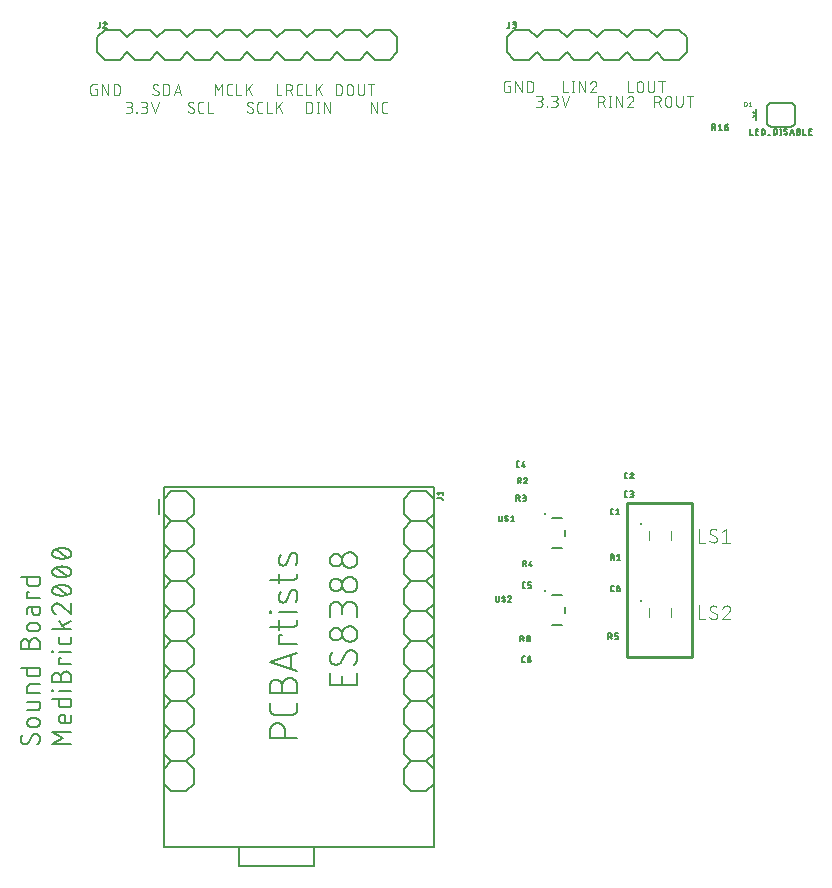
<source format=gbr>
G04 EAGLE Gerber RS-274X export*
G75*
%MOMM*%
%FSLAX34Y34*%
%LPD*%
%INSilkscreen Top*%
%IPPOS*%
%AMOC8*
5,1,8,0,0,1.08239X$1,22.5*%
G01*
%ADD10C,0.152400*%
%ADD11C,0.076200*%
%ADD12C,0.254000*%
%ADD13C,0.127000*%
%ADD14C,0.203200*%
%ADD15C,0.025400*%
%ADD16C,0.100000*%
%ADD17C,0.100000*%
%ADD18C,0.101600*%
%ADD19C,0.254000*%


D10*
X47568Y91181D02*
X47566Y91299D01*
X47560Y91417D01*
X47551Y91535D01*
X47537Y91652D01*
X47520Y91769D01*
X47499Y91886D01*
X47474Y92001D01*
X47445Y92116D01*
X47412Y92230D01*
X47376Y92342D01*
X47336Y92453D01*
X47293Y92563D01*
X47246Y92672D01*
X47196Y92779D01*
X47141Y92884D01*
X47084Y92987D01*
X47023Y93088D01*
X46959Y93188D01*
X46892Y93285D01*
X46822Y93380D01*
X46748Y93472D01*
X46672Y93563D01*
X46592Y93650D01*
X46510Y93735D01*
X46425Y93817D01*
X46338Y93897D01*
X46247Y93973D01*
X46155Y94047D01*
X46060Y94117D01*
X45963Y94184D01*
X45863Y94248D01*
X45762Y94309D01*
X45659Y94366D01*
X45554Y94421D01*
X45447Y94471D01*
X45338Y94518D01*
X45228Y94561D01*
X45117Y94601D01*
X45005Y94637D01*
X44891Y94670D01*
X44776Y94699D01*
X44661Y94724D01*
X44544Y94745D01*
X44427Y94762D01*
X44310Y94776D01*
X44192Y94785D01*
X44074Y94791D01*
X43956Y94793D01*
X47568Y91181D02*
X47566Y90998D01*
X47559Y90816D01*
X47548Y90634D01*
X47533Y90452D01*
X47513Y90270D01*
X47490Y90089D01*
X47461Y89909D01*
X47429Y89729D01*
X47392Y89550D01*
X47351Y89373D01*
X47305Y89196D01*
X47256Y89020D01*
X47202Y88846D01*
X47144Y88672D01*
X47082Y88501D01*
X47016Y88331D01*
X46945Y88162D01*
X46871Y87995D01*
X46793Y87830D01*
X46711Y87667D01*
X46625Y87506D01*
X46535Y87347D01*
X46441Y87190D01*
X46344Y87036D01*
X46243Y86884D01*
X46138Y86734D01*
X46030Y86587D01*
X45919Y86443D01*
X45804Y86301D01*
X45685Y86162D01*
X45563Y86026D01*
X45438Y85893D01*
X45310Y85763D01*
X34924Y86214D02*
X34806Y86216D01*
X34688Y86222D01*
X34570Y86231D01*
X34453Y86245D01*
X34336Y86262D01*
X34219Y86283D01*
X34104Y86308D01*
X33989Y86337D01*
X33875Y86370D01*
X33763Y86406D01*
X33652Y86446D01*
X33542Y86489D01*
X33433Y86536D01*
X33326Y86586D01*
X33221Y86641D01*
X33118Y86698D01*
X33017Y86759D01*
X32917Y86823D01*
X32820Y86890D01*
X32725Y86960D01*
X32633Y87034D01*
X32542Y87110D01*
X32455Y87190D01*
X32370Y87272D01*
X32288Y87357D01*
X32208Y87444D01*
X32132Y87535D01*
X32058Y87627D01*
X31988Y87722D01*
X31921Y87819D01*
X31857Y87919D01*
X31796Y88020D01*
X31739Y88123D01*
X31684Y88228D01*
X31634Y88335D01*
X31587Y88444D01*
X31544Y88554D01*
X31504Y88665D01*
X31468Y88777D01*
X31435Y88891D01*
X31406Y89006D01*
X31381Y89121D01*
X31360Y89238D01*
X31343Y89355D01*
X31329Y89472D01*
X31320Y89590D01*
X31314Y89708D01*
X31312Y89826D01*
X31314Y89987D01*
X31320Y90149D01*
X31329Y90310D01*
X31343Y90471D01*
X31360Y90631D01*
X31381Y90791D01*
X31406Y90951D01*
X31435Y91110D01*
X31467Y91268D01*
X31503Y91425D01*
X31543Y91581D01*
X31587Y91737D01*
X31635Y91891D01*
X31686Y92044D01*
X31740Y92196D01*
X31799Y92347D01*
X31860Y92496D01*
X31926Y92643D01*
X31995Y92789D01*
X32067Y92934D01*
X32143Y93076D01*
X32222Y93217D01*
X32304Y93356D01*
X32390Y93492D01*
X32479Y93627D01*
X32571Y93760D01*
X32667Y93890D01*
X38085Y88019D02*
X38023Y87918D01*
X37958Y87818D01*
X37889Y87721D01*
X37817Y87626D01*
X37743Y87533D01*
X37665Y87443D01*
X37584Y87355D01*
X37501Y87270D01*
X37415Y87188D01*
X37326Y87109D01*
X37235Y87032D01*
X37141Y86959D01*
X37045Y86888D01*
X36947Y86821D01*
X36847Y86757D01*
X36744Y86696D01*
X36640Y86639D01*
X36534Y86585D01*
X36426Y86535D01*
X36317Y86488D01*
X36206Y86444D01*
X36094Y86404D01*
X35980Y86368D01*
X35866Y86336D01*
X35750Y86307D01*
X35634Y86282D01*
X35517Y86261D01*
X35399Y86244D01*
X35281Y86230D01*
X35162Y86221D01*
X35043Y86215D01*
X34924Y86213D01*
X40795Y92987D02*
X40857Y93088D01*
X40922Y93188D01*
X40991Y93285D01*
X41063Y93380D01*
X41137Y93473D01*
X41215Y93563D01*
X41296Y93651D01*
X41379Y93736D01*
X41465Y93818D01*
X41554Y93897D01*
X41645Y93974D01*
X41739Y94047D01*
X41835Y94118D01*
X41933Y94185D01*
X42033Y94249D01*
X42136Y94310D01*
X42240Y94367D01*
X42346Y94421D01*
X42454Y94471D01*
X42563Y94518D01*
X42674Y94562D01*
X42786Y94602D01*
X42900Y94638D01*
X43014Y94670D01*
X43130Y94699D01*
X43246Y94724D01*
X43363Y94745D01*
X43481Y94762D01*
X43599Y94776D01*
X43718Y94785D01*
X43837Y94791D01*
X43956Y94793D01*
X40795Y92987D02*
X38085Y88020D01*
X40343Y100733D02*
X43956Y100733D01*
X40343Y100734D02*
X40224Y100736D01*
X40104Y100742D01*
X39985Y100752D01*
X39867Y100766D01*
X39748Y100783D01*
X39631Y100805D01*
X39514Y100830D01*
X39399Y100860D01*
X39284Y100893D01*
X39170Y100930D01*
X39058Y100970D01*
X38947Y101015D01*
X38838Y101063D01*
X38730Y101114D01*
X38624Y101169D01*
X38520Y101228D01*
X38418Y101290D01*
X38318Y101355D01*
X38220Y101424D01*
X38124Y101496D01*
X38031Y101571D01*
X37941Y101648D01*
X37853Y101729D01*
X37768Y101813D01*
X37686Y101900D01*
X37606Y101989D01*
X37530Y102081D01*
X37456Y102175D01*
X37386Y102272D01*
X37319Y102370D01*
X37255Y102471D01*
X37195Y102575D01*
X37138Y102680D01*
X37085Y102787D01*
X37035Y102895D01*
X36989Y103005D01*
X36947Y103117D01*
X36908Y103230D01*
X36873Y103344D01*
X36842Y103459D01*
X36814Y103576D01*
X36791Y103693D01*
X36771Y103810D01*
X36755Y103929D01*
X36743Y104048D01*
X36735Y104167D01*
X36731Y104286D01*
X36731Y104406D01*
X36735Y104525D01*
X36743Y104644D01*
X36755Y104763D01*
X36771Y104882D01*
X36791Y104999D01*
X36814Y105116D01*
X36842Y105233D01*
X36873Y105348D01*
X36908Y105462D01*
X36947Y105575D01*
X36989Y105687D01*
X37035Y105797D01*
X37085Y105905D01*
X37138Y106012D01*
X37195Y106117D01*
X37255Y106221D01*
X37319Y106322D01*
X37386Y106420D01*
X37456Y106517D01*
X37530Y106611D01*
X37606Y106703D01*
X37686Y106792D01*
X37768Y106879D01*
X37853Y106963D01*
X37941Y107044D01*
X38031Y107121D01*
X38124Y107196D01*
X38220Y107268D01*
X38318Y107337D01*
X38418Y107402D01*
X38520Y107464D01*
X38624Y107523D01*
X38730Y107578D01*
X38838Y107629D01*
X38947Y107677D01*
X39058Y107722D01*
X39170Y107762D01*
X39284Y107799D01*
X39399Y107832D01*
X39514Y107862D01*
X39631Y107887D01*
X39748Y107909D01*
X39867Y107926D01*
X39985Y107940D01*
X40104Y107950D01*
X40224Y107956D01*
X40343Y107958D01*
X43956Y107958D01*
X44075Y107956D01*
X44195Y107950D01*
X44314Y107940D01*
X44432Y107926D01*
X44551Y107909D01*
X44668Y107887D01*
X44785Y107862D01*
X44900Y107832D01*
X45015Y107799D01*
X45129Y107762D01*
X45241Y107722D01*
X45352Y107677D01*
X45461Y107629D01*
X45569Y107578D01*
X45675Y107523D01*
X45779Y107464D01*
X45881Y107402D01*
X45981Y107337D01*
X46079Y107268D01*
X46175Y107196D01*
X46268Y107121D01*
X46358Y107044D01*
X46446Y106963D01*
X46531Y106879D01*
X46613Y106792D01*
X46693Y106703D01*
X46769Y106611D01*
X46843Y106517D01*
X46913Y106420D01*
X46980Y106322D01*
X47044Y106221D01*
X47104Y106117D01*
X47161Y106012D01*
X47214Y105905D01*
X47264Y105797D01*
X47310Y105687D01*
X47352Y105575D01*
X47391Y105462D01*
X47426Y105348D01*
X47457Y105233D01*
X47485Y105116D01*
X47508Y104999D01*
X47528Y104882D01*
X47544Y104763D01*
X47556Y104644D01*
X47564Y104525D01*
X47568Y104406D01*
X47568Y104286D01*
X47564Y104167D01*
X47556Y104048D01*
X47544Y103929D01*
X47528Y103810D01*
X47508Y103693D01*
X47485Y103576D01*
X47457Y103459D01*
X47426Y103344D01*
X47391Y103230D01*
X47352Y103117D01*
X47310Y103005D01*
X47264Y102895D01*
X47214Y102787D01*
X47161Y102680D01*
X47104Y102575D01*
X47044Y102471D01*
X46980Y102370D01*
X46913Y102272D01*
X46843Y102175D01*
X46769Y102081D01*
X46693Y101989D01*
X46613Y101900D01*
X46531Y101813D01*
X46446Y101729D01*
X46358Y101648D01*
X46268Y101571D01*
X46175Y101496D01*
X46079Y101424D01*
X45981Y101355D01*
X45881Y101290D01*
X45779Y101228D01*
X45675Y101169D01*
X45569Y101114D01*
X45461Y101063D01*
X45352Y101015D01*
X45241Y100970D01*
X45129Y100930D01*
X45015Y100893D01*
X44900Y100860D01*
X44785Y100830D01*
X44668Y100805D01*
X44551Y100783D01*
X44432Y100766D01*
X44314Y100752D01*
X44195Y100742D01*
X44075Y100736D01*
X43956Y100734D01*
X44859Y114801D02*
X36731Y114801D01*
X44859Y114802D02*
X44960Y114804D01*
X45061Y114810D01*
X45162Y114819D01*
X45263Y114832D01*
X45363Y114849D01*
X45462Y114870D01*
X45560Y114894D01*
X45657Y114922D01*
X45754Y114954D01*
X45849Y114989D01*
X45942Y115028D01*
X46034Y115070D01*
X46125Y115116D01*
X46213Y115165D01*
X46300Y115217D01*
X46385Y115273D01*
X46468Y115331D01*
X46548Y115393D01*
X46626Y115458D01*
X46702Y115525D01*
X46775Y115595D01*
X46845Y115668D01*
X46912Y115744D01*
X46977Y115822D01*
X47039Y115902D01*
X47097Y115985D01*
X47153Y116070D01*
X47205Y116156D01*
X47254Y116245D01*
X47300Y116336D01*
X47342Y116428D01*
X47381Y116521D01*
X47416Y116616D01*
X47448Y116713D01*
X47476Y116810D01*
X47500Y116908D01*
X47521Y117007D01*
X47538Y117107D01*
X47551Y117208D01*
X47560Y117309D01*
X47566Y117410D01*
X47568Y117511D01*
X47568Y122026D01*
X36731Y122026D01*
X36731Y129390D02*
X47568Y129390D01*
X36731Y129390D02*
X36731Y133906D01*
X36733Y134010D01*
X36739Y134113D01*
X36749Y134217D01*
X36763Y134320D01*
X36781Y134422D01*
X36802Y134523D01*
X36828Y134624D01*
X36857Y134723D01*
X36890Y134822D01*
X36927Y134919D01*
X36968Y135014D01*
X37012Y135108D01*
X37060Y135200D01*
X37111Y135290D01*
X37166Y135379D01*
X37224Y135465D01*
X37286Y135548D01*
X37350Y135630D01*
X37418Y135708D01*
X37488Y135784D01*
X37561Y135858D01*
X37638Y135928D01*
X37716Y135996D01*
X37798Y136060D01*
X37881Y136122D01*
X37967Y136180D01*
X38056Y136235D01*
X38146Y136286D01*
X38238Y136334D01*
X38332Y136378D01*
X38427Y136419D01*
X38524Y136456D01*
X38623Y136489D01*
X38722Y136518D01*
X38823Y136544D01*
X38924Y136565D01*
X39026Y136583D01*
X39129Y136597D01*
X39233Y136607D01*
X39336Y136613D01*
X39440Y136615D01*
X47568Y136615D01*
X47568Y150610D02*
X31312Y150610D01*
X47568Y150610D02*
X47568Y146095D01*
X47566Y145994D01*
X47560Y145893D01*
X47551Y145792D01*
X47538Y145691D01*
X47521Y145591D01*
X47500Y145492D01*
X47476Y145394D01*
X47448Y145297D01*
X47416Y145200D01*
X47381Y145105D01*
X47342Y145012D01*
X47300Y144920D01*
X47254Y144829D01*
X47205Y144740D01*
X47153Y144654D01*
X47097Y144569D01*
X47039Y144486D01*
X46977Y144406D01*
X46912Y144328D01*
X46845Y144252D01*
X46775Y144179D01*
X46702Y144109D01*
X46626Y144042D01*
X46548Y143977D01*
X46468Y143915D01*
X46385Y143857D01*
X46300Y143801D01*
X46213Y143749D01*
X46125Y143700D01*
X46034Y143654D01*
X45942Y143612D01*
X45849Y143573D01*
X45754Y143538D01*
X45657Y143506D01*
X45560Y143478D01*
X45462Y143454D01*
X45363Y143433D01*
X45263Y143416D01*
X45162Y143403D01*
X45061Y143394D01*
X44960Y143388D01*
X44859Y143386D01*
X44859Y143385D02*
X39440Y143385D01*
X39440Y143386D02*
X39339Y143388D01*
X39238Y143394D01*
X39137Y143403D01*
X39036Y143416D01*
X38936Y143433D01*
X38837Y143454D01*
X38739Y143478D01*
X38642Y143506D01*
X38545Y143538D01*
X38450Y143573D01*
X38357Y143612D01*
X38265Y143654D01*
X38174Y143700D01*
X38086Y143749D01*
X37999Y143801D01*
X37914Y143857D01*
X37831Y143915D01*
X37751Y143977D01*
X37673Y144042D01*
X37597Y144109D01*
X37524Y144179D01*
X37454Y144252D01*
X37387Y144328D01*
X37322Y144406D01*
X37260Y144486D01*
X37202Y144569D01*
X37146Y144654D01*
X37094Y144741D01*
X37045Y144829D01*
X36999Y144920D01*
X36957Y145012D01*
X36918Y145105D01*
X36883Y145200D01*
X36851Y145297D01*
X36823Y145394D01*
X36799Y145492D01*
X36778Y145591D01*
X36761Y145691D01*
X36748Y145792D01*
X36739Y145893D01*
X36733Y145994D01*
X36731Y146095D01*
X36731Y150610D01*
X38537Y166734D02*
X38537Y171250D01*
X38536Y171250D02*
X38538Y171383D01*
X38544Y171515D01*
X38554Y171647D01*
X38567Y171779D01*
X38585Y171911D01*
X38606Y172041D01*
X38631Y172172D01*
X38660Y172301D01*
X38693Y172429D01*
X38729Y172557D01*
X38769Y172683D01*
X38813Y172808D01*
X38861Y172932D01*
X38912Y173054D01*
X38967Y173175D01*
X39025Y173294D01*
X39087Y173412D01*
X39152Y173527D01*
X39221Y173641D01*
X39292Y173752D01*
X39368Y173861D01*
X39446Y173968D01*
X39527Y174073D01*
X39612Y174175D01*
X39699Y174275D01*
X39789Y174372D01*
X39882Y174467D01*
X39978Y174558D01*
X40076Y174647D01*
X40177Y174733D01*
X40281Y174816D01*
X40387Y174896D01*
X40495Y174972D01*
X40605Y175046D01*
X40718Y175116D01*
X40832Y175183D01*
X40949Y175246D01*
X41067Y175306D01*
X41187Y175363D01*
X41309Y175416D01*
X41432Y175465D01*
X41556Y175511D01*
X41682Y175553D01*
X41809Y175591D01*
X41937Y175626D01*
X42066Y175657D01*
X42195Y175684D01*
X42326Y175707D01*
X42457Y175727D01*
X42589Y175742D01*
X42721Y175754D01*
X42853Y175762D01*
X42986Y175766D01*
X43118Y175766D01*
X43251Y175762D01*
X43383Y175754D01*
X43515Y175742D01*
X43647Y175727D01*
X43778Y175707D01*
X43909Y175684D01*
X44038Y175657D01*
X44167Y175626D01*
X44295Y175591D01*
X44422Y175553D01*
X44548Y175511D01*
X44672Y175465D01*
X44795Y175416D01*
X44917Y175363D01*
X45037Y175306D01*
X45155Y175246D01*
X45272Y175183D01*
X45386Y175116D01*
X45499Y175046D01*
X45609Y174972D01*
X45717Y174896D01*
X45823Y174816D01*
X45927Y174733D01*
X46028Y174647D01*
X46126Y174558D01*
X46222Y174467D01*
X46315Y174372D01*
X46405Y174275D01*
X46492Y174175D01*
X46577Y174073D01*
X46658Y173968D01*
X46736Y173861D01*
X46812Y173752D01*
X46883Y173641D01*
X46952Y173527D01*
X47017Y173412D01*
X47079Y173294D01*
X47137Y173175D01*
X47192Y173054D01*
X47243Y172932D01*
X47291Y172808D01*
X47335Y172683D01*
X47375Y172557D01*
X47411Y172429D01*
X47444Y172301D01*
X47473Y172172D01*
X47498Y172041D01*
X47519Y171911D01*
X47537Y171779D01*
X47550Y171647D01*
X47560Y171515D01*
X47566Y171383D01*
X47568Y171250D01*
X47568Y166734D01*
X31312Y166734D01*
X31312Y171250D01*
X31314Y171369D01*
X31320Y171489D01*
X31330Y171608D01*
X31344Y171726D01*
X31361Y171845D01*
X31383Y171962D01*
X31408Y172079D01*
X31438Y172194D01*
X31471Y172309D01*
X31508Y172423D01*
X31548Y172535D01*
X31593Y172646D01*
X31641Y172755D01*
X31692Y172863D01*
X31747Y172969D01*
X31806Y173073D01*
X31868Y173175D01*
X31933Y173275D01*
X32002Y173373D01*
X32074Y173469D01*
X32149Y173562D01*
X32226Y173652D01*
X32307Y173740D01*
X32391Y173825D01*
X32478Y173907D01*
X32567Y173987D01*
X32659Y174063D01*
X32753Y174137D01*
X32850Y174207D01*
X32948Y174274D01*
X33049Y174338D01*
X33153Y174398D01*
X33258Y174455D01*
X33365Y174508D01*
X33473Y174558D01*
X33583Y174604D01*
X33695Y174646D01*
X33808Y174685D01*
X33922Y174720D01*
X34037Y174751D01*
X34154Y174779D01*
X34271Y174802D01*
X34388Y174822D01*
X34507Y174838D01*
X34626Y174850D01*
X34745Y174858D01*
X34864Y174862D01*
X34984Y174862D01*
X35103Y174858D01*
X35222Y174850D01*
X35341Y174838D01*
X35460Y174822D01*
X35577Y174802D01*
X35694Y174779D01*
X35811Y174751D01*
X35926Y174720D01*
X36040Y174685D01*
X36153Y174646D01*
X36265Y174604D01*
X36375Y174558D01*
X36483Y174508D01*
X36590Y174455D01*
X36695Y174398D01*
X36799Y174338D01*
X36900Y174274D01*
X36998Y174207D01*
X37095Y174137D01*
X37189Y174063D01*
X37281Y173987D01*
X37370Y173907D01*
X37457Y173825D01*
X37541Y173740D01*
X37622Y173652D01*
X37699Y173562D01*
X37774Y173469D01*
X37846Y173373D01*
X37915Y173275D01*
X37980Y173175D01*
X38042Y173073D01*
X38101Y172969D01*
X38156Y172863D01*
X38207Y172755D01*
X38255Y172646D01*
X38300Y172535D01*
X38340Y172423D01*
X38377Y172309D01*
X38410Y172194D01*
X38440Y172079D01*
X38465Y171962D01*
X38487Y171845D01*
X38504Y171726D01*
X38518Y171608D01*
X38528Y171489D01*
X38534Y171369D01*
X38536Y171250D01*
X40343Y181495D02*
X43956Y181495D01*
X40343Y181495D02*
X40224Y181497D01*
X40104Y181503D01*
X39985Y181513D01*
X39867Y181527D01*
X39748Y181544D01*
X39631Y181566D01*
X39514Y181591D01*
X39399Y181621D01*
X39284Y181654D01*
X39170Y181691D01*
X39058Y181731D01*
X38947Y181776D01*
X38838Y181824D01*
X38730Y181875D01*
X38624Y181930D01*
X38520Y181989D01*
X38418Y182051D01*
X38318Y182116D01*
X38220Y182185D01*
X38124Y182257D01*
X38031Y182332D01*
X37941Y182409D01*
X37853Y182490D01*
X37768Y182574D01*
X37686Y182661D01*
X37606Y182750D01*
X37530Y182842D01*
X37456Y182936D01*
X37386Y183033D01*
X37319Y183131D01*
X37255Y183232D01*
X37195Y183336D01*
X37138Y183441D01*
X37085Y183548D01*
X37035Y183656D01*
X36989Y183766D01*
X36947Y183878D01*
X36908Y183991D01*
X36873Y184105D01*
X36842Y184220D01*
X36814Y184337D01*
X36791Y184454D01*
X36771Y184571D01*
X36755Y184690D01*
X36743Y184809D01*
X36735Y184928D01*
X36731Y185047D01*
X36731Y185167D01*
X36735Y185286D01*
X36743Y185405D01*
X36755Y185524D01*
X36771Y185643D01*
X36791Y185760D01*
X36814Y185877D01*
X36842Y185994D01*
X36873Y186109D01*
X36908Y186223D01*
X36947Y186336D01*
X36989Y186448D01*
X37035Y186558D01*
X37085Y186666D01*
X37138Y186773D01*
X37195Y186878D01*
X37255Y186982D01*
X37319Y187083D01*
X37386Y187181D01*
X37456Y187278D01*
X37530Y187372D01*
X37606Y187464D01*
X37686Y187553D01*
X37768Y187640D01*
X37853Y187724D01*
X37941Y187805D01*
X38031Y187882D01*
X38124Y187957D01*
X38220Y188029D01*
X38318Y188098D01*
X38418Y188163D01*
X38520Y188225D01*
X38624Y188284D01*
X38730Y188339D01*
X38838Y188390D01*
X38947Y188438D01*
X39058Y188483D01*
X39170Y188523D01*
X39284Y188560D01*
X39399Y188593D01*
X39514Y188623D01*
X39631Y188648D01*
X39748Y188670D01*
X39867Y188687D01*
X39985Y188701D01*
X40104Y188711D01*
X40224Y188717D01*
X40343Y188719D01*
X43956Y188719D01*
X44075Y188717D01*
X44195Y188711D01*
X44314Y188701D01*
X44432Y188687D01*
X44551Y188670D01*
X44668Y188648D01*
X44785Y188623D01*
X44900Y188593D01*
X45015Y188560D01*
X45129Y188523D01*
X45241Y188483D01*
X45352Y188438D01*
X45461Y188390D01*
X45569Y188339D01*
X45675Y188284D01*
X45779Y188225D01*
X45881Y188163D01*
X45981Y188098D01*
X46079Y188029D01*
X46175Y187957D01*
X46268Y187882D01*
X46358Y187805D01*
X46446Y187724D01*
X46531Y187640D01*
X46613Y187553D01*
X46693Y187464D01*
X46769Y187372D01*
X46843Y187278D01*
X46913Y187181D01*
X46980Y187083D01*
X47044Y186982D01*
X47104Y186878D01*
X47161Y186773D01*
X47214Y186666D01*
X47264Y186558D01*
X47310Y186448D01*
X47352Y186336D01*
X47391Y186223D01*
X47426Y186109D01*
X47457Y185994D01*
X47485Y185877D01*
X47508Y185760D01*
X47528Y185643D01*
X47544Y185524D01*
X47556Y185405D01*
X47564Y185286D01*
X47568Y185167D01*
X47568Y185047D01*
X47564Y184928D01*
X47556Y184809D01*
X47544Y184690D01*
X47528Y184571D01*
X47508Y184454D01*
X47485Y184337D01*
X47457Y184220D01*
X47426Y184105D01*
X47391Y183991D01*
X47352Y183878D01*
X47310Y183766D01*
X47264Y183656D01*
X47214Y183548D01*
X47161Y183441D01*
X47104Y183336D01*
X47044Y183232D01*
X46980Y183131D01*
X46913Y183033D01*
X46843Y182936D01*
X46769Y182842D01*
X46693Y182750D01*
X46613Y182661D01*
X46531Y182574D01*
X46446Y182490D01*
X46358Y182409D01*
X46268Y182332D01*
X46175Y182257D01*
X46079Y182185D01*
X45981Y182116D01*
X45881Y182051D01*
X45779Y181989D01*
X45675Y181930D01*
X45569Y181875D01*
X45461Y181824D01*
X45352Y181776D01*
X45241Y181731D01*
X45129Y181691D01*
X45015Y181654D01*
X44900Y181621D01*
X44785Y181591D01*
X44668Y181566D01*
X44551Y181544D01*
X44432Y181527D01*
X44314Y181513D01*
X44195Y181503D01*
X44075Y181497D01*
X43956Y181495D01*
X41246Y198129D02*
X41246Y202193D01*
X41246Y198129D02*
X41248Y198017D01*
X41254Y197906D01*
X41264Y197795D01*
X41277Y197684D01*
X41295Y197574D01*
X41317Y197465D01*
X41342Y197356D01*
X41371Y197248D01*
X41404Y197142D01*
X41441Y197036D01*
X41481Y196932D01*
X41525Y196830D01*
X41573Y196729D01*
X41624Y196630D01*
X41679Y196532D01*
X41737Y196437D01*
X41798Y196344D01*
X41863Y196253D01*
X41931Y196164D01*
X42002Y196078D01*
X42075Y195995D01*
X42152Y195914D01*
X42232Y195835D01*
X42314Y195760D01*
X42399Y195688D01*
X42486Y195618D01*
X42576Y195552D01*
X42668Y195489D01*
X42763Y195429D01*
X42859Y195373D01*
X42957Y195320D01*
X43057Y195271D01*
X43159Y195225D01*
X43262Y195183D01*
X43367Y195144D01*
X43473Y195109D01*
X43580Y195078D01*
X43688Y195051D01*
X43797Y195027D01*
X43907Y195008D01*
X44017Y194992D01*
X44128Y194980D01*
X44240Y194972D01*
X44351Y194968D01*
X44463Y194968D01*
X44574Y194972D01*
X44686Y194980D01*
X44797Y194992D01*
X44907Y195008D01*
X45017Y195027D01*
X45126Y195051D01*
X45234Y195078D01*
X45341Y195109D01*
X45447Y195144D01*
X45552Y195183D01*
X45655Y195225D01*
X45757Y195271D01*
X45857Y195320D01*
X45955Y195373D01*
X46051Y195429D01*
X46146Y195489D01*
X46238Y195552D01*
X46328Y195618D01*
X46415Y195688D01*
X46500Y195760D01*
X46582Y195835D01*
X46662Y195914D01*
X46739Y195995D01*
X46812Y196078D01*
X46883Y196164D01*
X46951Y196253D01*
X47016Y196344D01*
X47077Y196437D01*
X47135Y196532D01*
X47190Y196630D01*
X47241Y196729D01*
X47289Y196830D01*
X47333Y196932D01*
X47373Y197036D01*
X47410Y197142D01*
X47443Y197248D01*
X47472Y197356D01*
X47497Y197465D01*
X47519Y197574D01*
X47537Y197684D01*
X47550Y197795D01*
X47560Y197906D01*
X47566Y198017D01*
X47568Y198129D01*
X47568Y202193D01*
X39440Y202193D01*
X39339Y202191D01*
X39238Y202185D01*
X39137Y202176D01*
X39036Y202163D01*
X38936Y202146D01*
X38837Y202125D01*
X38739Y202101D01*
X38642Y202073D01*
X38545Y202041D01*
X38450Y202006D01*
X38357Y201967D01*
X38265Y201925D01*
X38174Y201879D01*
X38086Y201830D01*
X37999Y201778D01*
X37914Y201722D01*
X37831Y201664D01*
X37751Y201602D01*
X37673Y201537D01*
X37597Y201470D01*
X37524Y201400D01*
X37454Y201327D01*
X37387Y201251D01*
X37322Y201173D01*
X37260Y201093D01*
X37202Y201010D01*
X37146Y200925D01*
X37094Y200839D01*
X37045Y200750D01*
X36999Y200659D01*
X36957Y200567D01*
X36918Y200474D01*
X36883Y200379D01*
X36851Y200282D01*
X36823Y200185D01*
X36799Y200087D01*
X36778Y199988D01*
X36761Y199888D01*
X36748Y199787D01*
X36739Y199686D01*
X36733Y199585D01*
X36731Y199484D01*
X36731Y195871D01*
X36731Y209716D02*
X47568Y209716D01*
X36731Y209716D02*
X36731Y215134D01*
X38537Y215134D01*
X31312Y227203D02*
X47568Y227203D01*
X47568Y222688D01*
X47566Y222587D01*
X47560Y222486D01*
X47551Y222385D01*
X47538Y222284D01*
X47521Y222184D01*
X47500Y222085D01*
X47476Y221987D01*
X47448Y221890D01*
X47416Y221793D01*
X47381Y221698D01*
X47342Y221605D01*
X47300Y221513D01*
X47254Y221422D01*
X47205Y221333D01*
X47153Y221247D01*
X47097Y221162D01*
X47039Y221079D01*
X46977Y220999D01*
X46912Y220921D01*
X46845Y220845D01*
X46775Y220772D01*
X46702Y220702D01*
X46626Y220635D01*
X46548Y220570D01*
X46468Y220508D01*
X46385Y220450D01*
X46300Y220394D01*
X46213Y220342D01*
X46125Y220293D01*
X46034Y220247D01*
X45942Y220205D01*
X45849Y220166D01*
X45754Y220131D01*
X45657Y220099D01*
X45560Y220071D01*
X45462Y220047D01*
X45363Y220026D01*
X45263Y220009D01*
X45162Y219996D01*
X45061Y219987D01*
X44960Y219981D01*
X44859Y219979D01*
X44859Y219978D02*
X39440Y219978D01*
X39440Y219979D02*
X39339Y219981D01*
X39238Y219987D01*
X39137Y219996D01*
X39036Y220009D01*
X38936Y220026D01*
X38837Y220047D01*
X38739Y220071D01*
X38642Y220099D01*
X38545Y220131D01*
X38450Y220166D01*
X38357Y220205D01*
X38265Y220247D01*
X38174Y220293D01*
X38086Y220342D01*
X37999Y220394D01*
X37914Y220450D01*
X37831Y220508D01*
X37751Y220570D01*
X37673Y220635D01*
X37597Y220702D01*
X37524Y220772D01*
X37454Y220845D01*
X37387Y220921D01*
X37322Y220999D01*
X37260Y221079D01*
X37202Y221162D01*
X37146Y221247D01*
X37094Y221334D01*
X37045Y221422D01*
X36999Y221513D01*
X36957Y221605D01*
X36918Y221698D01*
X36883Y221793D01*
X36851Y221890D01*
X36823Y221987D01*
X36799Y222085D01*
X36778Y222184D01*
X36761Y222284D01*
X36748Y222385D01*
X36739Y222486D01*
X36733Y222587D01*
X36731Y222688D01*
X36731Y227203D01*
X57982Y85762D02*
X74238Y85762D01*
X67013Y91181D02*
X57982Y85762D01*
X67013Y91181D02*
X57982Y96599D01*
X74238Y96599D01*
X74238Y106430D02*
X74238Y110945D01*
X74238Y106430D02*
X74236Y106329D01*
X74230Y106228D01*
X74221Y106127D01*
X74208Y106026D01*
X74191Y105926D01*
X74170Y105827D01*
X74146Y105729D01*
X74118Y105632D01*
X74086Y105535D01*
X74051Y105440D01*
X74012Y105347D01*
X73970Y105255D01*
X73924Y105164D01*
X73875Y105075D01*
X73823Y104989D01*
X73767Y104904D01*
X73709Y104821D01*
X73647Y104741D01*
X73582Y104663D01*
X73515Y104587D01*
X73445Y104514D01*
X73372Y104444D01*
X73296Y104377D01*
X73218Y104312D01*
X73138Y104250D01*
X73055Y104192D01*
X72970Y104136D01*
X72883Y104084D01*
X72795Y104035D01*
X72704Y103989D01*
X72612Y103947D01*
X72519Y103908D01*
X72424Y103873D01*
X72327Y103841D01*
X72230Y103813D01*
X72132Y103789D01*
X72033Y103768D01*
X71933Y103751D01*
X71832Y103738D01*
X71731Y103729D01*
X71630Y103723D01*
X71529Y103721D01*
X67013Y103721D01*
X66894Y103723D01*
X66774Y103729D01*
X66655Y103739D01*
X66537Y103753D01*
X66418Y103770D01*
X66301Y103792D01*
X66184Y103817D01*
X66069Y103847D01*
X65954Y103880D01*
X65840Y103917D01*
X65728Y103957D01*
X65617Y104002D01*
X65508Y104050D01*
X65400Y104101D01*
X65294Y104156D01*
X65190Y104215D01*
X65088Y104277D01*
X64988Y104342D01*
X64890Y104411D01*
X64794Y104483D01*
X64701Y104558D01*
X64611Y104635D01*
X64523Y104716D01*
X64438Y104800D01*
X64356Y104887D01*
X64276Y104976D01*
X64200Y105068D01*
X64126Y105162D01*
X64056Y105259D01*
X63989Y105357D01*
X63925Y105458D01*
X63865Y105562D01*
X63808Y105667D01*
X63755Y105774D01*
X63705Y105882D01*
X63659Y105992D01*
X63617Y106104D01*
X63578Y106217D01*
X63543Y106331D01*
X63512Y106446D01*
X63484Y106563D01*
X63461Y106680D01*
X63441Y106797D01*
X63425Y106916D01*
X63413Y107035D01*
X63405Y107154D01*
X63401Y107273D01*
X63401Y107393D01*
X63405Y107512D01*
X63413Y107631D01*
X63425Y107750D01*
X63441Y107869D01*
X63461Y107986D01*
X63484Y108103D01*
X63512Y108220D01*
X63543Y108335D01*
X63578Y108449D01*
X63617Y108562D01*
X63659Y108674D01*
X63705Y108784D01*
X63755Y108892D01*
X63808Y108999D01*
X63865Y109104D01*
X63925Y109208D01*
X63989Y109309D01*
X64056Y109407D01*
X64126Y109504D01*
X64200Y109598D01*
X64276Y109690D01*
X64356Y109779D01*
X64438Y109866D01*
X64523Y109950D01*
X64611Y110031D01*
X64701Y110108D01*
X64794Y110183D01*
X64890Y110255D01*
X64988Y110324D01*
X65088Y110389D01*
X65190Y110451D01*
X65294Y110510D01*
X65400Y110565D01*
X65508Y110616D01*
X65617Y110664D01*
X65728Y110709D01*
X65840Y110749D01*
X65954Y110786D01*
X66069Y110819D01*
X66184Y110849D01*
X66301Y110874D01*
X66418Y110896D01*
X66537Y110913D01*
X66655Y110927D01*
X66774Y110937D01*
X66894Y110943D01*
X67013Y110945D01*
X68819Y110945D01*
X68819Y103721D01*
X74238Y124419D02*
X57982Y124419D01*
X74238Y124419D02*
X74238Y119904D01*
X74236Y119803D01*
X74230Y119702D01*
X74221Y119601D01*
X74208Y119500D01*
X74191Y119400D01*
X74170Y119301D01*
X74146Y119203D01*
X74118Y119106D01*
X74086Y119009D01*
X74051Y118914D01*
X74012Y118821D01*
X73970Y118729D01*
X73924Y118638D01*
X73875Y118549D01*
X73823Y118463D01*
X73767Y118378D01*
X73709Y118295D01*
X73647Y118215D01*
X73582Y118137D01*
X73515Y118061D01*
X73445Y117988D01*
X73372Y117918D01*
X73296Y117851D01*
X73218Y117786D01*
X73138Y117724D01*
X73055Y117666D01*
X72970Y117610D01*
X72883Y117558D01*
X72795Y117509D01*
X72704Y117463D01*
X72612Y117421D01*
X72519Y117382D01*
X72424Y117347D01*
X72327Y117315D01*
X72230Y117287D01*
X72132Y117263D01*
X72033Y117242D01*
X71933Y117225D01*
X71832Y117212D01*
X71731Y117203D01*
X71630Y117197D01*
X71529Y117195D01*
X71529Y117194D02*
X66110Y117194D01*
X66110Y117195D02*
X66009Y117197D01*
X65908Y117203D01*
X65807Y117212D01*
X65706Y117225D01*
X65606Y117242D01*
X65507Y117263D01*
X65409Y117287D01*
X65312Y117315D01*
X65215Y117347D01*
X65120Y117382D01*
X65027Y117421D01*
X64935Y117463D01*
X64844Y117509D01*
X64756Y117558D01*
X64669Y117610D01*
X64584Y117666D01*
X64501Y117724D01*
X64421Y117786D01*
X64343Y117851D01*
X64267Y117918D01*
X64194Y117988D01*
X64124Y118061D01*
X64057Y118137D01*
X63992Y118215D01*
X63930Y118295D01*
X63872Y118378D01*
X63816Y118463D01*
X63764Y118550D01*
X63715Y118638D01*
X63669Y118729D01*
X63627Y118821D01*
X63588Y118914D01*
X63553Y119009D01*
X63521Y119106D01*
X63493Y119203D01*
X63469Y119301D01*
X63448Y119400D01*
X63431Y119500D01*
X63418Y119601D01*
X63409Y119702D01*
X63403Y119803D01*
X63401Y119904D01*
X63401Y124419D01*
X63401Y131301D02*
X74238Y131301D01*
X58885Y130849D02*
X57982Y130849D01*
X57982Y131752D01*
X58885Y131752D01*
X58885Y130849D01*
X65207Y138459D02*
X65207Y142975D01*
X65206Y142975D02*
X65208Y143108D01*
X65214Y143240D01*
X65224Y143372D01*
X65237Y143504D01*
X65255Y143636D01*
X65276Y143766D01*
X65301Y143897D01*
X65330Y144026D01*
X65363Y144154D01*
X65399Y144282D01*
X65439Y144408D01*
X65483Y144533D01*
X65531Y144657D01*
X65582Y144779D01*
X65637Y144900D01*
X65695Y145019D01*
X65757Y145137D01*
X65822Y145252D01*
X65891Y145366D01*
X65962Y145477D01*
X66038Y145586D01*
X66116Y145693D01*
X66197Y145798D01*
X66282Y145900D01*
X66369Y146000D01*
X66459Y146097D01*
X66552Y146192D01*
X66648Y146283D01*
X66746Y146372D01*
X66847Y146458D01*
X66951Y146541D01*
X67057Y146621D01*
X67165Y146697D01*
X67275Y146771D01*
X67388Y146841D01*
X67502Y146908D01*
X67619Y146971D01*
X67737Y147031D01*
X67857Y147088D01*
X67979Y147141D01*
X68102Y147190D01*
X68226Y147236D01*
X68352Y147278D01*
X68479Y147316D01*
X68607Y147351D01*
X68736Y147382D01*
X68865Y147409D01*
X68996Y147432D01*
X69127Y147452D01*
X69259Y147467D01*
X69391Y147479D01*
X69523Y147487D01*
X69656Y147491D01*
X69788Y147491D01*
X69921Y147487D01*
X70053Y147479D01*
X70185Y147467D01*
X70317Y147452D01*
X70448Y147432D01*
X70579Y147409D01*
X70708Y147382D01*
X70837Y147351D01*
X70965Y147316D01*
X71092Y147278D01*
X71218Y147236D01*
X71342Y147190D01*
X71465Y147141D01*
X71587Y147088D01*
X71707Y147031D01*
X71825Y146971D01*
X71942Y146908D01*
X72056Y146841D01*
X72169Y146771D01*
X72279Y146697D01*
X72387Y146621D01*
X72493Y146541D01*
X72597Y146458D01*
X72698Y146372D01*
X72796Y146283D01*
X72892Y146192D01*
X72985Y146097D01*
X73075Y146000D01*
X73162Y145900D01*
X73247Y145798D01*
X73328Y145693D01*
X73406Y145586D01*
X73482Y145477D01*
X73553Y145366D01*
X73622Y145252D01*
X73687Y145137D01*
X73749Y145019D01*
X73807Y144900D01*
X73862Y144779D01*
X73913Y144657D01*
X73961Y144533D01*
X74005Y144408D01*
X74045Y144282D01*
X74081Y144154D01*
X74114Y144026D01*
X74143Y143897D01*
X74168Y143766D01*
X74189Y143636D01*
X74207Y143504D01*
X74220Y143372D01*
X74230Y143240D01*
X74236Y143108D01*
X74238Y142975D01*
X74238Y138459D01*
X57982Y138459D01*
X57982Y142975D01*
X57984Y143094D01*
X57990Y143214D01*
X58000Y143333D01*
X58014Y143451D01*
X58031Y143570D01*
X58053Y143687D01*
X58078Y143804D01*
X58108Y143919D01*
X58141Y144034D01*
X58178Y144148D01*
X58218Y144260D01*
X58263Y144371D01*
X58311Y144480D01*
X58362Y144588D01*
X58417Y144694D01*
X58476Y144798D01*
X58538Y144900D01*
X58603Y145000D01*
X58672Y145098D01*
X58744Y145194D01*
X58819Y145287D01*
X58896Y145377D01*
X58977Y145465D01*
X59061Y145550D01*
X59148Y145632D01*
X59237Y145712D01*
X59329Y145788D01*
X59423Y145862D01*
X59520Y145932D01*
X59618Y145999D01*
X59719Y146063D01*
X59823Y146123D01*
X59928Y146180D01*
X60035Y146233D01*
X60143Y146283D01*
X60253Y146329D01*
X60365Y146371D01*
X60478Y146410D01*
X60592Y146445D01*
X60707Y146476D01*
X60824Y146504D01*
X60941Y146527D01*
X61058Y146547D01*
X61177Y146563D01*
X61296Y146575D01*
X61415Y146583D01*
X61534Y146587D01*
X61654Y146587D01*
X61773Y146583D01*
X61892Y146575D01*
X62011Y146563D01*
X62130Y146547D01*
X62247Y146527D01*
X62364Y146504D01*
X62481Y146476D01*
X62596Y146445D01*
X62710Y146410D01*
X62823Y146371D01*
X62935Y146329D01*
X63045Y146283D01*
X63153Y146233D01*
X63260Y146180D01*
X63365Y146123D01*
X63469Y146063D01*
X63570Y145999D01*
X63668Y145932D01*
X63765Y145862D01*
X63859Y145788D01*
X63951Y145712D01*
X64040Y145632D01*
X64127Y145550D01*
X64211Y145465D01*
X64292Y145377D01*
X64369Y145287D01*
X64444Y145194D01*
X64516Y145098D01*
X64585Y145000D01*
X64650Y144900D01*
X64712Y144798D01*
X64771Y144694D01*
X64826Y144588D01*
X64877Y144480D01*
X64925Y144371D01*
X64970Y144260D01*
X65010Y144148D01*
X65047Y144034D01*
X65080Y143919D01*
X65110Y143804D01*
X65135Y143687D01*
X65157Y143570D01*
X65174Y143451D01*
X65188Y143333D01*
X65198Y143214D01*
X65204Y143094D01*
X65206Y142975D01*
X63401Y153825D02*
X74238Y153825D01*
X63401Y153825D02*
X63401Y159244D01*
X65207Y159244D01*
X63401Y164126D02*
X74238Y164126D01*
X58885Y163675D02*
X57982Y163675D01*
X57982Y164578D01*
X58885Y164578D01*
X58885Y163675D01*
X74238Y173141D02*
X74238Y176753D01*
X74238Y173141D02*
X74236Y173040D01*
X74230Y172939D01*
X74221Y172838D01*
X74208Y172737D01*
X74191Y172637D01*
X74170Y172538D01*
X74146Y172440D01*
X74118Y172343D01*
X74086Y172246D01*
X74051Y172151D01*
X74012Y172058D01*
X73970Y171966D01*
X73924Y171875D01*
X73875Y171786D01*
X73823Y171700D01*
X73767Y171615D01*
X73709Y171532D01*
X73647Y171452D01*
X73582Y171374D01*
X73515Y171298D01*
X73445Y171225D01*
X73372Y171155D01*
X73296Y171088D01*
X73218Y171023D01*
X73138Y170961D01*
X73055Y170903D01*
X72970Y170847D01*
X72883Y170795D01*
X72795Y170746D01*
X72704Y170700D01*
X72612Y170658D01*
X72519Y170619D01*
X72424Y170584D01*
X72327Y170552D01*
X72230Y170524D01*
X72132Y170500D01*
X72033Y170479D01*
X71933Y170462D01*
X71832Y170449D01*
X71731Y170440D01*
X71630Y170434D01*
X71529Y170432D01*
X71529Y170431D02*
X66110Y170431D01*
X66110Y170432D02*
X66009Y170434D01*
X65908Y170440D01*
X65807Y170449D01*
X65706Y170462D01*
X65606Y170479D01*
X65507Y170500D01*
X65409Y170524D01*
X65312Y170552D01*
X65215Y170584D01*
X65120Y170619D01*
X65027Y170658D01*
X64935Y170700D01*
X64844Y170746D01*
X64756Y170795D01*
X64669Y170847D01*
X64584Y170903D01*
X64501Y170961D01*
X64421Y171023D01*
X64343Y171088D01*
X64267Y171155D01*
X64194Y171225D01*
X64124Y171298D01*
X64057Y171374D01*
X63992Y171452D01*
X63930Y171532D01*
X63872Y171615D01*
X63816Y171700D01*
X63764Y171787D01*
X63715Y171875D01*
X63669Y171966D01*
X63627Y172058D01*
X63588Y172151D01*
X63553Y172246D01*
X63521Y172343D01*
X63493Y172440D01*
X63469Y172538D01*
X63448Y172637D01*
X63431Y172737D01*
X63418Y172838D01*
X63409Y172939D01*
X63403Y173040D01*
X63401Y173141D01*
X63401Y176753D01*
X57982Y183087D02*
X74238Y183087D01*
X68819Y183087D02*
X63401Y190312D01*
X66562Y186248D02*
X74238Y190312D01*
X62046Y205115D02*
X61921Y205113D01*
X61796Y205107D01*
X61671Y205098D01*
X61547Y205084D01*
X61423Y205067D01*
X61299Y205046D01*
X61177Y205021D01*
X61055Y204992D01*
X60934Y204960D01*
X60814Y204924D01*
X60695Y204884D01*
X60578Y204841D01*
X60462Y204794D01*
X60347Y204743D01*
X60235Y204689D01*
X60123Y204631D01*
X60014Y204571D01*
X59907Y204506D01*
X59801Y204439D01*
X59698Y204368D01*
X59597Y204294D01*
X59498Y204217D01*
X59402Y204137D01*
X59308Y204054D01*
X59217Y203969D01*
X59128Y203880D01*
X59043Y203789D01*
X58960Y203695D01*
X58880Y203599D01*
X58803Y203500D01*
X58729Y203399D01*
X58658Y203296D01*
X58591Y203190D01*
X58526Y203083D01*
X58466Y202974D01*
X58408Y202862D01*
X58354Y202750D01*
X58303Y202635D01*
X58256Y202519D01*
X58213Y202402D01*
X58173Y202283D01*
X58137Y202163D01*
X58105Y202042D01*
X58076Y201920D01*
X58051Y201798D01*
X58030Y201674D01*
X58013Y201550D01*
X57999Y201426D01*
X57990Y201301D01*
X57984Y201176D01*
X57982Y201051D01*
X57984Y200908D01*
X57990Y200766D01*
X58000Y200623D01*
X58013Y200481D01*
X58031Y200340D01*
X58052Y200198D01*
X58077Y200058D01*
X58106Y199918D01*
X58139Y199779D01*
X58176Y199641D01*
X58216Y199504D01*
X58260Y199369D01*
X58308Y199234D01*
X58360Y199101D01*
X58415Y198969D01*
X58474Y198839D01*
X58536Y198711D01*
X58602Y198584D01*
X58671Y198459D01*
X58743Y198336D01*
X58819Y198215D01*
X58898Y198097D01*
X58981Y197980D01*
X59066Y197866D01*
X59155Y197754D01*
X59246Y197645D01*
X59341Y197538D01*
X59438Y197433D01*
X59539Y197332D01*
X59642Y197233D01*
X59747Y197137D01*
X59856Y197044D01*
X59967Y196954D01*
X60080Y196867D01*
X60195Y196783D01*
X60313Y196703D01*
X60433Y196625D01*
X60555Y196551D01*
X60679Y196481D01*
X60805Y196413D01*
X60933Y196350D01*
X61062Y196289D01*
X61193Y196232D01*
X61325Y196179D01*
X61459Y196130D01*
X61594Y196084D01*
X65207Y203760D02*
X65115Y203854D01*
X65021Y203944D01*
X64924Y204032D01*
X64824Y204117D01*
X64722Y204199D01*
X64617Y204277D01*
X64510Y204353D01*
X64401Y204425D01*
X64290Y204494D01*
X64176Y204560D01*
X64061Y204622D01*
X63944Y204681D01*
X63825Y204736D01*
X63705Y204787D01*
X63583Y204835D01*
X63460Y204880D01*
X63336Y204920D01*
X63210Y204957D01*
X63083Y204990D01*
X62956Y205019D01*
X62827Y205045D01*
X62698Y205066D01*
X62568Y205084D01*
X62438Y205097D01*
X62308Y205107D01*
X62177Y205113D01*
X62046Y205115D01*
X65207Y203760D02*
X74238Y196084D01*
X74238Y205115D01*
X66110Y211715D02*
X65790Y211719D01*
X65471Y211730D01*
X65151Y211749D01*
X64833Y211776D01*
X64515Y211810D01*
X64198Y211852D01*
X63882Y211902D01*
X63567Y211959D01*
X63254Y212023D01*
X62942Y212095D01*
X62632Y212174D01*
X62325Y212261D01*
X62019Y212355D01*
X61716Y212456D01*
X61415Y212565D01*
X61117Y212680D01*
X60821Y212803D01*
X60529Y212933D01*
X60240Y213070D01*
X60239Y213070D02*
X60131Y213109D01*
X60024Y213152D01*
X59919Y213198D01*
X59816Y213248D01*
X59714Y213302D01*
X59614Y213359D01*
X59516Y213420D01*
X59420Y213484D01*
X59327Y213551D01*
X59236Y213621D01*
X59147Y213695D01*
X59061Y213771D01*
X58978Y213851D01*
X58897Y213933D01*
X58819Y214018D01*
X58745Y214105D01*
X58673Y214196D01*
X58604Y214288D01*
X58539Y214383D01*
X58477Y214480D01*
X58418Y214579D01*
X58363Y214680D01*
X58312Y214783D01*
X58264Y214888D01*
X58219Y214994D01*
X58178Y215101D01*
X58141Y215210D01*
X58108Y215321D01*
X58079Y215432D01*
X58053Y215544D01*
X58031Y215657D01*
X58014Y215771D01*
X58000Y215885D01*
X57990Y216000D01*
X57984Y216115D01*
X57982Y216230D01*
X57984Y216345D01*
X57990Y216460D01*
X58000Y216575D01*
X58014Y216689D01*
X58031Y216803D01*
X58053Y216916D01*
X58079Y217028D01*
X58108Y217140D01*
X58141Y217250D01*
X58178Y217359D01*
X58219Y217467D01*
X58264Y217573D01*
X58312Y217678D01*
X58363Y217780D01*
X58419Y217882D01*
X58477Y217981D01*
X58539Y218078D01*
X58605Y218173D01*
X58673Y218265D01*
X58745Y218355D01*
X58819Y218443D01*
X58897Y218528D01*
X58978Y218610D01*
X59061Y218689D01*
X59147Y218766D01*
X59236Y218839D01*
X59327Y218910D01*
X59421Y218977D01*
X59516Y219041D01*
X59614Y219102D01*
X59714Y219159D01*
X59816Y219212D01*
X59920Y219263D01*
X60025Y219309D01*
X60132Y219352D01*
X60240Y219391D01*
X60529Y219528D01*
X60821Y219658D01*
X61117Y219781D01*
X61415Y219896D01*
X61716Y220005D01*
X62019Y220106D01*
X62325Y220200D01*
X62632Y220287D01*
X62942Y220366D01*
X63254Y220438D01*
X63567Y220502D01*
X63882Y220559D01*
X64198Y220609D01*
X64515Y220651D01*
X64833Y220685D01*
X65151Y220712D01*
X65471Y220731D01*
X65790Y220742D01*
X66110Y220746D01*
X66110Y211715D02*
X66430Y211719D01*
X66749Y211730D01*
X67069Y211749D01*
X67387Y211776D01*
X67705Y211810D01*
X68022Y211852D01*
X68338Y211902D01*
X68653Y211959D01*
X68966Y212023D01*
X69278Y212095D01*
X69588Y212174D01*
X69895Y212261D01*
X70201Y212355D01*
X70504Y212456D01*
X70805Y212565D01*
X71103Y212680D01*
X71399Y212803D01*
X71691Y212933D01*
X71980Y213070D01*
X71981Y213069D02*
X72089Y213108D01*
X72196Y213151D01*
X72301Y213197D01*
X72405Y213248D01*
X72507Y213301D01*
X72607Y213358D01*
X72705Y213419D01*
X72800Y213483D01*
X72894Y213550D01*
X72985Y213621D01*
X73074Y213694D01*
X73160Y213771D01*
X73243Y213850D01*
X73324Y213932D01*
X73402Y214017D01*
X73476Y214105D01*
X73548Y214195D01*
X73617Y214288D01*
X73682Y214382D01*
X73744Y214479D01*
X73802Y214579D01*
X73858Y214680D01*
X73909Y214782D01*
X73957Y214887D01*
X74002Y214993D01*
X74043Y215101D01*
X74080Y215210D01*
X74113Y215320D01*
X74142Y215432D01*
X74168Y215544D01*
X74190Y215657D01*
X74207Y215771D01*
X74221Y215885D01*
X74231Y216000D01*
X74237Y216115D01*
X74239Y216230D01*
X71980Y219391D02*
X71691Y219528D01*
X71399Y219658D01*
X71103Y219781D01*
X70805Y219896D01*
X70504Y220005D01*
X70201Y220106D01*
X69895Y220200D01*
X69588Y220287D01*
X69278Y220366D01*
X68966Y220438D01*
X68653Y220502D01*
X68338Y220559D01*
X68022Y220609D01*
X67705Y220651D01*
X67387Y220685D01*
X67069Y220712D01*
X66749Y220731D01*
X66430Y220742D01*
X66110Y220746D01*
X71980Y219391D02*
X72088Y219352D01*
X72195Y219309D01*
X72300Y219263D01*
X72404Y219212D01*
X72506Y219159D01*
X72606Y219102D01*
X72704Y219041D01*
X72799Y218977D01*
X72893Y218910D01*
X72984Y218839D01*
X73073Y218766D01*
X73159Y218689D01*
X73242Y218610D01*
X73323Y218528D01*
X73401Y218443D01*
X73475Y218355D01*
X73547Y218265D01*
X73616Y218172D01*
X73681Y218078D01*
X73743Y217981D01*
X73801Y217881D01*
X73857Y217780D01*
X73908Y217677D01*
X73956Y217573D01*
X74001Y217467D01*
X74042Y217359D01*
X74079Y217250D01*
X74112Y217140D01*
X74141Y217028D01*
X74167Y216916D01*
X74189Y216803D01*
X74206Y216689D01*
X74220Y216575D01*
X74230Y216460D01*
X74236Y216345D01*
X74238Y216230D01*
X70626Y212618D02*
X61594Y219843D01*
X66110Y227346D02*
X65790Y227350D01*
X65471Y227361D01*
X65151Y227380D01*
X64833Y227407D01*
X64515Y227441D01*
X64198Y227483D01*
X63882Y227533D01*
X63567Y227590D01*
X63254Y227654D01*
X62942Y227726D01*
X62632Y227805D01*
X62325Y227892D01*
X62019Y227986D01*
X61716Y228087D01*
X61415Y228196D01*
X61117Y228311D01*
X60821Y228434D01*
X60529Y228564D01*
X60240Y228701D01*
X60239Y228702D02*
X60131Y228741D01*
X60024Y228784D01*
X59919Y228830D01*
X59816Y228880D01*
X59714Y228934D01*
X59614Y228991D01*
X59516Y229052D01*
X59420Y229116D01*
X59327Y229183D01*
X59236Y229253D01*
X59147Y229327D01*
X59061Y229403D01*
X58978Y229483D01*
X58897Y229565D01*
X58819Y229650D01*
X58745Y229737D01*
X58673Y229828D01*
X58604Y229920D01*
X58539Y230015D01*
X58477Y230112D01*
X58418Y230211D01*
X58363Y230312D01*
X58312Y230415D01*
X58264Y230520D01*
X58219Y230626D01*
X58178Y230733D01*
X58141Y230842D01*
X58108Y230953D01*
X58079Y231064D01*
X58053Y231176D01*
X58031Y231289D01*
X58014Y231403D01*
X58000Y231517D01*
X57990Y231632D01*
X57984Y231747D01*
X57982Y231862D01*
X57984Y231977D01*
X57990Y232092D01*
X58000Y232207D01*
X58014Y232321D01*
X58031Y232435D01*
X58053Y232548D01*
X58079Y232660D01*
X58108Y232772D01*
X58141Y232882D01*
X58178Y232991D01*
X58219Y233099D01*
X58264Y233205D01*
X58312Y233310D01*
X58363Y233412D01*
X58419Y233514D01*
X58477Y233613D01*
X58539Y233710D01*
X58605Y233805D01*
X58673Y233897D01*
X58745Y233987D01*
X58819Y234075D01*
X58897Y234160D01*
X58978Y234242D01*
X59061Y234321D01*
X59147Y234398D01*
X59236Y234471D01*
X59327Y234542D01*
X59421Y234609D01*
X59516Y234673D01*
X59614Y234734D01*
X59714Y234791D01*
X59816Y234844D01*
X59920Y234895D01*
X60025Y234941D01*
X60132Y234984D01*
X60240Y235023D01*
X60240Y235022D02*
X60529Y235159D01*
X60821Y235289D01*
X61117Y235412D01*
X61415Y235527D01*
X61716Y235636D01*
X62019Y235737D01*
X62325Y235831D01*
X62632Y235918D01*
X62942Y235997D01*
X63254Y236069D01*
X63567Y236133D01*
X63882Y236190D01*
X64198Y236240D01*
X64515Y236282D01*
X64833Y236316D01*
X65151Y236343D01*
X65471Y236362D01*
X65790Y236373D01*
X66110Y236377D01*
X66110Y227346D02*
X66430Y227350D01*
X66749Y227361D01*
X67069Y227380D01*
X67387Y227407D01*
X67705Y227441D01*
X68022Y227483D01*
X68338Y227533D01*
X68653Y227590D01*
X68966Y227654D01*
X69278Y227726D01*
X69588Y227805D01*
X69895Y227892D01*
X70201Y227986D01*
X70504Y228087D01*
X70805Y228196D01*
X71103Y228311D01*
X71399Y228434D01*
X71691Y228564D01*
X71980Y228701D01*
X71981Y228701D02*
X72089Y228740D01*
X72196Y228783D01*
X72301Y228829D01*
X72405Y228880D01*
X72507Y228933D01*
X72607Y228990D01*
X72705Y229051D01*
X72800Y229115D01*
X72894Y229182D01*
X72985Y229253D01*
X73074Y229326D01*
X73160Y229403D01*
X73243Y229482D01*
X73324Y229564D01*
X73402Y229649D01*
X73476Y229737D01*
X73548Y229827D01*
X73617Y229920D01*
X73682Y230014D01*
X73744Y230111D01*
X73802Y230211D01*
X73858Y230312D01*
X73909Y230414D01*
X73957Y230519D01*
X74002Y230625D01*
X74043Y230733D01*
X74080Y230842D01*
X74113Y230952D01*
X74142Y231064D01*
X74168Y231176D01*
X74190Y231289D01*
X74207Y231403D01*
X74221Y231517D01*
X74231Y231632D01*
X74237Y231747D01*
X74239Y231862D01*
X71980Y235022D02*
X71691Y235159D01*
X71399Y235289D01*
X71103Y235412D01*
X70805Y235527D01*
X70504Y235636D01*
X70201Y235737D01*
X69895Y235831D01*
X69588Y235918D01*
X69278Y235997D01*
X68966Y236069D01*
X68653Y236133D01*
X68338Y236190D01*
X68022Y236240D01*
X67705Y236282D01*
X67387Y236316D01*
X67069Y236343D01*
X66749Y236362D01*
X66430Y236373D01*
X66110Y236377D01*
X71980Y235023D02*
X72088Y234984D01*
X72195Y234941D01*
X72300Y234895D01*
X72404Y234844D01*
X72506Y234791D01*
X72606Y234734D01*
X72704Y234673D01*
X72799Y234609D01*
X72893Y234542D01*
X72984Y234471D01*
X73073Y234398D01*
X73159Y234321D01*
X73242Y234242D01*
X73323Y234160D01*
X73401Y234075D01*
X73475Y233987D01*
X73547Y233897D01*
X73616Y233804D01*
X73681Y233710D01*
X73743Y233613D01*
X73801Y233513D01*
X73857Y233412D01*
X73908Y233309D01*
X73956Y233205D01*
X74001Y233099D01*
X74042Y232991D01*
X74079Y232882D01*
X74112Y232772D01*
X74141Y232660D01*
X74167Y232548D01*
X74189Y232435D01*
X74206Y232321D01*
X74220Y232207D01*
X74230Y232092D01*
X74236Y231977D01*
X74238Y231862D01*
X70626Y228249D02*
X61594Y235474D01*
X66110Y242978D02*
X65790Y242982D01*
X65471Y242993D01*
X65151Y243012D01*
X64833Y243039D01*
X64515Y243073D01*
X64198Y243115D01*
X63882Y243165D01*
X63567Y243222D01*
X63254Y243286D01*
X62942Y243358D01*
X62632Y243437D01*
X62325Y243524D01*
X62019Y243618D01*
X61716Y243719D01*
X61415Y243828D01*
X61117Y243943D01*
X60821Y244066D01*
X60529Y244196D01*
X60240Y244333D01*
X60239Y244333D02*
X60131Y244372D01*
X60024Y244415D01*
X59919Y244461D01*
X59816Y244511D01*
X59714Y244565D01*
X59614Y244622D01*
X59516Y244683D01*
X59420Y244747D01*
X59327Y244814D01*
X59236Y244884D01*
X59147Y244958D01*
X59061Y245034D01*
X58978Y245114D01*
X58897Y245196D01*
X58819Y245281D01*
X58745Y245368D01*
X58673Y245459D01*
X58604Y245551D01*
X58539Y245646D01*
X58477Y245743D01*
X58418Y245842D01*
X58363Y245943D01*
X58312Y246046D01*
X58264Y246151D01*
X58219Y246257D01*
X58178Y246364D01*
X58141Y246473D01*
X58108Y246584D01*
X58079Y246695D01*
X58053Y246807D01*
X58031Y246920D01*
X58014Y247034D01*
X58000Y247148D01*
X57990Y247263D01*
X57984Y247378D01*
X57982Y247493D01*
X57984Y247608D01*
X57990Y247723D01*
X58000Y247838D01*
X58014Y247952D01*
X58031Y248066D01*
X58053Y248179D01*
X58079Y248291D01*
X58108Y248403D01*
X58141Y248513D01*
X58178Y248622D01*
X58219Y248730D01*
X58264Y248836D01*
X58312Y248941D01*
X58363Y249043D01*
X58419Y249145D01*
X58477Y249244D01*
X58539Y249341D01*
X58605Y249436D01*
X58673Y249528D01*
X58745Y249618D01*
X58819Y249706D01*
X58897Y249791D01*
X58978Y249873D01*
X59061Y249952D01*
X59147Y250029D01*
X59236Y250102D01*
X59327Y250173D01*
X59421Y250240D01*
X59516Y250304D01*
X59614Y250365D01*
X59714Y250422D01*
X59816Y250475D01*
X59920Y250526D01*
X60025Y250572D01*
X60132Y250615D01*
X60240Y250654D01*
X60240Y250653D02*
X60529Y250790D01*
X60821Y250920D01*
X61117Y251043D01*
X61415Y251158D01*
X61716Y251267D01*
X62019Y251368D01*
X62325Y251462D01*
X62632Y251549D01*
X62942Y251628D01*
X63254Y251700D01*
X63567Y251764D01*
X63882Y251821D01*
X64198Y251871D01*
X64515Y251913D01*
X64833Y251947D01*
X65151Y251974D01*
X65471Y251993D01*
X65790Y252004D01*
X66110Y252008D01*
X66110Y242978D02*
X66430Y242982D01*
X66749Y242993D01*
X67069Y243012D01*
X67387Y243039D01*
X67705Y243073D01*
X68022Y243115D01*
X68338Y243165D01*
X68653Y243222D01*
X68966Y243286D01*
X69278Y243358D01*
X69588Y243437D01*
X69895Y243524D01*
X70201Y243618D01*
X70504Y243719D01*
X70805Y243828D01*
X71103Y243943D01*
X71399Y244066D01*
X71691Y244196D01*
X71980Y244333D01*
X71981Y244332D02*
X72089Y244371D01*
X72196Y244414D01*
X72301Y244460D01*
X72405Y244511D01*
X72507Y244564D01*
X72607Y244621D01*
X72705Y244682D01*
X72800Y244746D01*
X72894Y244813D01*
X72985Y244884D01*
X73074Y244957D01*
X73160Y245034D01*
X73243Y245113D01*
X73324Y245195D01*
X73402Y245280D01*
X73476Y245368D01*
X73548Y245458D01*
X73617Y245551D01*
X73682Y245645D01*
X73744Y245742D01*
X73802Y245842D01*
X73858Y245943D01*
X73909Y246045D01*
X73957Y246150D01*
X74002Y246256D01*
X74043Y246364D01*
X74080Y246473D01*
X74113Y246583D01*
X74142Y246695D01*
X74168Y246807D01*
X74190Y246920D01*
X74207Y247034D01*
X74221Y247148D01*
X74231Y247263D01*
X74237Y247378D01*
X74239Y247493D01*
X71980Y250653D02*
X71691Y250790D01*
X71399Y250920D01*
X71103Y251043D01*
X70805Y251158D01*
X70504Y251267D01*
X70201Y251368D01*
X69895Y251462D01*
X69588Y251549D01*
X69278Y251628D01*
X68966Y251700D01*
X68653Y251764D01*
X68338Y251821D01*
X68022Y251871D01*
X67705Y251913D01*
X67387Y251947D01*
X67069Y251974D01*
X66749Y251993D01*
X66430Y252004D01*
X66110Y252008D01*
X71980Y250654D02*
X72088Y250615D01*
X72195Y250572D01*
X72300Y250526D01*
X72404Y250475D01*
X72506Y250422D01*
X72606Y250365D01*
X72704Y250304D01*
X72799Y250240D01*
X72893Y250173D01*
X72984Y250102D01*
X73073Y250029D01*
X73159Y249952D01*
X73242Y249873D01*
X73323Y249791D01*
X73401Y249706D01*
X73475Y249618D01*
X73547Y249528D01*
X73616Y249435D01*
X73681Y249341D01*
X73743Y249244D01*
X73801Y249144D01*
X73857Y249043D01*
X73908Y248940D01*
X73956Y248836D01*
X74001Y248730D01*
X74042Y248622D01*
X74079Y248513D01*
X74112Y248403D01*
X74141Y248291D01*
X74167Y248179D01*
X74189Y248066D01*
X74206Y247952D01*
X74220Y247838D01*
X74230Y247723D01*
X74236Y247608D01*
X74238Y247493D01*
X70626Y243880D02*
X61594Y251105D01*
D11*
X120381Y620381D02*
X122992Y620381D01*
X123093Y620383D01*
X123194Y620389D01*
X123295Y620399D01*
X123395Y620412D01*
X123495Y620430D01*
X123594Y620451D01*
X123692Y620477D01*
X123789Y620506D01*
X123885Y620538D01*
X123979Y620575D01*
X124072Y620615D01*
X124164Y620659D01*
X124253Y620706D01*
X124341Y620757D01*
X124427Y620811D01*
X124510Y620868D01*
X124592Y620928D01*
X124670Y620992D01*
X124747Y621058D01*
X124820Y621128D01*
X124891Y621200D01*
X124959Y621275D01*
X125024Y621353D01*
X125086Y621433D01*
X125145Y621515D01*
X125201Y621600D01*
X125253Y621687D01*
X125302Y621775D01*
X125348Y621866D01*
X125389Y621958D01*
X125428Y622052D01*
X125462Y622147D01*
X125493Y622243D01*
X125520Y622341D01*
X125544Y622439D01*
X125563Y622539D01*
X125579Y622639D01*
X125591Y622739D01*
X125599Y622840D01*
X125603Y622941D01*
X125603Y623043D01*
X125599Y623144D01*
X125591Y623245D01*
X125579Y623345D01*
X125563Y623445D01*
X125544Y623545D01*
X125520Y623643D01*
X125493Y623741D01*
X125462Y623837D01*
X125428Y623932D01*
X125389Y624026D01*
X125348Y624118D01*
X125302Y624209D01*
X125253Y624298D01*
X125201Y624384D01*
X125145Y624469D01*
X125086Y624551D01*
X125024Y624631D01*
X124959Y624709D01*
X124891Y624784D01*
X124820Y624856D01*
X124747Y624926D01*
X124670Y624992D01*
X124592Y625056D01*
X124510Y625116D01*
X124427Y625173D01*
X124341Y625227D01*
X124253Y625278D01*
X124164Y625325D01*
X124072Y625369D01*
X123979Y625409D01*
X123885Y625446D01*
X123789Y625478D01*
X123692Y625507D01*
X123594Y625533D01*
X123495Y625554D01*
X123395Y625572D01*
X123295Y625585D01*
X123194Y625595D01*
X123093Y625601D01*
X122992Y625603D01*
X123514Y629779D02*
X120381Y629779D01*
X123514Y629779D02*
X123604Y629777D01*
X123693Y629771D01*
X123783Y629762D01*
X123872Y629748D01*
X123960Y629731D01*
X124047Y629710D01*
X124134Y629685D01*
X124219Y629656D01*
X124303Y629624D01*
X124385Y629589D01*
X124466Y629549D01*
X124545Y629507D01*
X124622Y629461D01*
X124697Y629411D01*
X124770Y629359D01*
X124841Y629303D01*
X124909Y629245D01*
X124974Y629183D01*
X125037Y629119D01*
X125097Y629052D01*
X125154Y628983D01*
X125208Y628911D01*
X125259Y628837D01*
X125307Y628761D01*
X125351Y628683D01*
X125392Y628603D01*
X125430Y628521D01*
X125464Y628438D01*
X125494Y628353D01*
X125521Y628267D01*
X125544Y628181D01*
X125563Y628093D01*
X125578Y628004D01*
X125590Y627915D01*
X125598Y627826D01*
X125602Y627736D01*
X125602Y627646D01*
X125598Y627556D01*
X125590Y627467D01*
X125578Y627378D01*
X125563Y627289D01*
X125544Y627201D01*
X125521Y627115D01*
X125494Y627029D01*
X125464Y626944D01*
X125430Y626861D01*
X125392Y626779D01*
X125351Y626699D01*
X125307Y626621D01*
X125259Y626545D01*
X125208Y626471D01*
X125154Y626399D01*
X125097Y626330D01*
X125037Y626263D01*
X124974Y626199D01*
X124909Y626137D01*
X124841Y626079D01*
X124770Y626023D01*
X124697Y625971D01*
X124622Y625921D01*
X124545Y625875D01*
X124466Y625833D01*
X124385Y625793D01*
X124303Y625758D01*
X124219Y625726D01*
X124134Y625697D01*
X124047Y625672D01*
X123960Y625651D01*
X123872Y625634D01*
X123783Y625620D01*
X123693Y625611D01*
X123604Y625605D01*
X123514Y625603D01*
X123514Y625602D02*
X121425Y625602D01*
X129131Y620903D02*
X129131Y620381D01*
X129131Y620903D02*
X129653Y620903D01*
X129653Y620381D01*
X129131Y620381D01*
X133183Y620381D02*
X135793Y620381D01*
X135894Y620383D01*
X135995Y620389D01*
X136096Y620399D01*
X136196Y620412D01*
X136296Y620430D01*
X136395Y620451D01*
X136493Y620477D01*
X136590Y620506D01*
X136686Y620538D01*
X136780Y620575D01*
X136873Y620615D01*
X136965Y620659D01*
X137054Y620706D01*
X137142Y620757D01*
X137228Y620811D01*
X137311Y620868D01*
X137393Y620928D01*
X137471Y620992D01*
X137548Y621058D01*
X137621Y621128D01*
X137692Y621200D01*
X137760Y621275D01*
X137825Y621353D01*
X137887Y621433D01*
X137946Y621515D01*
X138002Y621600D01*
X138054Y621687D01*
X138103Y621775D01*
X138149Y621866D01*
X138190Y621958D01*
X138229Y622052D01*
X138263Y622147D01*
X138294Y622243D01*
X138321Y622341D01*
X138345Y622439D01*
X138364Y622539D01*
X138380Y622639D01*
X138392Y622739D01*
X138400Y622840D01*
X138404Y622941D01*
X138404Y623043D01*
X138400Y623144D01*
X138392Y623245D01*
X138380Y623345D01*
X138364Y623445D01*
X138345Y623545D01*
X138321Y623643D01*
X138294Y623741D01*
X138263Y623837D01*
X138229Y623932D01*
X138190Y624026D01*
X138149Y624118D01*
X138103Y624209D01*
X138054Y624298D01*
X138002Y624384D01*
X137946Y624469D01*
X137887Y624551D01*
X137825Y624631D01*
X137760Y624709D01*
X137692Y624784D01*
X137621Y624856D01*
X137548Y624926D01*
X137471Y624992D01*
X137393Y625056D01*
X137311Y625116D01*
X137228Y625173D01*
X137142Y625227D01*
X137054Y625278D01*
X136965Y625325D01*
X136873Y625369D01*
X136780Y625409D01*
X136686Y625446D01*
X136590Y625478D01*
X136493Y625507D01*
X136395Y625533D01*
X136296Y625554D01*
X136196Y625572D01*
X136096Y625585D01*
X135995Y625595D01*
X135894Y625601D01*
X135793Y625603D01*
X136315Y629779D02*
X133183Y629779D01*
X136315Y629779D02*
X136405Y629777D01*
X136494Y629771D01*
X136584Y629762D01*
X136673Y629748D01*
X136761Y629731D01*
X136848Y629710D01*
X136935Y629685D01*
X137020Y629656D01*
X137104Y629624D01*
X137186Y629589D01*
X137267Y629549D01*
X137346Y629507D01*
X137423Y629461D01*
X137498Y629411D01*
X137571Y629359D01*
X137642Y629303D01*
X137710Y629245D01*
X137775Y629183D01*
X137838Y629119D01*
X137898Y629052D01*
X137955Y628983D01*
X138009Y628911D01*
X138060Y628837D01*
X138108Y628761D01*
X138152Y628683D01*
X138193Y628603D01*
X138231Y628521D01*
X138265Y628438D01*
X138295Y628353D01*
X138322Y628267D01*
X138345Y628181D01*
X138364Y628093D01*
X138379Y628004D01*
X138391Y627915D01*
X138399Y627826D01*
X138403Y627736D01*
X138403Y627646D01*
X138399Y627556D01*
X138391Y627467D01*
X138379Y627378D01*
X138364Y627289D01*
X138345Y627201D01*
X138322Y627115D01*
X138295Y627029D01*
X138265Y626944D01*
X138231Y626861D01*
X138193Y626779D01*
X138152Y626699D01*
X138108Y626621D01*
X138060Y626545D01*
X138009Y626471D01*
X137955Y626399D01*
X137898Y626330D01*
X137838Y626263D01*
X137775Y626199D01*
X137710Y626137D01*
X137642Y626079D01*
X137571Y626023D01*
X137498Y625971D01*
X137423Y625921D01*
X137346Y625875D01*
X137267Y625833D01*
X137186Y625793D01*
X137104Y625758D01*
X137020Y625726D01*
X136935Y625697D01*
X136848Y625672D01*
X136761Y625651D01*
X136673Y625634D01*
X136584Y625620D01*
X136494Y625611D01*
X136405Y625605D01*
X136315Y625603D01*
X136315Y625602D02*
X134227Y625602D01*
X141804Y629779D02*
X144937Y620381D01*
X148070Y629779D01*
X95602Y640602D02*
X94036Y640602D01*
X95602Y640602D02*
X95602Y635381D01*
X92469Y635381D01*
X92380Y635383D01*
X92292Y635389D01*
X92204Y635398D01*
X92116Y635411D01*
X92029Y635428D01*
X91943Y635448D01*
X91858Y635473D01*
X91773Y635500D01*
X91690Y635532D01*
X91609Y635566D01*
X91529Y635605D01*
X91451Y635646D01*
X91374Y635691D01*
X91300Y635739D01*
X91227Y635790D01*
X91157Y635844D01*
X91090Y635902D01*
X91024Y635962D01*
X90962Y636024D01*
X90902Y636090D01*
X90844Y636157D01*
X90790Y636227D01*
X90739Y636300D01*
X90691Y636374D01*
X90646Y636451D01*
X90605Y636529D01*
X90566Y636609D01*
X90532Y636690D01*
X90500Y636773D01*
X90473Y636858D01*
X90448Y636943D01*
X90428Y637029D01*
X90411Y637116D01*
X90398Y637204D01*
X90389Y637292D01*
X90383Y637380D01*
X90381Y637469D01*
X90381Y642691D01*
X90383Y642782D01*
X90389Y642873D01*
X90399Y642964D01*
X90413Y643054D01*
X90430Y643143D01*
X90452Y643231D01*
X90478Y643319D01*
X90507Y643405D01*
X90540Y643490D01*
X90577Y643573D01*
X90617Y643655D01*
X90661Y643735D01*
X90708Y643813D01*
X90759Y643889D01*
X90812Y643962D01*
X90869Y644033D01*
X90930Y644102D01*
X90993Y644167D01*
X91058Y644230D01*
X91127Y644290D01*
X91198Y644348D01*
X91271Y644401D01*
X91347Y644452D01*
X91425Y644499D01*
X91505Y644543D01*
X91587Y644583D01*
X91670Y644620D01*
X91755Y644653D01*
X91841Y644682D01*
X91929Y644708D01*
X92017Y644730D01*
X92106Y644747D01*
X92196Y644761D01*
X92287Y644771D01*
X92378Y644777D01*
X92469Y644779D01*
X95602Y644779D01*
X100135Y644779D02*
X100135Y635381D01*
X105356Y635381D02*
X100135Y644779D01*
X105356Y644779D02*
X105356Y635381D01*
X109888Y635381D02*
X109888Y644779D01*
X112499Y644779D01*
X112599Y644777D01*
X112699Y644771D01*
X112798Y644762D01*
X112898Y644748D01*
X112996Y644731D01*
X113094Y644710D01*
X113191Y644686D01*
X113287Y644657D01*
X113382Y644625D01*
X113475Y644590D01*
X113567Y644551D01*
X113658Y644508D01*
X113746Y644462D01*
X113833Y644412D01*
X113918Y644360D01*
X114001Y644304D01*
X114082Y644245D01*
X114160Y644182D01*
X114236Y644117D01*
X114310Y644049D01*
X114380Y643979D01*
X114448Y643905D01*
X114513Y643829D01*
X114576Y643751D01*
X114635Y643670D01*
X114691Y643587D01*
X114743Y643502D01*
X114793Y643415D01*
X114839Y643327D01*
X114882Y643236D01*
X114921Y643144D01*
X114956Y643051D01*
X114988Y642956D01*
X115017Y642860D01*
X115041Y642763D01*
X115062Y642665D01*
X115079Y642567D01*
X115093Y642467D01*
X115102Y642368D01*
X115108Y642268D01*
X115110Y642168D01*
X115109Y642168D02*
X115109Y637992D01*
X115110Y637992D02*
X115108Y637892D01*
X115102Y637792D01*
X115093Y637693D01*
X115079Y637593D01*
X115062Y637495D01*
X115041Y637397D01*
X115017Y637300D01*
X114988Y637204D01*
X114956Y637109D01*
X114921Y637016D01*
X114882Y636924D01*
X114839Y636833D01*
X114793Y636745D01*
X114743Y636658D01*
X114691Y636573D01*
X114635Y636490D01*
X114576Y636409D01*
X114513Y636331D01*
X114448Y636255D01*
X114380Y636181D01*
X114310Y636111D01*
X114236Y636043D01*
X114160Y635978D01*
X114082Y635915D01*
X114001Y635856D01*
X113918Y635800D01*
X113833Y635748D01*
X113746Y635698D01*
X113658Y635652D01*
X113567Y635609D01*
X113475Y635570D01*
X113382Y635535D01*
X113287Y635503D01*
X113191Y635474D01*
X113094Y635450D01*
X112996Y635429D01*
X112898Y635412D01*
X112798Y635398D01*
X112699Y635389D01*
X112599Y635383D01*
X112499Y635381D01*
X109888Y635381D01*
X146014Y635381D02*
X146103Y635383D01*
X146191Y635389D01*
X146279Y635398D01*
X146367Y635411D01*
X146454Y635428D01*
X146540Y635448D01*
X146625Y635473D01*
X146710Y635500D01*
X146793Y635532D01*
X146874Y635566D01*
X146954Y635605D01*
X147032Y635646D01*
X147109Y635691D01*
X147183Y635739D01*
X147256Y635790D01*
X147326Y635844D01*
X147393Y635902D01*
X147459Y635962D01*
X147521Y636024D01*
X147581Y636090D01*
X147639Y636157D01*
X147693Y636227D01*
X147744Y636300D01*
X147792Y636374D01*
X147837Y636451D01*
X147878Y636529D01*
X147917Y636609D01*
X147951Y636690D01*
X147983Y636773D01*
X148010Y636858D01*
X148035Y636943D01*
X148055Y637029D01*
X148072Y637116D01*
X148085Y637204D01*
X148094Y637292D01*
X148100Y637380D01*
X148102Y637469D01*
X146014Y635381D02*
X145885Y635383D01*
X145756Y635389D01*
X145627Y635398D01*
X145499Y635411D01*
X145371Y635428D01*
X145244Y635449D01*
X145117Y635473D01*
X144991Y635501D01*
X144866Y635533D01*
X144742Y635568D01*
X144619Y635607D01*
X144497Y635650D01*
X144377Y635696D01*
X144258Y635746D01*
X144140Y635799D01*
X144024Y635855D01*
X143910Y635915D01*
X143797Y635978D01*
X143687Y636045D01*
X143578Y636114D01*
X143472Y636187D01*
X143367Y636263D01*
X143265Y636342D01*
X143166Y636424D01*
X143068Y636508D01*
X142973Y636596D01*
X142881Y636686D01*
X143142Y642691D02*
X143144Y642780D01*
X143150Y642868D01*
X143159Y642956D01*
X143172Y643044D01*
X143189Y643131D01*
X143209Y643217D01*
X143234Y643302D01*
X143261Y643387D01*
X143293Y643470D01*
X143327Y643551D01*
X143366Y643631D01*
X143407Y643709D01*
X143452Y643786D01*
X143500Y643860D01*
X143551Y643933D01*
X143605Y644003D01*
X143663Y644070D01*
X143723Y644136D01*
X143785Y644198D01*
X143851Y644258D01*
X143918Y644316D01*
X143988Y644370D01*
X144061Y644421D01*
X144135Y644469D01*
X144212Y644514D01*
X144290Y644555D01*
X144370Y644594D01*
X144451Y644628D01*
X144534Y644660D01*
X144619Y644687D01*
X144704Y644712D01*
X144790Y644732D01*
X144877Y644749D01*
X144965Y644762D01*
X145053Y644771D01*
X145141Y644777D01*
X145230Y644779D01*
X145350Y644777D01*
X145470Y644772D01*
X145590Y644762D01*
X145709Y644750D01*
X145828Y644733D01*
X145946Y644713D01*
X146064Y644689D01*
X146180Y644662D01*
X146296Y644631D01*
X146411Y644597D01*
X146525Y644559D01*
X146638Y644517D01*
X146749Y644472D01*
X146859Y644424D01*
X146967Y644373D01*
X147074Y644318D01*
X147179Y644260D01*
X147282Y644198D01*
X147383Y644134D01*
X147483Y644066D01*
X147580Y643996D01*
X144186Y640864D02*
X144108Y640912D01*
X144032Y640964D01*
X143959Y641018D01*
X143888Y641076D01*
X143819Y641137D01*
X143753Y641201D01*
X143690Y641268D01*
X143630Y641337D01*
X143573Y641409D01*
X143519Y641483D01*
X143469Y641560D01*
X143421Y641639D01*
X143378Y641719D01*
X143337Y641802D01*
X143301Y641886D01*
X143268Y641971D01*
X143239Y642058D01*
X143213Y642147D01*
X143191Y642236D01*
X143174Y642326D01*
X143160Y642416D01*
X143150Y642508D01*
X143144Y642599D01*
X143142Y642691D01*
X147058Y639296D02*
X147136Y639248D01*
X147212Y639196D01*
X147285Y639142D01*
X147356Y639084D01*
X147425Y639023D01*
X147491Y638959D01*
X147554Y638892D01*
X147614Y638823D01*
X147671Y638751D01*
X147725Y638677D01*
X147775Y638600D01*
X147823Y638521D01*
X147866Y638441D01*
X147907Y638358D01*
X147943Y638274D01*
X147976Y638189D01*
X148005Y638102D01*
X148031Y638013D01*
X148053Y637924D01*
X148070Y637834D01*
X148084Y637744D01*
X148094Y637652D01*
X148100Y637561D01*
X148102Y637469D01*
X147058Y639297D02*
X144186Y640863D01*
X152025Y644779D02*
X152025Y635381D01*
X152025Y644779D02*
X154636Y644779D01*
X154736Y644777D01*
X154836Y644771D01*
X154935Y644762D01*
X155035Y644748D01*
X155133Y644731D01*
X155231Y644710D01*
X155328Y644686D01*
X155424Y644657D01*
X155519Y644625D01*
X155612Y644590D01*
X155704Y644551D01*
X155795Y644508D01*
X155883Y644462D01*
X155970Y644412D01*
X156055Y644360D01*
X156138Y644304D01*
X156219Y644245D01*
X156297Y644182D01*
X156373Y644117D01*
X156447Y644049D01*
X156517Y643979D01*
X156585Y643905D01*
X156650Y643829D01*
X156713Y643751D01*
X156772Y643670D01*
X156828Y643587D01*
X156880Y643502D01*
X156930Y643415D01*
X156976Y643327D01*
X157019Y643236D01*
X157058Y643144D01*
X157093Y643051D01*
X157125Y642956D01*
X157154Y642860D01*
X157178Y642763D01*
X157199Y642665D01*
X157216Y642567D01*
X157230Y642467D01*
X157239Y642368D01*
X157245Y642268D01*
X157247Y642168D01*
X157246Y642168D02*
X157246Y637992D01*
X157247Y637992D02*
X157245Y637892D01*
X157239Y637792D01*
X157230Y637693D01*
X157216Y637593D01*
X157199Y637495D01*
X157178Y637397D01*
X157154Y637300D01*
X157125Y637204D01*
X157093Y637109D01*
X157058Y637016D01*
X157019Y636924D01*
X156976Y636833D01*
X156930Y636745D01*
X156880Y636658D01*
X156828Y636573D01*
X156772Y636490D01*
X156713Y636409D01*
X156650Y636331D01*
X156585Y636255D01*
X156517Y636181D01*
X156447Y636111D01*
X156373Y636043D01*
X156297Y635978D01*
X156219Y635915D01*
X156138Y635856D01*
X156055Y635800D01*
X155970Y635748D01*
X155883Y635698D01*
X155795Y635652D01*
X155704Y635609D01*
X155612Y635570D01*
X155519Y635535D01*
X155424Y635503D01*
X155328Y635474D01*
X155231Y635450D01*
X155133Y635429D01*
X155035Y635412D01*
X154935Y635398D01*
X154836Y635389D01*
X154736Y635383D01*
X154636Y635381D01*
X152025Y635381D01*
X160952Y635381D02*
X164084Y644779D01*
X167217Y635381D01*
X166434Y637731D02*
X161735Y637731D01*
X178102Y622469D02*
X178100Y622380D01*
X178094Y622292D01*
X178085Y622204D01*
X178072Y622116D01*
X178055Y622029D01*
X178035Y621943D01*
X178010Y621858D01*
X177983Y621773D01*
X177951Y621690D01*
X177917Y621609D01*
X177878Y621529D01*
X177837Y621451D01*
X177792Y621374D01*
X177744Y621300D01*
X177693Y621227D01*
X177639Y621157D01*
X177581Y621090D01*
X177521Y621024D01*
X177459Y620962D01*
X177393Y620902D01*
X177326Y620844D01*
X177256Y620790D01*
X177183Y620739D01*
X177109Y620691D01*
X177032Y620646D01*
X176954Y620605D01*
X176874Y620566D01*
X176793Y620532D01*
X176710Y620500D01*
X176625Y620473D01*
X176540Y620448D01*
X176454Y620428D01*
X176367Y620411D01*
X176279Y620398D01*
X176191Y620389D01*
X176103Y620383D01*
X176014Y620381D01*
X175885Y620383D01*
X175756Y620389D01*
X175627Y620398D01*
X175499Y620411D01*
X175371Y620428D01*
X175244Y620449D01*
X175117Y620473D01*
X174991Y620501D01*
X174866Y620533D01*
X174742Y620568D01*
X174619Y620607D01*
X174497Y620650D01*
X174377Y620696D01*
X174258Y620746D01*
X174140Y620799D01*
X174024Y620855D01*
X173910Y620915D01*
X173797Y620978D01*
X173687Y621045D01*
X173578Y621114D01*
X173472Y621187D01*
X173367Y621263D01*
X173265Y621342D01*
X173166Y621424D01*
X173068Y621508D01*
X172973Y621596D01*
X172881Y621686D01*
X173142Y627691D02*
X173144Y627780D01*
X173150Y627868D01*
X173159Y627956D01*
X173172Y628044D01*
X173189Y628131D01*
X173209Y628217D01*
X173234Y628302D01*
X173261Y628387D01*
X173293Y628470D01*
X173327Y628551D01*
X173366Y628631D01*
X173407Y628709D01*
X173452Y628786D01*
X173500Y628860D01*
X173551Y628933D01*
X173605Y629003D01*
X173663Y629070D01*
X173723Y629136D01*
X173785Y629198D01*
X173851Y629258D01*
X173918Y629316D01*
X173988Y629370D01*
X174061Y629421D01*
X174135Y629469D01*
X174212Y629514D01*
X174290Y629555D01*
X174370Y629594D01*
X174451Y629628D01*
X174534Y629660D01*
X174619Y629687D01*
X174704Y629712D01*
X174790Y629732D01*
X174877Y629749D01*
X174965Y629762D01*
X175053Y629771D01*
X175141Y629777D01*
X175230Y629779D01*
X175350Y629777D01*
X175470Y629772D01*
X175590Y629762D01*
X175709Y629750D01*
X175828Y629733D01*
X175946Y629713D01*
X176064Y629689D01*
X176180Y629662D01*
X176296Y629631D01*
X176411Y629597D01*
X176525Y629559D01*
X176638Y629517D01*
X176749Y629472D01*
X176859Y629424D01*
X176967Y629373D01*
X177074Y629318D01*
X177179Y629260D01*
X177282Y629198D01*
X177383Y629134D01*
X177483Y629066D01*
X177580Y628996D01*
X174186Y625864D02*
X174108Y625912D01*
X174032Y625964D01*
X173959Y626018D01*
X173888Y626076D01*
X173819Y626137D01*
X173753Y626201D01*
X173690Y626268D01*
X173630Y626337D01*
X173573Y626409D01*
X173519Y626483D01*
X173469Y626560D01*
X173421Y626639D01*
X173378Y626719D01*
X173337Y626802D01*
X173301Y626886D01*
X173268Y626971D01*
X173239Y627058D01*
X173213Y627147D01*
X173191Y627236D01*
X173174Y627326D01*
X173160Y627416D01*
X173150Y627508D01*
X173144Y627599D01*
X173142Y627691D01*
X177058Y624296D02*
X177136Y624248D01*
X177212Y624196D01*
X177285Y624142D01*
X177356Y624084D01*
X177425Y624023D01*
X177491Y623959D01*
X177554Y623892D01*
X177614Y623823D01*
X177671Y623751D01*
X177725Y623677D01*
X177775Y623600D01*
X177823Y623521D01*
X177866Y623441D01*
X177907Y623358D01*
X177943Y623274D01*
X177976Y623189D01*
X178005Y623102D01*
X178031Y623013D01*
X178053Y622924D01*
X178070Y622834D01*
X178084Y622744D01*
X178094Y622652D01*
X178100Y622561D01*
X178102Y622469D01*
X177058Y624297D02*
X174186Y625863D01*
X183783Y620381D02*
X185871Y620381D01*
X183783Y620381D02*
X183694Y620383D01*
X183606Y620389D01*
X183518Y620398D01*
X183430Y620411D01*
X183343Y620428D01*
X183257Y620448D01*
X183172Y620473D01*
X183087Y620500D01*
X183004Y620532D01*
X182923Y620566D01*
X182843Y620605D01*
X182765Y620646D01*
X182688Y620691D01*
X182614Y620739D01*
X182541Y620790D01*
X182471Y620844D01*
X182404Y620902D01*
X182338Y620962D01*
X182276Y621024D01*
X182216Y621090D01*
X182158Y621157D01*
X182104Y621227D01*
X182053Y621300D01*
X182005Y621374D01*
X181960Y621451D01*
X181919Y621529D01*
X181880Y621609D01*
X181846Y621690D01*
X181814Y621773D01*
X181787Y621858D01*
X181762Y621943D01*
X181742Y622029D01*
X181725Y622116D01*
X181712Y622204D01*
X181703Y622292D01*
X181697Y622380D01*
X181695Y622469D01*
X181694Y622469D02*
X181694Y627691D01*
X181695Y627691D02*
X181697Y627782D01*
X181703Y627873D01*
X181713Y627964D01*
X181727Y628054D01*
X181744Y628143D01*
X181766Y628231D01*
X181792Y628319D01*
X181821Y628405D01*
X181854Y628490D01*
X181891Y628573D01*
X181931Y628655D01*
X181975Y628735D01*
X182022Y628813D01*
X182073Y628889D01*
X182126Y628962D01*
X182183Y629033D01*
X182244Y629102D01*
X182307Y629167D01*
X182372Y629230D01*
X182441Y629290D01*
X182512Y629348D01*
X182585Y629401D01*
X182661Y629452D01*
X182739Y629499D01*
X182819Y629543D01*
X182901Y629583D01*
X182984Y629620D01*
X183069Y629653D01*
X183155Y629682D01*
X183243Y629708D01*
X183331Y629730D01*
X183420Y629747D01*
X183510Y629761D01*
X183601Y629771D01*
X183692Y629777D01*
X183783Y629779D01*
X185871Y629779D01*
X189662Y629779D02*
X189662Y620381D01*
X193839Y620381D01*
X226014Y620381D02*
X226103Y620383D01*
X226191Y620389D01*
X226279Y620398D01*
X226367Y620411D01*
X226454Y620428D01*
X226540Y620448D01*
X226625Y620473D01*
X226710Y620500D01*
X226793Y620532D01*
X226874Y620566D01*
X226954Y620605D01*
X227032Y620646D01*
X227109Y620691D01*
X227183Y620739D01*
X227256Y620790D01*
X227326Y620844D01*
X227393Y620902D01*
X227459Y620962D01*
X227521Y621024D01*
X227581Y621090D01*
X227639Y621157D01*
X227693Y621227D01*
X227744Y621300D01*
X227792Y621374D01*
X227837Y621451D01*
X227878Y621529D01*
X227917Y621609D01*
X227951Y621690D01*
X227983Y621773D01*
X228010Y621858D01*
X228035Y621943D01*
X228055Y622029D01*
X228072Y622116D01*
X228085Y622204D01*
X228094Y622292D01*
X228100Y622380D01*
X228102Y622469D01*
X226014Y620381D02*
X225885Y620383D01*
X225756Y620389D01*
X225627Y620398D01*
X225499Y620411D01*
X225371Y620428D01*
X225244Y620449D01*
X225117Y620473D01*
X224991Y620501D01*
X224866Y620533D01*
X224742Y620568D01*
X224619Y620607D01*
X224497Y620650D01*
X224377Y620696D01*
X224258Y620746D01*
X224140Y620799D01*
X224024Y620855D01*
X223910Y620915D01*
X223797Y620978D01*
X223687Y621045D01*
X223578Y621114D01*
X223472Y621187D01*
X223367Y621263D01*
X223265Y621342D01*
X223166Y621424D01*
X223068Y621508D01*
X222973Y621596D01*
X222881Y621686D01*
X223142Y627691D02*
X223144Y627780D01*
X223150Y627868D01*
X223159Y627956D01*
X223172Y628044D01*
X223189Y628131D01*
X223209Y628217D01*
X223234Y628302D01*
X223261Y628387D01*
X223293Y628470D01*
X223327Y628551D01*
X223366Y628631D01*
X223407Y628709D01*
X223452Y628786D01*
X223500Y628860D01*
X223551Y628933D01*
X223605Y629003D01*
X223663Y629070D01*
X223723Y629136D01*
X223785Y629198D01*
X223851Y629258D01*
X223918Y629316D01*
X223988Y629370D01*
X224061Y629421D01*
X224135Y629469D01*
X224212Y629514D01*
X224290Y629555D01*
X224370Y629594D01*
X224451Y629628D01*
X224534Y629660D01*
X224619Y629687D01*
X224704Y629712D01*
X224790Y629732D01*
X224877Y629749D01*
X224965Y629762D01*
X225053Y629771D01*
X225141Y629777D01*
X225230Y629779D01*
X225350Y629777D01*
X225470Y629772D01*
X225590Y629762D01*
X225709Y629750D01*
X225828Y629733D01*
X225946Y629713D01*
X226064Y629689D01*
X226180Y629662D01*
X226296Y629631D01*
X226411Y629597D01*
X226525Y629559D01*
X226638Y629517D01*
X226749Y629472D01*
X226859Y629424D01*
X226967Y629373D01*
X227074Y629318D01*
X227179Y629260D01*
X227282Y629198D01*
X227383Y629134D01*
X227483Y629066D01*
X227580Y628996D01*
X224186Y625864D02*
X224108Y625912D01*
X224032Y625964D01*
X223959Y626018D01*
X223888Y626076D01*
X223819Y626137D01*
X223753Y626201D01*
X223690Y626268D01*
X223630Y626337D01*
X223573Y626409D01*
X223519Y626483D01*
X223469Y626560D01*
X223421Y626639D01*
X223378Y626719D01*
X223337Y626802D01*
X223301Y626886D01*
X223268Y626971D01*
X223239Y627058D01*
X223213Y627147D01*
X223191Y627236D01*
X223174Y627326D01*
X223160Y627416D01*
X223150Y627508D01*
X223144Y627599D01*
X223142Y627691D01*
X227058Y624296D02*
X227136Y624248D01*
X227212Y624196D01*
X227285Y624142D01*
X227356Y624084D01*
X227425Y624023D01*
X227491Y623959D01*
X227554Y623892D01*
X227614Y623823D01*
X227671Y623751D01*
X227725Y623677D01*
X227775Y623600D01*
X227823Y623521D01*
X227866Y623441D01*
X227907Y623358D01*
X227943Y623274D01*
X227976Y623189D01*
X228005Y623102D01*
X228031Y623013D01*
X228053Y622924D01*
X228070Y622834D01*
X228084Y622744D01*
X228094Y622652D01*
X228100Y622561D01*
X228102Y622469D01*
X227058Y624297D02*
X224186Y625863D01*
X233783Y620381D02*
X235871Y620381D01*
X233783Y620381D02*
X233694Y620383D01*
X233606Y620389D01*
X233518Y620398D01*
X233430Y620411D01*
X233343Y620428D01*
X233257Y620448D01*
X233172Y620473D01*
X233087Y620500D01*
X233004Y620532D01*
X232923Y620566D01*
X232843Y620605D01*
X232765Y620646D01*
X232688Y620691D01*
X232614Y620739D01*
X232541Y620790D01*
X232471Y620844D01*
X232404Y620902D01*
X232338Y620962D01*
X232276Y621024D01*
X232216Y621090D01*
X232158Y621157D01*
X232104Y621227D01*
X232053Y621300D01*
X232005Y621374D01*
X231960Y621451D01*
X231919Y621529D01*
X231880Y621609D01*
X231846Y621690D01*
X231814Y621773D01*
X231787Y621858D01*
X231762Y621943D01*
X231742Y622029D01*
X231725Y622116D01*
X231712Y622204D01*
X231703Y622292D01*
X231697Y622380D01*
X231695Y622469D01*
X231694Y622469D02*
X231694Y627691D01*
X231695Y627691D02*
X231697Y627782D01*
X231703Y627873D01*
X231713Y627964D01*
X231727Y628054D01*
X231744Y628143D01*
X231766Y628231D01*
X231792Y628319D01*
X231821Y628405D01*
X231854Y628490D01*
X231891Y628573D01*
X231931Y628655D01*
X231975Y628735D01*
X232022Y628813D01*
X232073Y628889D01*
X232126Y628962D01*
X232183Y629033D01*
X232244Y629102D01*
X232307Y629167D01*
X232372Y629230D01*
X232441Y629290D01*
X232512Y629348D01*
X232585Y629401D01*
X232661Y629452D01*
X232739Y629499D01*
X232819Y629543D01*
X232901Y629583D01*
X232984Y629620D01*
X233069Y629653D01*
X233155Y629682D01*
X233243Y629708D01*
X233331Y629730D01*
X233420Y629747D01*
X233510Y629761D01*
X233601Y629771D01*
X233692Y629777D01*
X233783Y629779D01*
X235871Y629779D01*
X239662Y629779D02*
X239662Y620381D01*
X243839Y620381D01*
X247701Y620381D02*
X247701Y629779D01*
X252922Y629779D02*
X247701Y624036D01*
X249789Y626124D02*
X252922Y620381D01*
X272881Y620381D02*
X272881Y629779D01*
X275492Y629779D01*
X275592Y629777D01*
X275692Y629771D01*
X275791Y629762D01*
X275891Y629748D01*
X275989Y629731D01*
X276087Y629710D01*
X276184Y629686D01*
X276280Y629657D01*
X276375Y629625D01*
X276468Y629590D01*
X276560Y629551D01*
X276651Y629508D01*
X276739Y629462D01*
X276826Y629412D01*
X276911Y629360D01*
X276994Y629304D01*
X277075Y629245D01*
X277153Y629182D01*
X277229Y629117D01*
X277303Y629049D01*
X277373Y628979D01*
X277441Y628905D01*
X277506Y628829D01*
X277569Y628751D01*
X277628Y628670D01*
X277684Y628587D01*
X277736Y628502D01*
X277786Y628415D01*
X277832Y628327D01*
X277875Y628236D01*
X277914Y628144D01*
X277949Y628051D01*
X277981Y627956D01*
X278010Y627860D01*
X278034Y627763D01*
X278055Y627665D01*
X278072Y627567D01*
X278086Y627467D01*
X278095Y627368D01*
X278101Y627268D01*
X278103Y627168D01*
X278102Y627168D02*
X278102Y622992D01*
X278103Y622992D02*
X278101Y622892D01*
X278095Y622792D01*
X278086Y622693D01*
X278072Y622593D01*
X278055Y622495D01*
X278034Y622397D01*
X278010Y622300D01*
X277981Y622204D01*
X277949Y622109D01*
X277914Y622016D01*
X277875Y621924D01*
X277832Y621833D01*
X277786Y621745D01*
X277736Y621658D01*
X277684Y621573D01*
X277628Y621490D01*
X277569Y621409D01*
X277506Y621331D01*
X277441Y621255D01*
X277373Y621181D01*
X277303Y621111D01*
X277229Y621043D01*
X277153Y620978D01*
X277075Y620915D01*
X276994Y620856D01*
X276911Y620800D01*
X276826Y620748D01*
X276739Y620698D01*
X276651Y620652D01*
X276560Y620609D01*
X276468Y620570D01*
X276375Y620535D01*
X276280Y620503D01*
X276184Y620474D01*
X276087Y620450D01*
X275989Y620429D01*
X275891Y620412D01*
X275791Y620398D01*
X275692Y620389D01*
X275592Y620383D01*
X275492Y620381D01*
X272881Y620381D01*
X283112Y620381D02*
X283112Y629779D01*
X282067Y620381D02*
X284156Y620381D01*
X284156Y629779D02*
X282067Y629779D01*
X288121Y629779D02*
X288121Y620381D01*
X293342Y620381D02*
X288121Y629779D01*
X293342Y629779D02*
X293342Y620381D01*
X195381Y635381D02*
X195381Y644779D01*
X198514Y639558D01*
X201646Y644779D01*
X201646Y635381D01*
X208024Y635381D02*
X210113Y635381D01*
X208024Y635381D02*
X207935Y635383D01*
X207847Y635389D01*
X207759Y635398D01*
X207671Y635411D01*
X207584Y635428D01*
X207498Y635448D01*
X207413Y635473D01*
X207328Y635500D01*
X207245Y635532D01*
X207164Y635566D01*
X207084Y635605D01*
X207006Y635646D01*
X206929Y635691D01*
X206855Y635739D01*
X206782Y635790D01*
X206712Y635844D01*
X206645Y635902D01*
X206579Y635962D01*
X206517Y636024D01*
X206457Y636090D01*
X206399Y636157D01*
X206345Y636227D01*
X206294Y636300D01*
X206246Y636374D01*
X206201Y636451D01*
X206160Y636529D01*
X206121Y636609D01*
X206087Y636690D01*
X206055Y636773D01*
X206028Y636858D01*
X206003Y636943D01*
X205983Y637029D01*
X205966Y637116D01*
X205953Y637204D01*
X205944Y637292D01*
X205938Y637380D01*
X205936Y637469D01*
X205936Y642691D01*
X205938Y642782D01*
X205944Y642873D01*
X205954Y642964D01*
X205968Y643054D01*
X205985Y643143D01*
X206007Y643231D01*
X206033Y643319D01*
X206062Y643405D01*
X206095Y643490D01*
X206132Y643573D01*
X206172Y643655D01*
X206216Y643735D01*
X206263Y643813D01*
X206314Y643889D01*
X206367Y643962D01*
X206424Y644033D01*
X206485Y644102D01*
X206548Y644167D01*
X206613Y644230D01*
X206682Y644290D01*
X206753Y644348D01*
X206826Y644401D01*
X206902Y644452D01*
X206980Y644499D01*
X207060Y644543D01*
X207142Y644583D01*
X207225Y644620D01*
X207310Y644653D01*
X207396Y644682D01*
X207484Y644708D01*
X207572Y644730D01*
X207661Y644747D01*
X207751Y644761D01*
X207842Y644771D01*
X207933Y644777D01*
X208024Y644779D01*
X210113Y644779D01*
X213904Y644779D02*
X213904Y635381D01*
X218081Y635381D01*
X221942Y635381D02*
X221942Y644779D01*
X227163Y644779D02*
X221942Y639036D01*
X224031Y641124D02*
X227163Y635381D01*
X247881Y635381D02*
X247881Y644779D01*
X247881Y635381D02*
X252058Y635381D01*
X255845Y635381D02*
X255845Y644779D01*
X258456Y644779D01*
X258557Y644777D01*
X258658Y644771D01*
X258759Y644761D01*
X258859Y644748D01*
X258959Y644730D01*
X259058Y644709D01*
X259156Y644683D01*
X259253Y644654D01*
X259349Y644622D01*
X259443Y644585D01*
X259536Y644545D01*
X259628Y644501D01*
X259717Y644454D01*
X259805Y644403D01*
X259891Y644349D01*
X259974Y644292D01*
X260056Y644232D01*
X260134Y644168D01*
X260211Y644102D01*
X260284Y644032D01*
X260355Y643960D01*
X260423Y643885D01*
X260488Y643807D01*
X260550Y643727D01*
X260609Y643645D01*
X260665Y643560D01*
X260717Y643474D01*
X260766Y643385D01*
X260812Y643294D01*
X260853Y643202D01*
X260892Y643108D01*
X260926Y643013D01*
X260957Y642917D01*
X260984Y642819D01*
X261008Y642721D01*
X261027Y642621D01*
X261043Y642521D01*
X261055Y642421D01*
X261063Y642320D01*
X261067Y642219D01*
X261067Y642117D01*
X261063Y642016D01*
X261055Y641915D01*
X261043Y641815D01*
X261027Y641715D01*
X261008Y641615D01*
X260984Y641517D01*
X260957Y641419D01*
X260926Y641323D01*
X260892Y641228D01*
X260853Y641134D01*
X260812Y641042D01*
X260766Y640951D01*
X260717Y640863D01*
X260665Y640776D01*
X260609Y640691D01*
X260550Y640609D01*
X260488Y640529D01*
X260423Y640451D01*
X260355Y640376D01*
X260284Y640304D01*
X260211Y640234D01*
X260134Y640168D01*
X260056Y640104D01*
X259974Y640044D01*
X259891Y639987D01*
X259805Y639933D01*
X259717Y639882D01*
X259628Y639835D01*
X259536Y639791D01*
X259443Y639751D01*
X259349Y639714D01*
X259253Y639682D01*
X259156Y639653D01*
X259058Y639627D01*
X258959Y639606D01*
X258859Y639588D01*
X258759Y639575D01*
X258658Y639565D01*
X258557Y639559D01*
X258456Y639557D01*
X258456Y639558D02*
X255845Y639558D01*
X258978Y639558D02*
X261066Y635381D01*
X266995Y635381D02*
X269083Y635381D01*
X266995Y635381D02*
X266906Y635383D01*
X266818Y635389D01*
X266730Y635398D01*
X266642Y635411D01*
X266555Y635428D01*
X266469Y635448D01*
X266384Y635473D01*
X266299Y635500D01*
X266216Y635532D01*
X266135Y635566D01*
X266055Y635605D01*
X265977Y635646D01*
X265900Y635691D01*
X265826Y635739D01*
X265753Y635790D01*
X265683Y635844D01*
X265616Y635902D01*
X265550Y635962D01*
X265488Y636024D01*
X265428Y636090D01*
X265370Y636157D01*
X265316Y636227D01*
X265265Y636300D01*
X265217Y636374D01*
X265172Y636451D01*
X265131Y636529D01*
X265092Y636609D01*
X265058Y636690D01*
X265026Y636773D01*
X264999Y636858D01*
X264974Y636943D01*
X264954Y637029D01*
X264937Y637116D01*
X264924Y637204D01*
X264915Y637292D01*
X264909Y637380D01*
X264907Y637469D01*
X264906Y637469D02*
X264906Y642691D01*
X264907Y642691D02*
X264909Y642782D01*
X264915Y642873D01*
X264925Y642964D01*
X264939Y643054D01*
X264956Y643143D01*
X264978Y643231D01*
X265004Y643319D01*
X265033Y643405D01*
X265066Y643490D01*
X265103Y643573D01*
X265143Y643655D01*
X265187Y643735D01*
X265234Y643813D01*
X265285Y643889D01*
X265338Y643962D01*
X265395Y644033D01*
X265456Y644102D01*
X265519Y644167D01*
X265584Y644230D01*
X265653Y644290D01*
X265724Y644348D01*
X265797Y644401D01*
X265873Y644452D01*
X265951Y644499D01*
X266031Y644543D01*
X266113Y644583D01*
X266196Y644620D01*
X266281Y644653D01*
X266367Y644682D01*
X266455Y644708D01*
X266543Y644730D01*
X266632Y644747D01*
X266722Y644761D01*
X266813Y644771D01*
X266904Y644777D01*
X266995Y644779D01*
X269083Y644779D01*
X272874Y644779D02*
X272874Y635381D01*
X277051Y635381D01*
X280913Y635381D02*
X280913Y644779D01*
X286134Y644779D02*
X280913Y639036D01*
X283001Y641124D02*
X286134Y635381D01*
X297881Y635381D02*
X297881Y644779D01*
X300492Y644779D01*
X300592Y644777D01*
X300692Y644771D01*
X300791Y644762D01*
X300891Y644748D01*
X300989Y644731D01*
X301087Y644710D01*
X301184Y644686D01*
X301280Y644657D01*
X301375Y644625D01*
X301468Y644590D01*
X301560Y644551D01*
X301651Y644508D01*
X301739Y644462D01*
X301826Y644412D01*
X301911Y644360D01*
X301994Y644304D01*
X302075Y644245D01*
X302153Y644182D01*
X302229Y644117D01*
X302303Y644049D01*
X302373Y643979D01*
X302441Y643905D01*
X302506Y643829D01*
X302569Y643751D01*
X302628Y643670D01*
X302684Y643587D01*
X302736Y643502D01*
X302786Y643415D01*
X302832Y643327D01*
X302875Y643236D01*
X302914Y643144D01*
X302949Y643051D01*
X302981Y642956D01*
X303010Y642860D01*
X303034Y642763D01*
X303055Y642665D01*
X303072Y642567D01*
X303086Y642467D01*
X303095Y642368D01*
X303101Y642268D01*
X303103Y642168D01*
X303102Y642168D02*
X303102Y637992D01*
X303103Y637992D02*
X303101Y637892D01*
X303095Y637792D01*
X303086Y637693D01*
X303072Y637593D01*
X303055Y637495D01*
X303034Y637397D01*
X303010Y637300D01*
X302981Y637204D01*
X302949Y637109D01*
X302914Y637016D01*
X302875Y636924D01*
X302832Y636833D01*
X302786Y636745D01*
X302736Y636658D01*
X302684Y636573D01*
X302628Y636490D01*
X302569Y636409D01*
X302506Y636331D01*
X302441Y636255D01*
X302373Y636181D01*
X302303Y636111D01*
X302229Y636043D01*
X302153Y635978D01*
X302075Y635915D01*
X301994Y635856D01*
X301911Y635800D01*
X301826Y635748D01*
X301739Y635698D01*
X301651Y635652D01*
X301560Y635609D01*
X301468Y635570D01*
X301375Y635535D01*
X301280Y635503D01*
X301184Y635474D01*
X301087Y635450D01*
X300989Y635429D01*
X300891Y635412D01*
X300791Y635398D01*
X300692Y635389D01*
X300592Y635383D01*
X300492Y635381D01*
X297881Y635381D01*
X307330Y637992D02*
X307330Y642168D01*
X307329Y642168D02*
X307331Y642269D01*
X307337Y642370D01*
X307347Y642471D01*
X307360Y642571D01*
X307378Y642671D01*
X307399Y642770D01*
X307425Y642868D01*
X307454Y642965D01*
X307486Y643061D01*
X307523Y643155D01*
X307563Y643248D01*
X307607Y643340D01*
X307654Y643429D01*
X307705Y643517D01*
X307759Y643603D01*
X307816Y643686D01*
X307876Y643768D01*
X307940Y643846D01*
X308006Y643923D01*
X308076Y643996D01*
X308148Y644067D01*
X308223Y644135D01*
X308301Y644200D01*
X308381Y644262D01*
X308463Y644321D01*
X308548Y644377D01*
X308635Y644429D01*
X308723Y644478D01*
X308814Y644524D01*
X308906Y644565D01*
X309000Y644604D01*
X309095Y644638D01*
X309191Y644669D01*
X309289Y644696D01*
X309387Y644720D01*
X309487Y644739D01*
X309587Y644755D01*
X309687Y644767D01*
X309788Y644775D01*
X309889Y644779D01*
X309991Y644779D01*
X310092Y644775D01*
X310193Y644767D01*
X310293Y644755D01*
X310393Y644739D01*
X310493Y644720D01*
X310591Y644696D01*
X310689Y644669D01*
X310785Y644638D01*
X310880Y644604D01*
X310974Y644565D01*
X311066Y644524D01*
X311157Y644478D01*
X311246Y644429D01*
X311332Y644377D01*
X311417Y644321D01*
X311499Y644262D01*
X311579Y644200D01*
X311657Y644135D01*
X311732Y644067D01*
X311804Y643996D01*
X311874Y643923D01*
X311940Y643846D01*
X312004Y643768D01*
X312064Y643686D01*
X312121Y643603D01*
X312175Y643517D01*
X312226Y643429D01*
X312273Y643340D01*
X312317Y643248D01*
X312357Y643155D01*
X312394Y643061D01*
X312426Y642965D01*
X312455Y642868D01*
X312481Y642770D01*
X312502Y642671D01*
X312520Y642571D01*
X312533Y642471D01*
X312543Y642370D01*
X312549Y642269D01*
X312551Y642168D01*
X312551Y637992D01*
X312549Y637891D01*
X312543Y637790D01*
X312533Y637689D01*
X312520Y637589D01*
X312502Y637489D01*
X312481Y637390D01*
X312455Y637292D01*
X312426Y637195D01*
X312394Y637099D01*
X312357Y637005D01*
X312317Y636912D01*
X312273Y636820D01*
X312226Y636731D01*
X312175Y636643D01*
X312121Y636557D01*
X312064Y636474D01*
X312004Y636392D01*
X311940Y636314D01*
X311874Y636237D01*
X311804Y636164D01*
X311732Y636093D01*
X311657Y636025D01*
X311579Y635960D01*
X311499Y635898D01*
X311417Y635839D01*
X311332Y635783D01*
X311245Y635731D01*
X311157Y635682D01*
X311066Y635636D01*
X310974Y635595D01*
X310880Y635556D01*
X310785Y635522D01*
X310689Y635491D01*
X310591Y635464D01*
X310493Y635440D01*
X310393Y635421D01*
X310293Y635405D01*
X310193Y635393D01*
X310092Y635385D01*
X309991Y635381D01*
X309889Y635381D01*
X309788Y635385D01*
X309687Y635393D01*
X309587Y635405D01*
X309487Y635421D01*
X309387Y635440D01*
X309289Y635464D01*
X309191Y635491D01*
X309095Y635522D01*
X309000Y635556D01*
X308906Y635595D01*
X308814Y635636D01*
X308723Y635682D01*
X308635Y635731D01*
X308548Y635783D01*
X308463Y635839D01*
X308381Y635898D01*
X308301Y635960D01*
X308223Y636025D01*
X308148Y636093D01*
X308076Y636164D01*
X308006Y636237D01*
X307940Y636314D01*
X307876Y636392D01*
X307816Y636474D01*
X307759Y636557D01*
X307705Y636643D01*
X307654Y636731D01*
X307607Y636820D01*
X307563Y636912D01*
X307523Y637005D01*
X307486Y637099D01*
X307454Y637195D01*
X307425Y637292D01*
X307399Y637390D01*
X307378Y637489D01*
X307360Y637589D01*
X307347Y637689D01*
X307337Y637790D01*
X307331Y637891D01*
X307329Y637992D01*
X316779Y637992D02*
X316779Y644779D01*
X316778Y637992D02*
X316780Y637891D01*
X316786Y637790D01*
X316796Y637689D01*
X316809Y637589D01*
X316827Y637489D01*
X316848Y637390D01*
X316874Y637292D01*
X316903Y637195D01*
X316935Y637099D01*
X316972Y637005D01*
X317012Y636912D01*
X317056Y636820D01*
X317103Y636731D01*
X317154Y636643D01*
X317208Y636557D01*
X317265Y636474D01*
X317325Y636392D01*
X317389Y636314D01*
X317455Y636237D01*
X317525Y636164D01*
X317597Y636093D01*
X317672Y636025D01*
X317750Y635960D01*
X317830Y635898D01*
X317912Y635839D01*
X317997Y635783D01*
X318084Y635731D01*
X318172Y635682D01*
X318263Y635636D01*
X318355Y635595D01*
X318449Y635556D01*
X318544Y635522D01*
X318640Y635491D01*
X318738Y635464D01*
X318836Y635440D01*
X318936Y635421D01*
X319036Y635405D01*
X319136Y635393D01*
X319237Y635385D01*
X319338Y635381D01*
X319440Y635381D01*
X319541Y635385D01*
X319642Y635393D01*
X319742Y635405D01*
X319842Y635421D01*
X319942Y635440D01*
X320040Y635464D01*
X320138Y635491D01*
X320234Y635522D01*
X320329Y635556D01*
X320423Y635595D01*
X320515Y635636D01*
X320606Y635682D01*
X320694Y635731D01*
X320781Y635783D01*
X320866Y635839D01*
X320948Y635898D01*
X321028Y635960D01*
X321106Y636025D01*
X321181Y636093D01*
X321253Y636164D01*
X321323Y636237D01*
X321389Y636314D01*
X321453Y636392D01*
X321513Y636474D01*
X321570Y636557D01*
X321624Y636643D01*
X321675Y636731D01*
X321722Y636820D01*
X321766Y636912D01*
X321806Y637005D01*
X321843Y637099D01*
X321875Y637195D01*
X321904Y637292D01*
X321930Y637390D01*
X321951Y637489D01*
X321969Y637589D01*
X321982Y637689D01*
X321992Y637790D01*
X321998Y637891D01*
X322000Y637992D01*
X322000Y644779D01*
X328228Y644779D02*
X328228Y635381D01*
X325618Y644779D02*
X330839Y644779D01*
X444036Y643102D02*
X445602Y643102D01*
X445602Y637881D01*
X442469Y637881D01*
X442380Y637883D01*
X442292Y637889D01*
X442204Y637898D01*
X442116Y637911D01*
X442029Y637928D01*
X441943Y637948D01*
X441858Y637973D01*
X441773Y638000D01*
X441690Y638032D01*
X441609Y638066D01*
X441529Y638105D01*
X441451Y638146D01*
X441374Y638191D01*
X441300Y638239D01*
X441227Y638290D01*
X441157Y638344D01*
X441090Y638402D01*
X441024Y638462D01*
X440962Y638524D01*
X440902Y638590D01*
X440844Y638657D01*
X440790Y638727D01*
X440739Y638800D01*
X440691Y638874D01*
X440646Y638951D01*
X440605Y639029D01*
X440566Y639109D01*
X440532Y639190D01*
X440500Y639273D01*
X440473Y639358D01*
X440448Y639443D01*
X440428Y639529D01*
X440411Y639616D01*
X440398Y639704D01*
X440389Y639792D01*
X440383Y639880D01*
X440381Y639969D01*
X440381Y645191D01*
X440383Y645282D01*
X440389Y645373D01*
X440399Y645464D01*
X440413Y645554D01*
X440430Y645643D01*
X440452Y645731D01*
X440478Y645819D01*
X440507Y645905D01*
X440540Y645990D01*
X440577Y646073D01*
X440617Y646155D01*
X440661Y646235D01*
X440708Y646313D01*
X440759Y646389D01*
X440812Y646462D01*
X440869Y646533D01*
X440930Y646602D01*
X440993Y646667D01*
X441058Y646730D01*
X441127Y646790D01*
X441198Y646848D01*
X441271Y646901D01*
X441347Y646952D01*
X441425Y646999D01*
X441505Y647043D01*
X441587Y647083D01*
X441670Y647120D01*
X441755Y647153D01*
X441841Y647182D01*
X441929Y647208D01*
X442017Y647230D01*
X442106Y647247D01*
X442196Y647261D01*
X442287Y647271D01*
X442378Y647277D01*
X442469Y647279D01*
X445602Y647279D01*
X450135Y647279D02*
X450135Y637881D01*
X455356Y637881D02*
X450135Y647279D01*
X455356Y647279D02*
X455356Y637881D01*
X459888Y637881D02*
X459888Y647279D01*
X462499Y647279D01*
X462599Y647277D01*
X462699Y647271D01*
X462798Y647262D01*
X462898Y647248D01*
X462996Y647231D01*
X463094Y647210D01*
X463191Y647186D01*
X463287Y647157D01*
X463382Y647125D01*
X463475Y647090D01*
X463567Y647051D01*
X463658Y647008D01*
X463746Y646962D01*
X463833Y646912D01*
X463918Y646860D01*
X464001Y646804D01*
X464082Y646745D01*
X464160Y646682D01*
X464236Y646617D01*
X464310Y646549D01*
X464380Y646479D01*
X464448Y646405D01*
X464513Y646329D01*
X464576Y646251D01*
X464635Y646170D01*
X464691Y646087D01*
X464743Y646002D01*
X464793Y645915D01*
X464839Y645827D01*
X464882Y645736D01*
X464921Y645644D01*
X464956Y645551D01*
X464988Y645456D01*
X465017Y645360D01*
X465041Y645263D01*
X465062Y645165D01*
X465079Y645067D01*
X465093Y644967D01*
X465102Y644868D01*
X465108Y644768D01*
X465110Y644668D01*
X465109Y644668D02*
X465109Y640492D01*
X465110Y640492D02*
X465108Y640392D01*
X465102Y640292D01*
X465093Y640193D01*
X465079Y640093D01*
X465062Y639995D01*
X465041Y639897D01*
X465017Y639800D01*
X464988Y639704D01*
X464956Y639609D01*
X464921Y639516D01*
X464882Y639424D01*
X464839Y639333D01*
X464793Y639245D01*
X464743Y639158D01*
X464691Y639073D01*
X464635Y638990D01*
X464576Y638909D01*
X464513Y638831D01*
X464448Y638755D01*
X464380Y638681D01*
X464310Y638611D01*
X464236Y638543D01*
X464160Y638478D01*
X464082Y638415D01*
X464001Y638356D01*
X463918Y638300D01*
X463833Y638248D01*
X463746Y638198D01*
X463658Y638152D01*
X463567Y638109D01*
X463475Y638070D01*
X463382Y638035D01*
X463287Y638003D01*
X463191Y637974D01*
X463094Y637950D01*
X462996Y637929D01*
X462898Y637912D01*
X462798Y637898D01*
X462699Y637889D01*
X462599Y637883D01*
X462499Y637881D01*
X459888Y637881D01*
X467881Y625381D02*
X470492Y625381D01*
X470593Y625383D01*
X470694Y625389D01*
X470795Y625399D01*
X470895Y625412D01*
X470995Y625430D01*
X471094Y625451D01*
X471192Y625477D01*
X471289Y625506D01*
X471385Y625538D01*
X471479Y625575D01*
X471572Y625615D01*
X471664Y625659D01*
X471753Y625706D01*
X471841Y625757D01*
X471927Y625811D01*
X472010Y625868D01*
X472092Y625928D01*
X472170Y625992D01*
X472247Y626058D01*
X472320Y626128D01*
X472391Y626200D01*
X472459Y626275D01*
X472524Y626353D01*
X472586Y626433D01*
X472645Y626515D01*
X472701Y626600D01*
X472753Y626687D01*
X472802Y626775D01*
X472848Y626866D01*
X472889Y626958D01*
X472928Y627052D01*
X472962Y627147D01*
X472993Y627243D01*
X473020Y627341D01*
X473044Y627439D01*
X473063Y627539D01*
X473079Y627639D01*
X473091Y627739D01*
X473099Y627840D01*
X473103Y627941D01*
X473103Y628043D01*
X473099Y628144D01*
X473091Y628245D01*
X473079Y628345D01*
X473063Y628445D01*
X473044Y628545D01*
X473020Y628643D01*
X472993Y628741D01*
X472962Y628837D01*
X472928Y628932D01*
X472889Y629026D01*
X472848Y629118D01*
X472802Y629209D01*
X472753Y629298D01*
X472701Y629384D01*
X472645Y629469D01*
X472586Y629551D01*
X472524Y629631D01*
X472459Y629709D01*
X472391Y629784D01*
X472320Y629856D01*
X472247Y629926D01*
X472170Y629992D01*
X472092Y630056D01*
X472010Y630116D01*
X471927Y630173D01*
X471841Y630227D01*
X471753Y630278D01*
X471664Y630325D01*
X471572Y630369D01*
X471479Y630409D01*
X471385Y630446D01*
X471289Y630478D01*
X471192Y630507D01*
X471094Y630533D01*
X470995Y630554D01*
X470895Y630572D01*
X470795Y630585D01*
X470694Y630595D01*
X470593Y630601D01*
X470492Y630603D01*
X471014Y634779D02*
X467881Y634779D01*
X471014Y634779D02*
X471104Y634777D01*
X471193Y634771D01*
X471283Y634762D01*
X471372Y634748D01*
X471460Y634731D01*
X471547Y634710D01*
X471634Y634685D01*
X471719Y634656D01*
X471803Y634624D01*
X471885Y634589D01*
X471966Y634549D01*
X472045Y634507D01*
X472122Y634461D01*
X472197Y634411D01*
X472270Y634359D01*
X472341Y634303D01*
X472409Y634245D01*
X472474Y634183D01*
X472537Y634119D01*
X472597Y634052D01*
X472654Y633983D01*
X472708Y633911D01*
X472759Y633837D01*
X472807Y633761D01*
X472851Y633683D01*
X472892Y633603D01*
X472930Y633521D01*
X472964Y633438D01*
X472994Y633353D01*
X473021Y633267D01*
X473044Y633181D01*
X473063Y633093D01*
X473078Y633004D01*
X473090Y632915D01*
X473098Y632826D01*
X473102Y632736D01*
X473102Y632646D01*
X473098Y632556D01*
X473090Y632467D01*
X473078Y632378D01*
X473063Y632289D01*
X473044Y632201D01*
X473021Y632115D01*
X472994Y632029D01*
X472964Y631944D01*
X472930Y631861D01*
X472892Y631779D01*
X472851Y631699D01*
X472807Y631621D01*
X472759Y631545D01*
X472708Y631471D01*
X472654Y631399D01*
X472597Y631330D01*
X472537Y631263D01*
X472474Y631199D01*
X472409Y631137D01*
X472341Y631079D01*
X472270Y631023D01*
X472197Y630971D01*
X472122Y630921D01*
X472045Y630875D01*
X471966Y630833D01*
X471885Y630793D01*
X471803Y630758D01*
X471719Y630726D01*
X471634Y630697D01*
X471547Y630672D01*
X471460Y630651D01*
X471372Y630634D01*
X471283Y630620D01*
X471193Y630611D01*
X471104Y630605D01*
X471014Y630603D01*
X471014Y630602D02*
X468925Y630602D01*
X476631Y625903D02*
X476631Y625381D01*
X476631Y625903D02*
X477153Y625903D01*
X477153Y625381D01*
X476631Y625381D01*
X480683Y625381D02*
X483293Y625381D01*
X483394Y625383D01*
X483495Y625389D01*
X483596Y625399D01*
X483696Y625412D01*
X483796Y625430D01*
X483895Y625451D01*
X483993Y625477D01*
X484090Y625506D01*
X484186Y625538D01*
X484280Y625575D01*
X484373Y625615D01*
X484465Y625659D01*
X484554Y625706D01*
X484642Y625757D01*
X484728Y625811D01*
X484811Y625868D01*
X484893Y625928D01*
X484971Y625992D01*
X485048Y626058D01*
X485121Y626128D01*
X485192Y626200D01*
X485260Y626275D01*
X485325Y626353D01*
X485387Y626433D01*
X485446Y626515D01*
X485502Y626600D01*
X485554Y626687D01*
X485603Y626775D01*
X485649Y626866D01*
X485690Y626958D01*
X485729Y627052D01*
X485763Y627147D01*
X485794Y627243D01*
X485821Y627341D01*
X485845Y627439D01*
X485864Y627539D01*
X485880Y627639D01*
X485892Y627739D01*
X485900Y627840D01*
X485904Y627941D01*
X485904Y628043D01*
X485900Y628144D01*
X485892Y628245D01*
X485880Y628345D01*
X485864Y628445D01*
X485845Y628545D01*
X485821Y628643D01*
X485794Y628741D01*
X485763Y628837D01*
X485729Y628932D01*
X485690Y629026D01*
X485649Y629118D01*
X485603Y629209D01*
X485554Y629298D01*
X485502Y629384D01*
X485446Y629469D01*
X485387Y629551D01*
X485325Y629631D01*
X485260Y629709D01*
X485192Y629784D01*
X485121Y629856D01*
X485048Y629926D01*
X484971Y629992D01*
X484893Y630056D01*
X484811Y630116D01*
X484728Y630173D01*
X484642Y630227D01*
X484554Y630278D01*
X484465Y630325D01*
X484373Y630369D01*
X484280Y630409D01*
X484186Y630446D01*
X484090Y630478D01*
X483993Y630507D01*
X483895Y630533D01*
X483796Y630554D01*
X483696Y630572D01*
X483596Y630585D01*
X483495Y630595D01*
X483394Y630601D01*
X483293Y630603D01*
X483815Y634779D02*
X480683Y634779D01*
X483815Y634779D02*
X483905Y634777D01*
X483994Y634771D01*
X484084Y634762D01*
X484173Y634748D01*
X484261Y634731D01*
X484348Y634710D01*
X484435Y634685D01*
X484520Y634656D01*
X484604Y634624D01*
X484686Y634589D01*
X484767Y634549D01*
X484846Y634507D01*
X484923Y634461D01*
X484998Y634411D01*
X485071Y634359D01*
X485142Y634303D01*
X485210Y634245D01*
X485275Y634183D01*
X485338Y634119D01*
X485398Y634052D01*
X485455Y633983D01*
X485509Y633911D01*
X485560Y633837D01*
X485608Y633761D01*
X485652Y633683D01*
X485693Y633603D01*
X485731Y633521D01*
X485765Y633438D01*
X485795Y633353D01*
X485822Y633267D01*
X485845Y633181D01*
X485864Y633093D01*
X485879Y633004D01*
X485891Y632915D01*
X485899Y632826D01*
X485903Y632736D01*
X485903Y632646D01*
X485899Y632556D01*
X485891Y632467D01*
X485879Y632378D01*
X485864Y632289D01*
X485845Y632201D01*
X485822Y632115D01*
X485795Y632029D01*
X485765Y631944D01*
X485731Y631861D01*
X485693Y631779D01*
X485652Y631699D01*
X485608Y631621D01*
X485560Y631545D01*
X485509Y631471D01*
X485455Y631399D01*
X485398Y631330D01*
X485338Y631263D01*
X485275Y631199D01*
X485210Y631137D01*
X485142Y631079D01*
X485071Y631023D01*
X484998Y630971D01*
X484923Y630921D01*
X484846Y630875D01*
X484767Y630833D01*
X484686Y630793D01*
X484604Y630758D01*
X484520Y630726D01*
X484435Y630697D01*
X484348Y630672D01*
X484261Y630651D01*
X484173Y630634D01*
X484084Y630620D01*
X483994Y630611D01*
X483905Y630605D01*
X483815Y630603D01*
X483815Y630602D02*
X481727Y630602D01*
X489304Y634779D02*
X492437Y625381D01*
X495570Y634779D01*
X490381Y637881D02*
X490381Y647279D01*
X490381Y637881D02*
X494558Y637881D01*
X498765Y637881D02*
X498765Y647279D01*
X497721Y637881D02*
X499809Y637881D01*
X499809Y647279D02*
X497721Y647279D01*
X503775Y647279D02*
X503775Y637881D01*
X508996Y637881D02*
X503775Y647279D01*
X508996Y647279D02*
X508996Y637881D01*
X516095Y647280D02*
X516190Y647278D01*
X516284Y647272D01*
X516378Y647263D01*
X516472Y647250D01*
X516565Y647233D01*
X516657Y647212D01*
X516749Y647187D01*
X516839Y647159D01*
X516928Y647127D01*
X517016Y647092D01*
X517102Y647053D01*
X517187Y647011D01*
X517270Y646965D01*
X517351Y646916D01*
X517430Y646864D01*
X517507Y646809D01*
X517581Y646750D01*
X517653Y646689D01*
X517723Y646625D01*
X517790Y646558D01*
X517854Y646488D01*
X517915Y646416D01*
X517974Y646342D01*
X518029Y646265D01*
X518081Y646186D01*
X518130Y646105D01*
X518176Y646022D01*
X518218Y645937D01*
X518257Y645851D01*
X518292Y645763D01*
X518324Y645674D01*
X518352Y645584D01*
X518377Y645492D01*
X518398Y645400D01*
X518415Y645307D01*
X518428Y645213D01*
X518437Y645119D01*
X518443Y645025D01*
X518445Y644930D01*
X516095Y647279D02*
X515987Y647277D01*
X515878Y647271D01*
X515770Y647261D01*
X515663Y647248D01*
X515556Y647230D01*
X515449Y647209D01*
X515344Y647184D01*
X515239Y647155D01*
X515136Y647123D01*
X515034Y647086D01*
X514933Y647046D01*
X514834Y647003D01*
X514736Y646956D01*
X514640Y646905D01*
X514546Y646851D01*
X514454Y646794D01*
X514364Y646733D01*
X514276Y646669D01*
X514191Y646603D01*
X514108Y646533D01*
X514028Y646460D01*
X513950Y646384D01*
X513875Y646306D01*
X513803Y646225D01*
X513734Y646141D01*
X513668Y646055D01*
X513605Y645967D01*
X513546Y645876D01*
X513489Y645784D01*
X513436Y645689D01*
X513387Y645593D01*
X513341Y645494D01*
X513298Y645395D01*
X513259Y645293D01*
X513224Y645191D01*
X517662Y643102D02*
X517731Y643171D01*
X517797Y643242D01*
X517861Y643315D01*
X517922Y643391D01*
X517980Y643470D01*
X518034Y643550D01*
X518086Y643633D01*
X518134Y643717D01*
X518180Y643803D01*
X518221Y643891D01*
X518260Y643981D01*
X518295Y644072D01*
X518326Y644164D01*
X518354Y644257D01*
X518378Y644351D01*
X518398Y644446D01*
X518415Y644542D01*
X518428Y644639D01*
X518437Y644736D01*
X518443Y644833D01*
X518445Y644930D01*
X517661Y643102D02*
X513223Y637881D01*
X518445Y637881D01*
X520381Y634779D02*
X520381Y625381D01*
X520381Y634779D02*
X522992Y634779D01*
X523093Y634777D01*
X523194Y634771D01*
X523295Y634761D01*
X523395Y634748D01*
X523495Y634730D01*
X523594Y634709D01*
X523692Y634683D01*
X523789Y634654D01*
X523885Y634622D01*
X523979Y634585D01*
X524072Y634545D01*
X524164Y634501D01*
X524253Y634454D01*
X524341Y634403D01*
X524427Y634349D01*
X524510Y634292D01*
X524592Y634232D01*
X524670Y634168D01*
X524747Y634102D01*
X524820Y634032D01*
X524891Y633960D01*
X524959Y633885D01*
X525024Y633807D01*
X525086Y633727D01*
X525145Y633645D01*
X525201Y633560D01*
X525253Y633474D01*
X525302Y633385D01*
X525348Y633294D01*
X525389Y633202D01*
X525428Y633108D01*
X525462Y633013D01*
X525493Y632917D01*
X525520Y632819D01*
X525544Y632721D01*
X525563Y632621D01*
X525579Y632521D01*
X525591Y632421D01*
X525599Y632320D01*
X525603Y632219D01*
X525603Y632117D01*
X525599Y632016D01*
X525591Y631915D01*
X525579Y631815D01*
X525563Y631715D01*
X525544Y631615D01*
X525520Y631517D01*
X525493Y631419D01*
X525462Y631323D01*
X525428Y631228D01*
X525389Y631134D01*
X525348Y631042D01*
X525302Y630951D01*
X525253Y630863D01*
X525201Y630776D01*
X525145Y630691D01*
X525086Y630609D01*
X525024Y630529D01*
X524959Y630451D01*
X524891Y630376D01*
X524820Y630304D01*
X524747Y630234D01*
X524670Y630168D01*
X524592Y630104D01*
X524510Y630044D01*
X524427Y629987D01*
X524341Y629933D01*
X524253Y629882D01*
X524164Y629835D01*
X524072Y629791D01*
X523979Y629751D01*
X523885Y629714D01*
X523789Y629682D01*
X523692Y629653D01*
X523594Y629627D01*
X523495Y629606D01*
X523395Y629588D01*
X523295Y629575D01*
X523194Y629565D01*
X523093Y629559D01*
X522992Y629557D01*
X522992Y629558D02*
X520381Y629558D01*
X523514Y629558D02*
X525602Y625381D01*
X530250Y625381D02*
X530250Y634779D01*
X529205Y625381D02*
X531294Y625381D01*
X531294Y634779D02*
X529205Y634779D01*
X535259Y634779D02*
X535259Y625381D01*
X540480Y625381D02*
X535259Y634779D01*
X540480Y634779D02*
X540480Y625381D01*
X547579Y634780D02*
X547674Y634778D01*
X547768Y634772D01*
X547862Y634763D01*
X547956Y634750D01*
X548049Y634733D01*
X548141Y634712D01*
X548233Y634687D01*
X548323Y634659D01*
X548412Y634627D01*
X548500Y634592D01*
X548586Y634553D01*
X548671Y634511D01*
X548754Y634465D01*
X548835Y634416D01*
X548914Y634364D01*
X548991Y634309D01*
X549065Y634250D01*
X549137Y634189D01*
X549207Y634125D01*
X549274Y634058D01*
X549338Y633988D01*
X549399Y633916D01*
X549458Y633842D01*
X549513Y633765D01*
X549565Y633686D01*
X549614Y633605D01*
X549660Y633522D01*
X549702Y633437D01*
X549741Y633351D01*
X549776Y633263D01*
X549808Y633174D01*
X549836Y633084D01*
X549861Y632992D01*
X549882Y632900D01*
X549899Y632807D01*
X549912Y632713D01*
X549921Y632619D01*
X549927Y632525D01*
X549929Y632430D01*
X547579Y634779D02*
X547471Y634777D01*
X547362Y634771D01*
X547254Y634761D01*
X547147Y634748D01*
X547040Y634730D01*
X546933Y634709D01*
X546828Y634684D01*
X546723Y634655D01*
X546620Y634623D01*
X546518Y634586D01*
X546417Y634546D01*
X546318Y634503D01*
X546220Y634456D01*
X546124Y634405D01*
X546030Y634351D01*
X545938Y634294D01*
X545848Y634233D01*
X545760Y634169D01*
X545675Y634103D01*
X545592Y634033D01*
X545512Y633960D01*
X545434Y633884D01*
X545359Y633806D01*
X545287Y633725D01*
X545218Y633641D01*
X545152Y633555D01*
X545089Y633467D01*
X545030Y633376D01*
X544973Y633284D01*
X544920Y633189D01*
X544871Y633093D01*
X544825Y632994D01*
X544782Y632895D01*
X544743Y632793D01*
X544708Y632691D01*
X549146Y630602D02*
X549215Y630671D01*
X549281Y630742D01*
X549345Y630815D01*
X549406Y630891D01*
X549464Y630970D01*
X549518Y631050D01*
X549570Y631133D01*
X549618Y631217D01*
X549664Y631303D01*
X549705Y631391D01*
X549744Y631481D01*
X549779Y631572D01*
X549810Y631664D01*
X549838Y631757D01*
X549862Y631851D01*
X549882Y631946D01*
X549899Y632042D01*
X549912Y632139D01*
X549921Y632236D01*
X549927Y632333D01*
X549929Y632430D01*
X549146Y630602D02*
X544708Y625381D01*
X549929Y625381D01*
X545381Y637881D02*
X545381Y647279D01*
X545381Y637881D02*
X549558Y637881D01*
X552983Y640492D02*
X552983Y644668D01*
X552985Y644769D01*
X552991Y644870D01*
X553001Y644971D01*
X553014Y645071D01*
X553032Y645171D01*
X553053Y645270D01*
X553079Y645368D01*
X553108Y645465D01*
X553140Y645561D01*
X553177Y645655D01*
X553217Y645748D01*
X553261Y645840D01*
X553308Y645929D01*
X553359Y646017D01*
X553413Y646103D01*
X553470Y646186D01*
X553530Y646268D01*
X553594Y646346D01*
X553660Y646423D01*
X553730Y646496D01*
X553802Y646567D01*
X553877Y646635D01*
X553955Y646700D01*
X554035Y646762D01*
X554117Y646821D01*
X554202Y646877D01*
X554289Y646929D01*
X554377Y646978D01*
X554468Y647024D01*
X554560Y647065D01*
X554654Y647104D01*
X554749Y647138D01*
X554845Y647169D01*
X554943Y647196D01*
X555041Y647220D01*
X555141Y647239D01*
X555241Y647255D01*
X555341Y647267D01*
X555442Y647275D01*
X555543Y647279D01*
X555645Y647279D01*
X555746Y647275D01*
X555847Y647267D01*
X555947Y647255D01*
X556047Y647239D01*
X556147Y647220D01*
X556245Y647196D01*
X556343Y647169D01*
X556439Y647138D01*
X556534Y647104D01*
X556628Y647065D01*
X556720Y647024D01*
X556811Y646978D01*
X556900Y646929D01*
X556986Y646877D01*
X557071Y646821D01*
X557153Y646762D01*
X557233Y646700D01*
X557311Y646635D01*
X557386Y646567D01*
X557458Y646496D01*
X557528Y646423D01*
X557594Y646346D01*
X557658Y646268D01*
X557718Y646186D01*
X557775Y646103D01*
X557829Y646017D01*
X557880Y645929D01*
X557927Y645840D01*
X557971Y645748D01*
X558011Y645655D01*
X558048Y645561D01*
X558080Y645465D01*
X558109Y645368D01*
X558135Y645270D01*
X558156Y645171D01*
X558174Y645071D01*
X558187Y644971D01*
X558197Y644870D01*
X558203Y644769D01*
X558205Y644668D01*
X558205Y640492D01*
X558203Y640391D01*
X558197Y640290D01*
X558187Y640189D01*
X558174Y640089D01*
X558156Y639989D01*
X558135Y639890D01*
X558109Y639792D01*
X558080Y639695D01*
X558048Y639599D01*
X558011Y639505D01*
X557971Y639412D01*
X557927Y639320D01*
X557880Y639231D01*
X557829Y639143D01*
X557775Y639057D01*
X557718Y638974D01*
X557658Y638892D01*
X557594Y638814D01*
X557528Y638737D01*
X557458Y638664D01*
X557386Y638593D01*
X557311Y638525D01*
X557233Y638460D01*
X557153Y638398D01*
X557071Y638339D01*
X556986Y638283D01*
X556900Y638231D01*
X556811Y638182D01*
X556720Y638136D01*
X556628Y638095D01*
X556534Y638056D01*
X556439Y638022D01*
X556343Y637991D01*
X556245Y637964D01*
X556147Y637940D01*
X556047Y637921D01*
X555947Y637905D01*
X555847Y637893D01*
X555746Y637885D01*
X555645Y637881D01*
X555543Y637881D01*
X555442Y637885D01*
X555341Y637893D01*
X555241Y637905D01*
X555141Y637921D01*
X555041Y637940D01*
X554943Y637964D01*
X554845Y637991D01*
X554749Y638022D01*
X554654Y638056D01*
X554560Y638095D01*
X554468Y638136D01*
X554377Y638182D01*
X554289Y638231D01*
X554202Y638283D01*
X554117Y638339D01*
X554035Y638398D01*
X553955Y638460D01*
X553877Y638525D01*
X553802Y638593D01*
X553730Y638664D01*
X553660Y638737D01*
X553594Y638814D01*
X553530Y638892D01*
X553470Y638974D01*
X553413Y639057D01*
X553359Y639143D01*
X553308Y639231D01*
X553261Y639320D01*
X553217Y639412D01*
X553177Y639505D01*
X553140Y639599D01*
X553108Y639695D01*
X553079Y639792D01*
X553053Y639890D01*
X553032Y639989D01*
X553014Y640089D01*
X553001Y640189D01*
X552991Y640290D01*
X552985Y640391D01*
X552983Y640492D01*
X562432Y640492D02*
X562432Y647279D01*
X562432Y640492D02*
X562434Y640391D01*
X562440Y640290D01*
X562450Y640189D01*
X562463Y640089D01*
X562481Y639989D01*
X562502Y639890D01*
X562528Y639792D01*
X562557Y639695D01*
X562589Y639599D01*
X562626Y639505D01*
X562666Y639412D01*
X562710Y639320D01*
X562757Y639231D01*
X562808Y639143D01*
X562862Y639057D01*
X562919Y638974D01*
X562979Y638892D01*
X563043Y638814D01*
X563109Y638737D01*
X563179Y638664D01*
X563251Y638593D01*
X563326Y638525D01*
X563404Y638460D01*
X563484Y638398D01*
X563566Y638339D01*
X563651Y638283D01*
X563738Y638231D01*
X563826Y638182D01*
X563917Y638136D01*
X564009Y638095D01*
X564103Y638056D01*
X564198Y638022D01*
X564294Y637991D01*
X564392Y637964D01*
X564490Y637940D01*
X564590Y637921D01*
X564690Y637905D01*
X564790Y637893D01*
X564891Y637885D01*
X564992Y637881D01*
X565094Y637881D01*
X565195Y637885D01*
X565296Y637893D01*
X565396Y637905D01*
X565496Y637921D01*
X565596Y637940D01*
X565694Y637964D01*
X565792Y637991D01*
X565888Y638022D01*
X565983Y638056D01*
X566077Y638095D01*
X566169Y638136D01*
X566260Y638182D01*
X566349Y638231D01*
X566435Y638283D01*
X566520Y638339D01*
X566602Y638398D01*
X566682Y638460D01*
X566760Y638525D01*
X566835Y638593D01*
X566907Y638664D01*
X566977Y638737D01*
X567043Y638814D01*
X567107Y638892D01*
X567167Y638974D01*
X567224Y639057D01*
X567278Y639143D01*
X567329Y639231D01*
X567376Y639320D01*
X567420Y639412D01*
X567460Y639505D01*
X567497Y639599D01*
X567529Y639695D01*
X567558Y639792D01*
X567584Y639890D01*
X567605Y639989D01*
X567623Y640089D01*
X567636Y640189D01*
X567646Y640290D01*
X567652Y640391D01*
X567654Y640492D01*
X567653Y640492D02*
X567653Y647279D01*
X573882Y647279D02*
X573882Y637881D01*
X571271Y647279D02*
X576493Y647279D01*
X567881Y634779D02*
X567881Y625381D01*
X567881Y634779D02*
X570492Y634779D01*
X570593Y634777D01*
X570694Y634771D01*
X570795Y634761D01*
X570895Y634748D01*
X570995Y634730D01*
X571094Y634709D01*
X571192Y634683D01*
X571289Y634654D01*
X571385Y634622D01*
X571479Y634585D01*
X571572Y634545D01*
X571664Y634501D01*
X571753Y634454D01*
X571841Y634403D01*
X571927Y634349D01*
X572010Y634292D01*
X572092Y634232D01*
X572170Y634168D01*
X572247Y634102D01*
X572320Y634032D01*
X572391Y633960D01*
X572459Y633885D01*
X572524Y633807D01*
X572586Y633727D01*
X572645Y633645D01*
X572701Y633560D01*
X572753Y633474D01*
X572802Y633385D01*
X572848Y633294D01*
X572889Y633202D01*
X572928Y633108D01*
X572962Y633013D01*
X572993Y632917D01*
X573020Y632819D01*
X573044Y632721D01*
X573063Y632621D01*
X573079Y632521D01*
X573091Y632421D01*
X573099Y632320D01*
X573103Y632219D01*
X573103Y632117D01*
X573099Y632016D01*
X573091Y631915D01*
X573079Y631815D01*
X573063Y631715D01*
X573044Y631615D01*
X573020Y631517D01*
X572993Y631419D01*
X572962Y631323D01*
X572928Y631228D01*
X572889Y631134D01*
X572848Y631042D01*
X572802Y630951D01*
X572753Y630863D01*
X572701Y630776D01*
X572645Y630691D01*
X572586Y630609D01*
X572524Y630529D01*
X572459Y630451D01*
X572391Y630376D01*
X572320Y630304D01*
X572247Y630234D01*
X572170Y630168D01*
X572092Y630104D01*
X572010Y630044D01*
X571927Y629987D01*
X571841Y629933D01*
X571753Y629882D01*
X571664Y629835D01*
X571572Y629791D01*
X571479Y629751D01*
X571385Y629714D01*
X571289Y629682D01*
X571192Y629653D01*
X571094Y629627D01*
X570995Y629606D01*
X570895Y629588D01*
X570795Y629575D01*
X570694Y629565D01*
X570593Y629559D01*
X570492Y629557D01*
X570492Y629558D02*
X567881Y629558D01*
X571014Y629558D02*
X573102Y625381D01*
X576968Y627992D02*
X576968Y632168D01*
X576967Y632168D02*
X576969Y632269D01*
X576975Y632370D01*
X576985Y632471D01*
X576998Y632571D01*
X577016Y632671D01*
X577037Y632770D01*
X577063Y632868D01*
X577092Y632965D01*
X577124Y633061D01*
X577161Y633155D01*
X577201Y633248D01*
X577245Y633340D01*
X577292Y633429D01*
X577343Y633517D01*
X577397Y633603D01*
X577454Y633686D01*
X577514Y633768D01*
X577578Y633846D01*
X577644Y633923D01*
X577714Y633996D01*
X577786Y634067D01*
X577861Y634135D01*
X577939Y634200D01*
X578019Y634262D01*
X578101Y634321D01*
X578186Y634377D01*
X578273Y634429D01*
X578361Y634478D01*
X578452Y634524D01*
X578544Y634565D01*
X578638Y634604D01*
X578733Y634638D01*
X578829Y634669D01*
X578927Y634696D01*
X579025Y634720D01*
X579125Y634739D01*
X579225Y634755D01*
X579325Y634767D01*
X579426Y634775D01*
X579527Y634779D01*
X579629Y634779D01*
X579730Y634775D01*
X579831Y634767D01*
X579931Y634755D01*
X580031Y634739D01*
X580131Y634720D01*
X580229Y634696D01*
X580327Y634669D01*
X580423Y634638D01*
X580518Y634604D01*
X580612Y634565D01*
X580704Y634524D01*
X580795Y634478D01*
X580884Y634429D01*
X580970Y634377D01*
X581055Y634321D01*
X581137Y634262D01*
X581217Y634200D01*
X581295Y634135D01*
X581370Y634067D01*
X581442Y633996D01*
X581512Y633923D01*
X581578Y633846D01*
X581642Y633768D01*
X581702Y633686D01*
X581759Y633603D01*
X581813Y633517D01*
X581864Y633429D01*
X581911Y633340D01*
X581955Y633248D01*
X581995Y633155D01*
X582032Y633061D01*
X582064Y632965D01*
X582093Y632868D01*
X582119Y632770D01*
X582140Y632671D01*
X582158Y632571D01*
X582171Y632471D01*
X582181Y632370D01*
X582187Y632269D01*
X582189Y632168D01*
X582189Y627992D01*
X582187Y627891D01*
X582181Y627790D01*
X582171Y627689D01*
X582158Y627589D01*
X582140Y627489D01*
X582119Y627390D01*
X582093Y627292D01*
X582064Y627195D01*
X582032Y627099D01*
X581995Y627005D01*
X581955Y626912D01*
X581911Y626820D01*
X581864Y626731D01*
X581813Y626643D01*
X581759Y626557D01*
X581702Y626474D01*
X581642Y626392D01*
X581578Y626314D01*
X581512Y626237D01*
X581442Y626164D01*
X581370Y626093D01*
X581295Y626025D01*
X581217Y625960D01*
X581137Y625898D01*
X581055Y625839D01*
X580970Y625783D01*
X580884Y625731D01*
X580795Y625682D01*
X580704Y625636D01*
X580612Y625595D01*
X580518Y625556D01*
X580423Y625522D01*
X580327Y625491D01*
X580229Y625464D01*
X580131Y625440D01*
X580031Y625421D01*
X579931Y625405D01*
X579831Y625393D01*
X579730Y625385D01*
X579629Y625381D01*
X579527Y625381D01*
X579426Y625385D01*
X579325Y625393D01*
X579225Y625405D01*
X579125Y625421D01*
X579025Y625440D01*
X578927Y625464D01*
X578829Y625491D01*
X578733Y625522D01*
X578638Y625556D01*
X578544Y625595D01*
X578452Y625636D01*
X578361Y625682D01*
X578273Y625731D01*
X578186Y625783D01*
X578101Y625839D01*
X578019Y625898D01*
X577939Y625960D01*
X577861Y626025D01*
X577786Y626093D01*
X577714Y626164D01*
X577644Y626237D01*
X577578Y626314D01*
X577514Y626392D01*
X577454Y626474D01*
X577397Y626557D01*
X577343Y626643D01*
X577292Y626731D01*
X577245Y626820D01*
X577201Y626912D01*
X577161Y627005D01*
X577124Y627099D01*
X577092Y627195D01*
X577063Y627292D01*
X577037Y627390D01*
X577016Y627489D01*
X576998Y627589D01*
X576985Y627689D01*
X576975Y627790D01*
X576969Y627891D01*
X576967Y627992D01*
X586417Y627992D02*
X586417Y634779D01*
X586416Y627992D02*
X586418Y627891D01*
X586424Y627790D01*
X586434Y627689D01*
X586447Y627589D01*
X586465Y627489D01*
X586486Y627390D01*
X586512Y627292D01*
X586541Y627195D01*
X586573Y627099D01*
X586610Y627005D01*
X586650Y626912D01*
X586694Y626820D01*
X586741Y626731D01*
X586792Y626643D01*
X586846Y626557D01*
X586903Y626474D01*
X586963Y626392D01*
X587027Y626314D01*
X587093Y626237D01*
X587163Y626164D01*
X587235Y626093D01*
X587310Y626025D01*
X587388Y625960D01*
X587468Y625898D01*
X587550Y625839D01*
X587635Y625783D01*
X587722Y625731D01*
X587810Y625682D01*
X587901Y625636D01*
X587993Y625595D01*
X588087Y625556D01*
X588182Y625522D01*
X588278Y625491D01*
X588376Y625464D01*
X588474Y625440D01*
X588574Y625421D01*
X588674Y625405D01*
X588774Y625393D01*
X588875Y625385D01*
X588976Y625381D01*
X589078Y625381D01*
X589179Y625385D01*
X589280Y625393D01*
X589380Y625405D01*
X589480Y625421D01*
X589580Y625440D01*
X589678Y625464D01*
X589776Y625491D01*
X589872Y625522D01*
X589967Y625556D01*
X590061Y625595D01*
X590153Y625636D01*
X590244Y625682D01*
X590333Y625731D01*
X590419Y625783D01*
X590504Y625839D01*
X590586Y625898D01*
X590666Y625960D01*
X590744Y626025D01*
X590819Y626093D01*
X590891Y626164D01*
X590961Y626237D01*
X591027Y626314D01*
X591091Y626392D01*
X591151Y626474D01*
X591208Y626557D01*
X591262Y626643D01*
X591313Y626731D01*
X591360Y626820D01*
X591404Y626912D01*
X591444Y627005D01*
X591481Y627099D01*
X591513Y627195D01*
X591542Y627292D01*
X591568Y627390D01*
X591589Y627489D01*
X591607Y627589D01*
X591620Y627689D01*
X591630Y627790D01*
X591636Y627891D01*
X591638Y627992D01*
X591638Y634779D01*
X597866Y634779D02*
X597866Y625381D01*
X595256Y634779D02*
X600477Y634779D01*
D12*
X600000Y290000D02*
X545000Y290000D01*
X600000Y290000D02*
X600000Y160000D01*
X545000Y160000D01*
X545000Y290000D01*
D11*
X327881Y620381D02*
X327881Y629779D01*
X333102Y620381D01*
X333102Y629779D01*
X339392Y620381D02*
X341481Y620381D01*
X339392Y620381D02*
X339303Y620383D01*
X339215Y620389D01*
X339127Y620398D01*
X339039Y620411D01*
X338952Y620428D01*
X338866Y620448D01*
X338781Y620473D01*
X338696Y620500D01*
X338613Y620532D01*
X338532Y620566D01*
X338452Y620605D01*
X338374Y620646D01*
X338297Y620691D01*
X338223Y620739D01*
X338150Y620790D01*
X338080Y620844D01*
X338013Y620902D01*
X337947Y620962D01*
X337885Y621024D01*
X337825Y621090D01*
X337767Y621157D01*
X337713Y621227D01*
X337662Y621300D01*
X337614Y621374D01*
X337569Y621451D01*
X337528Y621529D01*
X337489Y621609D01*
X337455Y621690D01*
X337423Y621773D01*
X337396Y621858D01*
X337371Y621943D01*
X337351Y622029D01*
X337334Y622116D01*
X337321Y622204D01*
X337312Y622292D01*
X337306Y622380D01*
X337304Y622469D01*
X337304Y627691D01*
X337305Y627691D02*
X337307Y627782D01*
X337313Y627873D01*
X337323Y627964D01*
X337337Y628054D01*
X337354Y628143D01*
X337376Y628231D01*
X337402Y628319D01*
X337431Y628405D01*
X337464Y628490D01*
X337501Y628573D01*
X337541Y628655D01*
X337585Y628735D01*
X337632Y628813D01*
X337683Y628889D01*
X337736Y628962D01*
X337793Y629033D01*
X337854Y629102D01*
X337917Y629167D01*
X337982Y629230D01*
X338051Y629290D01*
X338122Y629348D01*
X338195Y629401D01*
X338271Y629452D01*
X338349Y629499D01*
X338429Y629543D01*
X338511Y629583D01*
X338594Y629620D01*
X338679Y629653D01*
X338765Y629682D01*
X338853Y629708D01*
X338941Y629730D01*
X339030Y629747D01*
X339120Y629761D01*
X339211Y629771D01*
X339302Y629777D01*
X339393Y629779D01*
X339392Y629779D02*
X341481Y629779D01*
D13*
X616705Y610745D02*
X616705Y605919D01*
X616705Y610745D02*
X618045Y610745D01*
X618116Y610743D01*
X618188Y610737D01*
X618258Y610728D01*
X618328Y610715D01*
X618398Y610698D01*
X618466Y610677D01*
X618533Y610653D01*
X618599Y610625D01*
X618663Y610594D01*
X618726Y610559D01*
X618786Y610521D01*
X618845Y610480D01*
X618901Y610436D01*
X618955Y610389D01*
X619006Y610340D01*
X619054Y610287D01*
X619100Y610232D01*
X619142Y610175D01*
X619182Y610115D01*
X619218Y610054D01*
X619251Y609990D01*
X619280Y609925D01*
X619306Y609859D01*
X619329Y609791D01*
X619348Y609722D01*
X619363Y609652D01*
X619374Y609582D01*
X619382Y609511D01*
X619386Y609440D01*
X619386Y609368D01*
X619382Y609297D01*
X619374Y609226D01*
X619363Y609156D01*
X619348Y609086D01*
X619329Y609017D01*
X619306Y608949D01*
X619280Y608883D01*
X619251Y608818D01*
X619218Y608754D01*
X619182Y608693D01*
X619142Y608633D01*
X619100Y608576D01*
X619054Y608521D01*
X619006Y608468D01*
X618955Y608419D01*
X618901Y608372D01*
X618845Y608328D01*
X618786Y608287D01*
X618726Y608249D01*
X618663Y608214D01*
X618599Y608183D01*
X618533Y608155D01*
X618466Y608131D01*
X618398Y608110D01*
X618328Y608093D01*
X618258Y608080D01*
X618188Y608071D01*
X618116Y608065D01*
X618045Y608063D01*
X618045Y608064D02*
X616705Y608064D01*
X618314Y608064D02*
X619386Y605919D01*
X622128Y609673D02*
X623468Y610745D01*
X623468Y605919D01*
X622128Y605919D02*
X624809Y605919D01*
X627614Y608600D02*
X629223Y608600D01*
X629288Y608598D01*
X629352Y608592D01*
X629416Y608582D01*
X629480Y608569D01*
X629542Y608551D01*
X629603Y608530D01*
X629663Y608506D01*
X629721Y608477D01*
X629778Y608445D01*
X629832Y608410D01*
X629884Y608372D01*
X629934Y608330D01*
X629981Y608286D01*
X630025Y608239D01*
X630067Y608189D01*
X630105Y608137D01*
X630140Y608083D01*
X630172Y608026D01*
X630201Y607968D01*
X630225Y607908D01*
X630246Y607847D01*
X630264Y607785D01*
X630277Y607721D01*
X630287Y607657D01*
X630293Y607593D01*
X630295Y607528D01*
X630295Y607260D01*
X630293Y607189D01*
X630287Y607117D01*
X630278Y607047D01*
X630265Y606977D01*
X630248Y606907D01*
X630227Y606839D01*
X630203Y606772D01*
X630175Y606706D01*
X630144Y606642D01*
X630109Y606579D01*
X630071Y606519D01*
X630030Y606460D01*
X629986Y606404D01*
X629939Y606350D01*
X629890Y606299D01*
X629837Y606251D01*
X629782Y606205D01*
X629725Y606163D01*
X629665Y606123D01*
X629604Y606087D01*
X629540Y606054D01*
X629475Y606025D01*
X629409Y605999D01*
X629341Y605976D01*
X629272Y605957D01*
X629202Y605942D01*
X629132Y605931D01*
X629061Y605923D01*
X628990Y605919D01*
X628918Y605919D01*
X628847Y605923D01*
X628776Y605931D01*
X628706Y605942D01*
X628636Y605957D01*
X628567Y605976D01*
X628499Y605999D01*
X628433Y606025D01*
X628368Y606054D01*
X628304Y606087D01*
X628243Y606123D01*
X628183Y606163D01*
X628126Y606205D01*
X628071Y606251D01*
X628018Y606299D01*
X627969Y606350D01*
X627922Y606404D01*
X627878Y606460D01*
X627837Y606519D01*
X627799Y606579D01*
X627764Y606642D01*
X627733Y606706D01*
X627705Y606772D01*
X627681Y606839D01*
X627660Y606907D01*
X627643Y606977D01*
X627630Y607047D01*
X627621Y607117D01*
X627615Y607189D01*
X627613Y607260D01*
X627614Y607260D02*
X627614Y608600D01*
X627616Y608691D01*
X627622Y608782D01*
X627631Y608872D01*
X627645Y608963D01*
X627662Y609052D01*
X627683Y609140D01*
X627708Y609228D01*
X627737Y609315D01*
X627769Y609400D01*
X627804Y609484D01*
X627844Y609566D01*
X627886Y609646D01*
X627932Y609725D01*
X627982Y609801D01*
X628034Y609875D01*
X628090Y609948D01*
X628149Y610017D01*
X628210Y610084D01*
X628275Y610149D01*
X628342Y610210D01*
X628411Y610269D01*
X628483Y610325D01*
X628558Y610377D01*
X628634Y610427D01*
X628713Y610473D01*
X628793Y610515D01*
X628875Y610555D01*
X628959Y610590D01*
X629044Y610622D01*
X629131Y610651D01*
X629218Y610676D01*
X629307Y610697D01*
X629396Y610714D01*
X629487Y610728D01*
X629577Y610737D01*
X629668Y610743D01*
X629759Y610745D01*
D14*
X654200Y614400D02*
X654200Y619000D01*
X654200Y623600D01*
X654200Y619000D02*
X651100Y616662D01*
X654046Y619254D02*
X651100Y621184D01*
D15*
X643737Y626112D02*
X643737Y629922D01*
X644795Y629922D01*
X644859Y629920D01*
X644923Y629914D01*
X644986Y629905D01*
X645048Y629891D01*
X645110Y629874D01*
X645170Y629853D01*
X645229Y629829D01*
X645287Y629801D01*
X645342Y629769D01*
X645396Y629735D01*
X645447Y629697D01*
X645497Y629656D01*
X645543Y629612D01*
X645587Y629566D01*
X645628Y629516D01*
X645666Y629465D01*
X645700Y629411D01*
X645732Y629356D01*
X645760Y629298D01*
X645784Y629239D01*
X645805Y629179D01*
X645822Y629117D01*
X645836Y629055D01*
X645845Y628992D01*
X645851Y628928D01*
X645853Y628864D01*
X645854Y628864D02*
X645854Y627170D01*
X645853Y627170D02*
X645851Y627106D01*
X645845Y627042D01*
X645836Y626979D01*
X645822Y626917D01*
X645805Y626855D01*
X645784Y626795D01*
X645760Y626736D01*
X645732Y626678D01*
X645700Y626623D01*
X645666Y626569D01*
X645628Y626518D01*
X645587Y626468D01*
X645543Y626422D01*
X645497Y626378D01*
X645447Y626337D01*
X645396Y626299D01*
X645342Y626265D01*
X645287Y626233D01*
X645229Y626205D01*
X645170Y626181D01*
X645110Y626160D01*
X645048Y626143D01*
X644986Y626129D01*
X644923Y626120D01*
X644859Y626114D01*
X644795Y626112D01*
X643737Y626112D01*
X647517Y629075D02*
X648575Y629922D01*
X648575Y626112D01*
X647517Y626112D02*
X649633Y626112D01*
D10*
X667380Y629160D02*
X682620Y629160D01*
X662808Y613412D02*
X662810Y613279D01*
X662816Y613146D01*
X662825Y613014D01*
X662839Y612881D01*
X662856Y612749D01*
X662877Y612618D01*
X662902Y612487D01*
X662931Y612358D01*
X662964Y612229D01*
X663000Y612101D01*
X663040Y611974D01*
X663084Y611848D01*
X663131Y611724D01*
X663182Y611601D01*
X663236Y611480D01*
X663294Y611360D01*
X663356Y611242D01*
X663421Y611126D01*
X663489Y611012D01*
X663560Y610900D01*
X663635Y610790D01*
X663713Y610682D01*
X663794Y610576D01*
X663878Y610473D01*
X663965Y610373D01*
X664054Y610275D01*
X664147Y610179D01*
X664243Y610086D01*
X664341Y609997D01*
X664441Y609910D01*
X664544Y609826D01*
X664650Y609745D01*
X664758Y609667D01*
X664868Y609592D01*
X664980Y609521D01*
X665094Y609453D01*
X665210Y609388D01*
X665328Y609326D01*
X665448Y609268D01*
X665569Y609214D01*
X665692Y609163D01*
X665816Y609116D01*
X665942Y609072D01*
X666069Y609032D01*
X666197Y608996D01*
X666326Y608963D01*
X666455Y608934D01*
X666586Y608909D01*
X666717Y608888D01*
X666849Y608871D01*
X666982Y608857D01*
X667114Y608848D01*
X667247Y608842D01*
X667380Y608840D01*
X682620Y608840D02*
X682753Y608842D01*
X682886Y608848D01*
X683018Y608857D01*
X683151Y608871D01*
X683283Y608888D01*
X683414Y608909D01*
X683545Y608934D01*
X683674Y608963D01*
X683803Y608996D01*
X683931Y609032D01*
X684058Y609072D01*
X684184Y609116D01*
X684308Y609163D01*
X684431Y609214D01*
X684552Y609268D01*
X684672Y609326D01*
X684790Y609388D01*
X684906Y609453D01*
X685020Y609521D01*
X685132Y609592D01*
X685242Y609667D01*
X685350Y609745D01*
X685456Y609826D01*
X685559Y609910D01*
X685659Y609997D01*
X685757Y610086D01*
X685853Y610179D01*
X685946Y610275D01*
X686035Y610373D01*
X686122Y610473D01*
X686206Y610576D01*
X686287Y610682D01*
X686365Y610790D01*
X686440Y610900D01*
X686511Y611012D01*
X686579Y611126D01*
X686644Y611242D01*
X686706Y611360D01*
X686764Y611480D01*
X686818Y611601D01*
X686869Y611724D01*
X686916Y611848D01*
X686960Y611974D01*
X687000Y612101D01*
X687036Y612229D01*
X687069Y612358D01*
X687098Y612487D01*
X687123Y612618D01*
X687144Y612749D01*
X687161Y612881D01*
X687175Y613014D01*
X687184Y613146D01*
X687190Y613279D01*
X687192Y613412D01*
X687192Y624588D02*
X687190Y624721D01*
X687184Y624854D01*
X687175Y624986D01*
X687161Y625119D01*
X687144Y625251D01*
X687123Y625382D01*
X687098Y625513D01*
X687069Y625642D01*
X687036Y625771D01*
X687000Y625899D01*
X686960Y626026D01*
X686916Y626152D01*
X686869Y626276D01*
X686818Y626399D01*
X686764Y626520D01*
X686706Y626640D01*
X686644Y626758D01*
X686579Y626874D01*
X686511Y626988D01*
X686440Y627100D01*
X686365Y627210D01*
X686287Y627318D01*
X686206Y627424D01*
X686122Y627527D01*
X686035Y627627D01*
X685946Y627725D01*
X685853Y627821D01*
X685757Y627914D01*
X685659Y628003D01*
X685559Y628090D01*
X685456Y628174D01*
X685350Y628255D01*
X685242Y628333D01*
X685132Y628408D01*
X685020Y628479D01*
X684906Y628547D01*
X684790Y628612D01*
X684672Y628674D01*
X684552Y628732D01*
X684431Y628786D01*
X684308Y628837D01*
X684184Y628884D01*
X684058Y628928D01*
X683931Y628968D01*
X683803Y629004D01*
X683674Y629037D01*
X683545Y629066D01*
X683414Y629091D01*
X683283Y629112D01*
X683151Y629129D01*
X683018Y629143D01*
X682886Y629152D01*
X682753Y629158D01*
X682620Y629160D01*
X667380Y629160D02*
X667247Y629158D01*
X667114Y629152D01*
X666982Y629143D01*
X666849Y629129D01*
X666717Y629112D01*
X666586Y629091D01*
X666455Y629066D01*
X666326Y629037D01*
X666197Y629004D01*
X666069Y628968D01*
X665942Y628928D01*
X665816Y628884D01*
X665692Y628837D01*
X665569Y628786D01*
X665448Y628732D01*
X665328Y628674D01*
X665210Y628612D01*
X665094Y628547D01*
X664980Y628479D01*
X664868Y628408D01*
X664758Y628333D01*
X664650Y628255D01*
X664544Y628174D01*
X664441Y628090D01*
X664341Y628003D01*
X664243Y627914D01*
X664147Y627821D01*
X664054Y627725D01*
X663965Y627627D01*
X663878Y627527D01*
X663794Y627424D01*
X663713Y627318D01*
X663635Y627210D01*
X663560Y627100D01*
X663489Y626988D01*
X663421Y626874D01*
X663356Y626758D01*
X663294Y626640D01*
X663236Y626520D01*
X663182Y626399D01*
X663131Y626276D01*
X663084Y626152D01*
X663040Y626026D01*
X663000Y625899D01*
X662964Y625771D01*
X662931Y625642D01*
X662902Y625513D01*
X662877Y625382D01*
X662856Y625251D01*
X662839Y625119D01*
X662825Y624986D01*
X662816Y624854D01*
X662810Y624721D01*
X662808Y624588D01*
X662808Y613412D01*
X687192Y613412D02*
X687192Y624588D01*
X682620Y608840D02*
X667380Y608840D01*
D13*
X649056Y606935D02*
X649056Y602109D01*
X651201Y602109D01*
X653811Y602109D02*
X655956Y602109D01*
X653811Y602109D02*
X653811Y606935D01*
X655956Y606935D01*
X655420Y604790D02*
X653811Y604790D01*
X658546Y606935D02*
X658546Y602109D01*
X658546Y606935D02*
X659887Y606935D01*
X659957Y606933D01*
X660027Y606928D01*
X660097Y606918D01*
X660166Y606906D01*
X660234Y606889D01*
X660301Y606869D01*
X660368Y606846D01*
X660432Y606819D01*
X660496Y606789D01*
X660558Y606755D01*
X660617Y606719D01*
X660675Y606679D01*
X660731Y606636D01*
X660784Y606591D01*
X660835Y606542D01*
X660884Y606491D01*
X660929Y606438D01*
X660972Y606382D01*
X661012Y606324D01*
X661048Y606265D01*
X661082Y606203D01*
X661112Y606139D01*
X661139Y606075D01*
X661162Y606008D01*
X661182Y605941D01*
X661199Y605873D01*
X661211Y605804D01*
X661221Y605734D01*
X661226Y605664D01*
X661228Y605594D01*
X661227Y605594D02*
X661227Y603450D01*
X661228Y603450D02*
X661226Y603380D01*
X661221Y603310D01*
X661211Y603240D01*
X661199Y603171D01*
X661182Y603103D01*
X661162Y603036D01*
X661139Y602969D01*
X661112Y602905D01*
X661082Y602841D01*
X661048Y602779D01*
X661012Y602720D01*
X660972Y602662D01*
X660929Y602606D01*
X660884Y602553D01*
X660835Y602502D01*
X660784Y602453D01*
X660731Y602408D01*
X660675Y602365D01*
X660617Y602325D01*
X660557Y602289D01*
X660496Y602255D01*
X660432Y602225D01*
X660368Y602198D01*
X660301Y602175D01*
X660234Y602155D01*
X660166Y602138D01*
X660097Y602126D01*
X660027Y602116D01*
X659957Y602111D01*
X659887Y602109D01*
X658546Y602109D01*
X663935Y601573D02*
X666080Y601573D01*
X668787Y602109D02*
X668787Y606935D01*
X670128Y606935D01*
X670198Y606933D01*
X670268Y606928D01*
X670338Y606918D01*
X670407Y606906D01*
X670475Y606889D01*
X670542Y606869D01*
X670609Y606846D01*
X670673Y606819D01*
X670737Y606789D01*
X670799Y606755D01*
X670858Y606719D01*
X670916Y606679D01*
X670972Y606636D01*
X671025Y606591D01*
X671076Y606542D01*
X671125Y606491D01*
X671170Y606438D01*
X671213Y606382D01*
X671253Y606324D01*
X671289Y606265D01*
X671323Y606203D01*
X671353Y606139D01*
X671380Y606075D01*
X671403Y606008D01*
X671423Y605941D01*
X671440Y605873D01*
X671452Y605804D01*
X671462Y605734D01*
X671467Y605664D01*
X671469Y605594D01*
X671469Y603450D01*
X671467Y603380D01*
X671462Y603310D01*
X671452Y603240D01*
X671440Y603171D01*
X671423Y603103D01*
X671403Y603036D01*
X671380Y602969D01*
X671353Y602905D01*
X671323Y602841D01*
X671289Y602779D01*
X671253Y602720D01*
X671213Y602662D01*
X671170Y602606D01*
X671125Y602553D01*
X671076Y602502D01*
X671025Y602453D01*
X670972Y602408D01*
X670916Y602365D01*
X670858Y602325D01*
X670798Y602289D01*
X670737Y602255D01*
X670673Y602225D01*
X670609Y602198D01*
X670542Y602175D01*
X670475Y602155D01*
X670407Y602138D01*
X670338Y602126D01*
X670268Y602116D01*
X670198Y602111D01*
X670128Y602109D01*
X668787Y602109D01*
X674700Y602109D02*
X674700Y606935D01*
X674164Y602109D02*
X675236Y602109D01*
X675236Y606935D02*
X674164Y606935D01*
X679174Y602109D02*
X679239Y602111D01*
X679303Y602117D01*
X679367Y602127D01*
X679431Y602140D01*
X679493Y602158D01*
X679554Y602179D01*
X679614Y602203D01*
X679672Y602232D01*
X679729Y602264D01*
X679783Y602299D01*
X679835Y602337D01*
X679885Y602379D01*
X679932Y602423D01*
X679976Y602470D01*
X680018Y602520D01*
X680056Y602572D01*
X680091Y602626D01*
X680123Y602683D01*
X680152Y602741D01*
X680176Y602801D01*
X680197Y602862D01*
X680215Y602924D01*
X680228Y602988D01*
X680238Y603052D01*
X680244Y603116D01*
X680246Y603181D01*
X679174Y602109D02*
X679080Y602111D01*
X678986Y602117D01*
X678892Y602127D01*
X678799Y602140D01*
X678707Y602158D01*
X678615Y602179D01*
X678524Y602204D01*
X678434Y602233D01*
X678346Y602266D01*
X678259Y602302D01*
X678174Y602342D01*
X678090Y602385D01*
X678009Y602432D01*
X677929Y602482D01*
X677851Y602535D01*
X677776Y602592D01*
X677703Y602651D01*
X677633Y602714D01*
X677565Y602779D01*
X677700Y605863D02*
X677702Y605928D01*
X677708Y605992D01*
X677718Y606056D01*
X677731Y606120D01*
X677749Y606182D01*
X677770Y606243D01*
X677794Y606303D01*
X677823Y606361D01*
X677855Y606418D01*
X677890Y606472D01*
X677928Y606524D01*
X677970Y606574D01*
X678014Y606621D01*
X678061Y606665D01*
X678111Y606707D01*
X678163Y606745D01*
X678217Y606780D01*
X678274Y606812D01*
X678332Y606841D01*
X678392Y606865D01*
X678453Y606886D01*
X678515Y606904D01*
X678579Y606917D01*
X678643Y606927D01*
X678707Y606933D01*
X678772Y606935D01*
X678858Y606933D01*
X678944Y606928D01*
X679030Y606918D01*
X679115Y606905D01*
X679200Y606889D01*
X679284Y606869D01*
X679367Y606845D01*
X679449Y606818D01*
X679529Y606787D01*
X679609Y606753D01*
X679686Y606715D01*
X679762Y606674D01*
X679836Y606630D01*
X679908Y606583D01*
X679979Y606533D01*
X678236Y604925D02*
X678183Y604958D01*
X678132Y604995D01*
X678083Y605034D01*
X678036Y605076D01*
X677992Y605121D01*
X677951Y605168D01*
X677912Y605217D01*
X677876Y605269D01*
X677843Y605323D01*
X677814Y605378D01*
X677788Y605435D01*
X677765Y605494D01*
X677745Y605553D01*
X677729Y605614D01*
X677716Y605675D01*
X677707Y605738D01*
X677702Y605800D01*
X677700Y605863D01*
X679711Y604119D02*
X679764Y604086D01*
X679815Y604049D01*
X679864Y604010D01*
X679911Y603968D01*
X679955Y603923D01*
X679996Y603876D01*
X680035Y603827D01*
X680071Y603775D01*
X680104Y603721D01*
X680133Y603666D01*
X680159Y603609D01*
X680182Y603550D01*
X680202Y603491D01*
X680218Y603430D01*
X680231Y603369D01*
X680240Y603306D01*
X680245Y603244D01*
X680247Y603181D01*
X679710Y604120D02*
X678236Y604924D01*
X682601Y602109D02*
X684210Y606935D01*
X685818Y602109D01*
X685416Y603316D02*
X683003Y603316D01*
X688685Y604790D02*
X690025Y604790D01*
X690025Y604791D02*
X690096Y604789D01*
X690168Y604783D01*
X690238Y604774D01*
X690308Y604761D01*
X690378Y604744D01*
X690446Y604723D01*
X690513Y604699D01*
X690579Y604671D01*
X690643Y604640D01*
X690706Y604605D01*
X690766Y604567D01*
X690825Y604526D01*
X690881Y604482D01*
X690935Y604435D01*
X690986Y604386D01*
X691034Y604333D01*
X691080Y604278D01*
X691122Y604221D01*
X691162Y604161D01*
X691198Y604100D01*
X691231Y604036D01*
X691260Y603971D01*
X691286Y603905D01*
X691309Y603837D01*
X691328Y603768D01*
X691343Y603698D01*
X691354Y603628D01*
X691362Y603557D01*
X691366Y603486D01*
X691366Y603414D01*
X691362Y603343D01*
X691354Y603272D01*
X691343Y603202D01*
X691328Y603132D01*
X691309Y603063D01*
X691286Y602995D01*
X691260Y602929D01*
X691231Y602864D01*
X691198Y602800D01*
X691162Y602739D01*
X691122Y602679D01*
X691080Y602622D01*
X691034Y602567D01*
X690986Y602514D01*
X690935Y602465D01*
X690881Y602418D01*
X690825Y602374D01*
X690766Y602333D01*
X690706Y602295D01*
X690643Y602260D01*
X690579Y602229D01*
X690513Y602201D01*
X690446Y602177D01*
X690378Y602156D01*
X690308Y602139D01*
X690238Y602126D01*
X690168Y602117D01*
X690096Y602111D01*
X690025Y602109D01*
X688685Y602109D01*
X688685Y606935D01*
X690025Y606935D01*
X690090Y606933D01*
X690154Y606927D01*
X690218Y606917D01*
X690282Y606904D01*
X690344Y606886D01*
X690405Y606865D01*
X690465Y606841D01*
X690523Y606812D01*
X690580Y606780D01*
X690634Y606745D01*
X690686Y606707D01*
X690736Y606665D01*
X690783Y606621D01*
X690827Y606574D01*
X690869Y606524D01*
X690907Y606472D01*
X690942Y606418D01*
X690974Y606361D01*
X691003Y606303D01*
X691027Y606243D01*
X691048Y606182D01*
X691066Y606120D01*
X691079Y606056D01*
X691089Y605992D01*
X691095Y605928D01*
X691097Y605863D01*
X691095Y605798D01*
X691089Y605734D01*
X691079Y605670D01*
X691066Y605606D01*
X691048Y605544D01*
X691027Y605483D01*
X691003Y605423D01*
X690974Y605365D01*
X690942Y605308D01*
X690907Y605254D01*
X690869Y605202D01*
X690827Y605152D01*
X690783Y605105D01*
X690736Y605061D01*
X690686Y605019D01*
X690634Y604981D01*
X690580Y604946D01*
X690523Y604914D01*
X690465Y604885D01*
X690405Y604861D01*
X690344Y604840D01*
X690282Y604822D01*
X690218Y604809D01*
X690154Y604799D01*
X690090Y604793D01*
X690025Y604791D01*
X694044Y606935D02*
X694044Y602109D01*
X696189Y602109D01*
X698799Y602109D02*
X700944Y602109D01*
X698799Y602109D02*
X698799Y606935D01*
X700944Y606935D01*
X700408Y604790D02*
X698799Y604790D01*
D14*
X158650Y274800D02*
X152300Y281150D01*
X158650Y274800D02*
X152300Y268450D01*
X152300Y255750D02*
X158650Y249400D01*
X152300Y243050D01*
X152300Y230350D02*
X158650Y224000D01*
X152300Y217650D01*
X152300Y204950D02*
X158650Y198600D01*
X152300Y192250D01*
X152300Y179550D02*
X158650Y173200D01*
X152300Y166850D01*
X152300Y154150D02*
X158650Y147800D01*
X177700Y281150D02*
X177700Y293850D01*
X177700Y281150D02*
X171350Y274800D01*
X177700Y268450D01*
X177700Y255750D01*
X171350Y249400D01*
X177700Y243050D01*
X177700Y230350D01*
X171350Y224000D01*
X177700Y217650D01*
X177700Y204950D01*
X171350Y198600D01*
X177700Y192250D01*
X177700Y179550D01*
X171350Y173200D01*
X177700Y166850D01*
X177700Y154150D01*
X171350Y147800D01*
X177700Y141450D01*
X177700Y128750D01*
X171350Y122400D01*
X177700Y116050D01*
X177700Y103350D01*
X171350Y97000D01*
X177700Y90650D01*
X177700Y77950D01*
X171350Y71600D01*
X158650Y71600D02*
X152300Y77950D01*
X152300Y90650D02*
X158650Y97000D01*
X152300Y103350D01*
X152300Y116050D02*
X158650Y122400D01*
X152300Y128750D01*
X152300Y141450D02*
X158650Y147800D01*
X158650Y274800D02*
X171350Y274800D01*
X171350Y249400D02*
X158650Y249400D01*
X158650Y224000D02*
X171350Y224000D01*
X171350Y198600D02*
X158650Y198600D01*
X158650Y173200D02*
X171350Y173200D01*
X171350Y147800D02*
X158650Y147800D01*
X158650Y122400D02*
X171350Y122400D01*
X171350Y97000D02*
X158650Y97000D01*
X158650Y71600D02*
X171350Y71600D01*
X152300Y77950D02*
X152300Y90650D01*
X152300Y103350D02*
X152300Y116050D01*
X152300Y128750D02*
X152300Y141450D01*
X152300Y154150D02*
X152300Y166850D01*
X152300Y179550D02*
X152300Y192250D01*
X152300Y204950D02*
X152300Y217650D01*
X152300Y230350D02*
X152300Y243050D01*
X152300Y255750D02*
X152300Y268450D01*
X152300Y281150D02*
X152300Y293850D01*
X171350Y71600D02*
X177700Y65250D01*
X177700Y52550D01*
X171350Y46200D01*
X158650Y46200D02*
X152300Y52550D01*
X152300Y65250D02*
X158650Y71600D01*
X158650Y46200D02*
X171350Y46200D01*
X152300Y52550D02*
X152300Y65250D01*
X148490Y281150D02*
X148490Y293850D01*
X152300Y293850D02*
X158650Y300200D01*
X171350Y300200D01*
X177700Y293850D01*
D13*
X152300Y304010D02*
X152300Y-790D01*
X215800Y-790D01*
X279300Y-790D01*
X380900Y-790D01*
X380900Y304010D01*
X152300Y304010D01*
D14*
X355500Y52550D02*
X361850Y46200D01*
X380900Y52550D02*
X380900Y65250D01*
X380900Y52550D02*
X374550Y46200D01*
X361850Y46200D01*
X355500Y65250D02*
X361850Y71600D01*
X374550Y71600D02*
X380900Y65250D01*
X355500Y65250D02*
X355500Y52550D01*
X361850Y71600D02*
X355500Y77950D01*
X380900Y77950D02*
X380900Y90650D01*
X380900Y77950D02*
X374550Y71600D01*
X361850Y71600D01*
X355500Y90650D02*
X361850Y97000D01*
X374550Y97000D02*
X380900Y90650D01*
X355500Y90650D02*
X355500Y77950D01*
X361850Y97000D02*
X355500Y103350D01*
X380900Y103350D02*
X380900Y116050D01*
X380900Y103350D02*
X374550Y97000D01*
X361850Y97000D01*
X355500Y116050D02*
X361850Y122400D01*
X374550Y122400D02*
X380900Y116050D01*
X355500Y116050D02*
X355500Y103350D01*
X361850Y122400D02*
X355500Y128750D01*
X380900Y128750D02*
X380900Y141450D01*
X380900Y128750D02*
X374550Y122400D01*
X361850Y122400D01*
X355500Y141450D02*
X361850Y147800D01*
X374550Y147800D02*
X380900Y141450D01*
X355500Y141450D02*
X355500Y128750D01*
X361850Y147800D02*
X355500Y154150D01*
X380900Y154150D02*
X380900Y166850D01*
X380900Y154150D02*
X374550Y147800D01*
X361850Y147800D01*
X355500Y166850D02*
X361850Y173200D01*
X374550Y173200D02*
X380900Y166850D01*
X355500Y166850D02*
X355500Y154150D01*
X361850Y173200D02*
X355500Y179550D01*
X380900Y179550D02*
X380900Y192250D01*
X380900Y179550D02*
X374550Y173200D01*
X361850Y173200D01*
X355500Y192250D02*
X361850Y198600D01*
X374550Y198600D02*
X380900Y192250D01*
X355500Y192250D02*
X355500Y179550D01*
X361850Y198600D02*
X355500Y204950D01*
X380900Y204950D02*
X380900Y217650D01*
X380900Y204950D02*
X374550Y198600D01*
X361850Y198600D01*
X355500Y217650D02*
X361850Y224000D01*
X374550Y224000D02*
X380900Y217650D01*
X355500Y217650D02*
X355500Y204950D01*
X361850Y224000D02*
X355500Y230350D01*
X380900Y230350D02*
X380900Y243050D01*
X380900Y230350D02*
X374550Y224000D01*
X361850Y224000D01*
X355500Y243050D02*
X361850Y249400D01*
X374550Y249400D02*
X380900Y243050D01*
X355500Y243050D02*
X355500Y230350D01*
X361850Y249400D02*
X355500Y255750D01*
X380900Y255750D02*
X380900Y268450D01*
X380900Y255750D02*
X374550Y249400D01*
X361850Y249400D01*
X355500Y268450D02*
X361850Y274800D01*
X374550Y274800D02*
X380900Y268450D01*
X355500Y268450D02*
X355500Y255750D01*
X361850Y274800D02*
X355500Y281150D01*
X380900Y281150D02*
X380900Y293850D01*
X380900Y281150D02*
X374550Y274800D01*
X361850Y274800D01*
X355500Y293850D02*
X361850Y300200D01*
X374550Y300200D01*
X380900Y293850D01*
X355500Y293850D02*
X355500Y281150D01*
D13*
X279300Y-790D02*
X279300Y-17300D01*
X215800Y-17300D01*
X215800Y-790D01*
D14*
X316384Y135904D02*
X316384Y146290D01*
X316384Y135904D02*
X293016Y135904D01*
X293016Y146290D01*
X303402Y143693D02*
X303402Y135904D01*
X316384Y160372D02*
X316382Y160515D01*
X316376Y160658D01*
X316366Y160801D01*
X316352Y160943D01*
X316335Y161085D01*
X316313Y161227D01*
X316288Y161368D01*
X316258Y161508D01*
X316225Y161647D01*
X316188Y161785D01*
X316147Y161922D01*
X316103Y162058D01*
X316054Y162193D01*
X316002Y162326D01*
X315947Y162458D01*
X315887Y162588D01*
X315824Y162717D01*
X315758Y162844D01*
X315688Y162969D01*
X315615Y163091D01*
X315538Y163212D01*
X315458Y163331D01*
X315375Y163447D01*
X315289Y163562D01*
X315200Y163673D01*
X315107Y163783D01*
X315012Y163889D01*
X314913Y163993D01*
X314812Y164094D01*
X314708Y164193D01*
X314602Y164288D01*
X314492Y164381D01*
X314381Y164470D01*
X314266Y164556D01*
X314150Y164639D01*
X314031Y164719D01*
X313910Y164796D01*
X313788Y164869D01*
X313663Y164939D01*
X313536Y165005D01*
X313407Y165068D01*
X313277Y165128D01*
X313145Y165183D01*
X313012Y165235D01*
X312877Y165284D01*
X312741Y165328D01*
X312604Y165369D01*
X312466Y165406D01*
X312327Y165439D01*
X312187Y165469D01*
X312046Y165494D01*
X311904Y165516D01*
X311762Y165533D01*
X311620Y165547D01*
X311477Y165557D01*
X311334Y165563D01*
X311191Y165565D01*
X316384Y160372D02*
X316381Y160110D01*
X316371Y159847D01*
X316356Y159585D01*
X316334Y159324D01*
X316306Y159063D01*
X316271Y158803D01*
X316230Y158543D01*
X316184Y158285D01*
X316131Y158028D01*
X316071Y157772D01*
X316006Y157518D01*
X315935Y157265D01*
X315858Y157015D01*
X315774Y156766D01*
X315685Y156519D01*
X315590Y156274D01*
X315489Y156032D01*
X315382Y155792D01*
X315270Y155555D01*
X315152Y155321D01*
X315028Y155089D01*
X314899Y154861D01*
X314764Y154635D01*
X314624Y154413D01*
X314479Y154194D01*
X314329Y153979D01*
X314173Y153768D01*
X314013Y153560D01*
X313847Y153356D01*
X313677Y153157D01*
X313502Y152961D01*
X313323Y152770D01*
X313138Y152583D01*
X298209Y153232D02*
X298066Y153234D01*
X297923Y153240D01*
X297780Y153250D01*
X297638Y153264D01*
X297496Y153281D01*
X297354Y153303D01*
X297213Y153328D01*
X297073Y153358D01*
X296934Y153391D01*
X296796Y153428D01*
X296659Y153469D01*
X296523Y153513D01*
X296388Y153562D01*
X296255Y153614D01*
X296123Y153669D01*
X295993Y153729D01*
X295864Y153792D01*
X295737Y153858D01*
X295612Y153928D01*
X295490Y154001D01*
X295369Y154078D01*
X295250Y154158D01*
X295134Y154241D01*
X295019Y154327D01*
X294908Y154416D01*
X294798Y154509D01*
X294692Y154604D01*
X294588Y154703D01*
X294487Y154804D01*
X294388Y154908D01*
X294293Y155014D01*
X294200Y155124D01*
X294111Y155235D01*
X294025Y155350D01*
X293942Y155466D01*
X293862Y155585D01*
X293785Y155706D01*
X293712Y155829D01*
X293642Y155953D01*
X293576Y156080D01*
X293513Y156209D01*
X293453Y156339D01*
X293398Y156471D01*
X293346Y156604D01*
X293297Y156739D01*
X293253Y156875D01*
X293212Y157012D01*
X293175Y157150D01*
X293142Y157289D01*
X293112Y157429D01*
X293087Y157570D01*
X293065Y157712D01*
X293048Y157854D01*
X293034Y157996D01*
X293024Y158139D01*
X293018Y158282D01*
X293016Y158425D01*
X293019Y158657D01*
X293027Y158889D01*
X293041Y159121D01*
X293060Y159352D01*
X293085Y159583D01*
X293115Y159813D01*
X293151Y160042D01*
X293192Y160270D01*
X293239Y160498D01*
X293291Y160724D01*
X293349Y160949D01*
X293412Y161172D01*
X293480Y161394D01*
X293553Y161614D01*
X293632Y161832D01*
X293715Y162049D01*
X293804Y162263D01*
X293898Y162475D01*
X293997Y162685D01*
X294101Y162893D01*
X294210Y163097D01*
X294324Y163300D01*
X294443Y163499D01*
X294566Y163696D01*
X294694Y163889D01*
X294826Y164080D01*
X294963Y164267D01*
X302753Y155828D02*
X302678Y155705D01*
X302600Y155584D01*
X302518Y155465D01*
X302434Y155349D01*
X302346Y155235D01*
X302255Y155123D01*
X302161Y155014D01*
X302064Y154907D01*
X301964Y154803D01*
X301862Y154702D01*
X301756Y154603D01*
X301648Y154508D01*
X301538Y154415D01*
X301425Y154326D01*
X301310Y154240D01*
X301192Y154157D01*
X301072Y154077D01*
X300950Y154000D01*
X300826Y153927D01*
X300700Y153857D01*
X300572Y153791D01*
X300442Y153728D01*
X300311Y153669D01*
X300178Y153613D01*
X300043Y153561D01*
X299907Y153513D01*
X299770Y153468D01*
X299632Y153428D01*
X299493Y153391D01*
X299353Y153357D01*
X299212Y153328D01*
X299070Y153303D01*
X298927Y153281D01*
X298784Y153263D01*
X298641Y153250D01*
X298497Y153240D01*
X298353Y153234D01*
X298209Y153232D01*
X306647Y162969D02*
X306722Y163092D01*
X306800Y163213D01*
X306882Y163332D01*
X306966Y163448D01*
X307054Y163562D01*
X307145Y163674D01*
X307239Y163784D01*
X307336Y163890D01*
X307436Y163994D01*
X307538Y164095D01*
X307644Y164194D01*
X307752Y164289D01*
X307862Y164382D01*
X307975Y164471D01*
X308091Y164557D01*
X308208Y164640D01*
X308328Y164720D01*
X308450Y164797D01*
X308574Y164870D01*
X308700Y164940D01*
X308828Y165006D01*
X308958Y165069D01*
X309089Y165128D01*
X309222Y165184D01*
X309357Y165236D01*
X309493Y165284D01*
X309630Y165329D01*
X309768Y165369D01*
X309907Y165406D01*
X310047Y165440D01*
X310188Y165469D01*
X310330Y165494D01*
X310473Y165516D01*
X310616Y165534D01*
X310759Y165547D01*
X310903Y165557D01*
X311047Y165563D01*
X311191Y165565D01*
X306647Y162968D02*
X302753Y155828D01*
X309893Y172766D02*
X309734Y172768D01*
X309575Y172774D01*
X309415Y172784D01*
X309257Y172797D01*
X309098Y172815D01*
X308941Y172836D01*
X308783Y172862D01*
X308627Y172891D01*
X308471Y172924D01*
X308316Y172961D01*
X308162Y173001D01*
X308009Y173046D01*
X307857Y173094D01*
X307706Y173145D01*
X307557Y173201D01*
X307409Y173260D01*
X307263Y173323D01*
X307118Y173389D01*
X306975Y173459D01*
X306833Y173532D01*
X306694Y173609D01*
X306556Y173689D01*
X306420Y173773D01*
X306287Y173860D01*
X306155Y173950D01*
X306026Y174043D01*
X305900Y174140D01*
X305775Y174239D01*
X305653Y174342D01*
X305534Y174447D01*
X305417Y174556D01*
X305303Y174667D01*
X305192Y174781D01*
X305083Y174898D01*
X304978Y175017D01*
X304875Y175139D01*
X304776Y175264D01*
X304679Y175390D01*
X304586Y175519D01*
X304496Y175651D01*
X304409Y175784D01*
X304325Y175920D01*
X304245Y176058D01*
X304168Y176197D01*
X304095Y176339D01*
X304025Y176482D01*
X303959Y176627D01*
X303896Y176773D01*
X303837Y176921D01*
X303781Y177070D01*
X303730Y177221D01*
X303682Y177373D01*
X303637Y177526D01*
X303597Y177680D01*
X303560Y177835D01*
X303527Y177991D01*
X303498Y178147D01*
X303472Y178305D01*
X303451Y178462D01*
X303433Y178621D01*
X303420Y178779D01*
X303410Y178939D01*
X303404Y179098D01*
X303402Y179257D01*
X303404Y179416D01*
X303410Y179575D01*
X303420Y179735D01*
X303433Y179893D01*
X303451Y180052D01*
X303472Y180209D01*
X303498Y180367D01*
X303527Y180523D01*
X303560Y180679D01*
X303597Y180834D01*
X303637Y180988D01*
X303682Y181141D01*
X303730Y181293D01*
X303781Y181444D01*
X303837Y181593D01*
X303896Y181741D01*
X303959Y181887D01*
X304025Y182032D01*
X304095Y182175D01*
X304168Y182317D01*
X304245Y182456D01*
X304325Y182594D01*
X304409Y182730D01*
X304496Y182863D01*
X304586Y182995D01*
X304679Y183124D01*
X304776Y183250D01*
X304875Y183375D01*
X304978Y183497D01*
X305083Y183616D01*
X305192Y183733D01*
X305303Y183847D01*
X305417Y183958D01*
X305534Y184067D01*
X305653Y184172D01*
X305775Y184275D01*
X305900Y184374D01*
X306026Y184471D01*
X306155Y184564D01*
X306287Y184654D01*
X306420Y184741D01*
X306556Y184825D01*
X306694Y184905D01*
X306833Y184982D01*
X306975Y185055D01*
X307118Y185125D01*
X307263Y185191D01*
X307409Y185254D01*
X307557Y185313D01*
X307706Y185369D01*
X307857Y185420D01*
X308009Y185468D01*
X308162Y185513D01*
X308316Y185553D01*
X308471Y185590D01*
X308627Y185623D01*
X308783Y185652D01*
X308941Y185678D01*
X309098Y185699D01*
X309257Y185717D01*
X309415Y185730D01*
X309575Y185740D01*
X309734Y185746D01*
X309893Y185748D01*
X310052Y185746D01*
X310211Y185740D01*
X310371Y185730D01*
X310529Y185717D01*
X310688Y185699D01*
X310845Y185678D01*
X311003Y185652D01*
X311159Y185623D01*
X311315Y185590D01*
X311470Y185553D01*
X311624Y185513D01*
X311777Y185468D01*
X311929Y185420D01*
X312080Y185369D01*
X312229Y185313D01*
X312377Y185254D01*
X312523Y185191D01*
X312668Y185125D01*
X312811Y185055D01*
X312953Y184982D01*
X313092Y184905D01*
X313230Y184825D01*
X313366Y184741D01*
X313499Y184654D01*
X313631Y184564D01*
X313760Y184471D01*
X313886Y184374D01*
X314011Y184275D01*
X314133Y184172D01*
X314252Y184067D01*
X314369Y183958D01*
X314483Y183847D01*
X314594Y183733D01*
X314703Y183616D01*
X314808Y183497D01*
X314911Y183375D01*
X315010Y183250D01*
X315107Y183124D01*
X315200Y182995D01*
X315290Y182863D01*
X315377Y182730D01*
X315461Y182594D01*
X315541Y182456D01*
X315618Y182317D01*
X315691Y182175D01*
X315761Y182032D01*
X315827Y181887D01*
X315890Y181741D01*
X315949Y181593D01*
X316005Y181444D01*
X316056Y181293D01*
X316104Y181141D01*
X316149Y180988D01*
X316189Y180834D01*
X316226Y180679D01*
X316259Y180523D01*
X316288Y180367D01*
X316314Y180209D01*
X316335Y180052D01*
X316353Y179893D01*
X316366Y179735D01*
X316376Y179575D01*
X316382Y179416D01*
X316384Y179257D01*
X316382Y179098D01*
X316376Y178939D01*
X316366Y178779D01*
X316353Y178621D01*
X316335Y178462D01*
X316314Y178305D01*
X316288Y178147D01*
X316259Y177991D01*
X316226Y177835D01*
X316189Y177680D01*
X316149Y177526D01*
X316104Y177373D01*
X316056Y177221D01*
X316005Y177070D01*
X315949Y176921D01*
X315890Y176773D01*
X315827Y176627D01*
X315761Y176482D01*
X315691Y176339D01*
X315618Y176197D01*
X315541Y176058D01*
X315461Y175920D01*
X315377Y175784D01*
X315290Y175651D01*
X315200Y175519D01*
X315107Y175390D01*
X315010Y175264D01*
X314911Y175139D01*
X314808Y175017D01*
X314703Y174898D01*
X314594Y174781D01*
X314483Y174667D01*
X314369Y174556D01*
X314252Y174447D01*
X314133Y174342D01*
X314011Y174239D01*
X313886Y174140D01*
X313760Y174043D01*
X313631Y173950D01*
X313499Y173860D01*
X313366Y173773D01*
X313230Y173689D01*
X313092Y173609D01*
X312953Y173532D01*
X312811Y173459D01*
X312668Y173389D01*
X312523Y173323D01*
X312377Y173260D01*
X312229Y173201D01*
X312080Y173145D01*
X311929Y173094D01*
X311777Y173046D01*
X311624Y173001D01*
X311470Y172961D01*
X311315Y172924D01*
X311159Y172891D01*
X311003Y172862D01*
X310845Y172836D01*
X310688Y172815D01*
X310529Y172797D01*
X310371Y172784D01*
X310211Y172774D01*
X310052Y172768D01*
X309893Y172766D01*
X298209Y174064D02*
X298066Y174066D01*
X297923Y174072D01*
X297780Y174082D01*
X297638Y174096D01*
X297496Y174113D01*
X297354Y174135D01*
X297213Y174160D01*
X297073Y174190D01*
X296934Y174223D01*
X296796Y174260D01*
X296659Y174301D01*
X296523Y174345D01*
X296388Y174394D01*
X296255Y174446D01*
X296123Y174501D01*
X295993Y174561D01*
X295864Y174624D01*
X295737Y174690D01*
X295612Y174760D01*
X295490Y174833D01*
X295369Y174910D01*
X295250Y174990D01*
X295134Y175073D01*
X295019Y175159D01*
X294908Y175248D01*
X294798Y175341D01*
X294692Y175436D01*
X294588Y175535D01*
X294487Y175636D01*
X294388Y175740D01*
X294293Y175846D01*
X294200Y175956D01*
X294111Y176067D01*
X294025Y176182D01*
X293942Y176298D01*
X293862Y176417D01*
X293785Y176538D01*
X293712Y176661D01*
X293642Y176785D01*
X293576Y176912D01*
X293513Y177041D01*
X293453Y177171D01*
X293398Y177303D01*
X293346Y177436D01*
X293297Y177571D01*
X293253Y177707D01*
X293212Y177844D01*
X293175Y177982D01*
X293142Y178121D01*
X293112Y178261D01*
X293087Y178402D01*
X293065Y178544D01*
X293048Y178686D01*
X293034Y178828D01*
X293024Y178971D01*
X293018Y179114D01*
X293016Y179257D01*
X293018Y179400D01*
X293024Y179543D01*
X293034Y179686D01*
X293048Y179828D01*
X293065Y179970D01*
X293087Y180112D01*
X293112Y180253D01*
X293142Y180393D01*
X293175Y180532D01*
X293212Y180670D01*
X293253Y180807D01*
X293297Y180943D01*
X293346Y181078D01*
X293398Y181211D01*
X293453Y181343D01*
X293513Y181473D01*
X293576Y181602D01*
X293642Y181729D01*
X293712Y181854D01*
X293785Y181976D01*
X293862Y182097D01*
X293942Y182216D01*
X294025Y182332D01*
X294111Y182447D01*
X294200Y182558D01*
X294293Y182668D01*
X294388Y182774D01*
X294487Y182878D01*
X294588Y182979D01*
X294692Y183078D01*
X294798Y183173D01*
X294908Y183266D01*
X295019Y183355D01*
X295134Y183441D01*
X295250Y183524D01*
X295369Y183604D01*
X295490Y183681D01*
X295613Y183754D01*
X295737Y183824D01*
X295864Y183890D01*
X295993Y183953D01*
X296123Y184013D01*
X296255Y184068D01*
X296388Y184120D01*
X296523Y184169D01*
X296659Y184213D01*
X296796Y184254D01*
X296934Y184291D01*
X297073Y184324D01*
X297213Y184354D01*
X297354Y184379D01*
X297496Y184401D01*
X297638Y184418D01*
X297780Y184432D01*
X297923Y184442D01*
X298066Y184448D01*
X298209Y184450D01*
X298352Y184448D01*
X298495Y184442D01*
X298638Y184432D01*
X298780Y184418D01*
X298922Y184401D01*
X299064Y184379D01*
X299205Y184354D01*
X299345Y184324D01*
X299484Y184291D01*
X299622Y184254D01*
X299759Y184213D01*
X299895Y184169D01*
X300030Y184120D01*
X300163Y184068D01*
X300295Y184013D01*
X300425Y183953D01*
X300554Y183890D01*
X300681Y183824D01*
X300806Y183754D01*
X300928Y183681D01*
X301049Y183604D01*
X301168Y183524D01*
X301284Y183441D01*
X301399Y183355D01*
X301510Y183266D01*
X301620Y183173D01*
X301726Y183078D01*
X301830Y182979D01*
X301931Y182878D01*
X302030Y182774D01*
X302125Y182668D01*
X302218Y182558D01*
X302307Y182447D01*
X302393Y182332D01*
X302476Y182216D01*
X302556Y182097D01*
X302633Y181976D01*
X302706Y181853D01*
X302776Y181729D01*
X302842Y181602D01*
X302905Y181473D01*
X302965Y181343D01*
X303020Y181211D01*
X303072Y181078D01*
X303121Y180943D01*
X303165Y180807D01*
X303206Y180670D01*
X303243Y180532D01*
X303276Y180393D01*
X303306Y180253D01*
X303331Y180112D01*
X303353Y179970D01*
X303370Y179828D01*
X303384Y179686D01*
X303394Y179543D01*
X303400Y179400D01*
X303402Y179257D01*
X303400Y179114D01*
X303394Y178971D01*
X303384Y178828D01*
X303370Y178686D01*
X303353Y178544D01*
X303331Y178402D01*
X303306Y178261D01*
X303276Y178121D01*
X303243Y177982D01*
X303206Y177844D01*
X303165Y177707D01*
X303121Y177571D01*
X303072Y177436D01*
X303020Y177303D01*
X302965Y177171D01*
X302905Y177041D01*
X302842Y176912D01*
X302776Y176785D01*
X302706Y176660D01*
X302633Y176538D01*
X302556Y176417D01*
X302476Y176298D01*
X302393Y176182D01*
X302307Y176067D01*
X302218Y175956D01*
X302125Y175846D01*
X302030Y175740D01*
X301931Y175636D01*
X301830Y175535D01*
X301726Y175436D01*
X301620Y175341D01*
X301510Y175248D01*
X301399Y175159D01*
X301284Y175073D01*
X301168Y174990D01*
X301049Y174910D01*
X300928Y174833D01*
X300806Y174760D01*
X300681Y174690D01*
X300554Y174624D01*
X300425Y174561D01*
X300295Y174501D01*
X300163Y174446D01*
X300030Y174394D01*
X299895Y174345D01*
X299759Y174301D01*
X299622Y174260D01*
X299484Y174223D01*
X299345Y174190D01*
X299205Y174160D01*
X299064Y174135D01*
X298922Y174113D01*
X298780Y174096D01*
X298638Y174082D01*
X298495Y174072D01*
X298352Y174066D01*
X298209Y174064D01*
X316384Y193644D02*
X316384Y200135D01*
X316382Y200294D01*
X316376Y200453D01*
X316366Y200613D01*
X316353Y200771D01*
X316335Y200930D01*
X316314Y201087D01*
X316288Y201245D01*
X316259Y201401D01*
X316226Y201557D01*
X316189Y201712D01*
X316149Y201866D01*
X316104Y202019D01*
X316056Y202171D01*
X316005Y202322D01*
X315949Y202471D01*
X315890Y202619D01*
X315827Y202765D01*
X315761Y202910D01*
X315691Y203053D01*
X315618Y203195D01*
X315541Y203334D01*
X315461Y203472D01*
X315377Y203608D01*
X315290Y203741D01*
X315200Y203873D01*
X315107Y204002D01*
X315010Y204128D01*
X314911Y204253D01*
X314808Y204375D01*
X314703Y204494D01*
X314594Y204611D01*
X314483Y204725D01*
X314369Y204836D01*
X314252Y204945D01*
X314133Y205050D01*
X314011Y205153D01*
X313886Y205252D01*
X313760Y205349D01*
X313631Y205442D01*
X313499Y205532D01*
X313366Y205619D01*
X313230Y205703D01*
X313092Y205783D01*
X312953Y205860D01*
X312811Y205933D01*
X312668Y206003D01*
X312523Y206069D01*
X312377Y206132D01*
X312229Y206191D01*
X312080Y206247D01*
X311929Y206298D01*
X311777Y206346D01*
X311624Y206391D01*
X311470Y206431D01*
X311315Y206468D01*
X311159Y206501D01*
X311003Y206530D01*
X310845Y206556D01*
X310688Y206577D01*
X310529Y206595D01*
X310371Y206608D01*
X310211Y206618D01*
X310052Y206624D01*
X309893Y206626D01*
X309734Y206624D01*
X309575Y206618D01*
X309415Y206608D01*
X309257Y206595D01*
X309098Y206577D01*
X308941Y206556D01*
X308783Y206530D01*
X308627Y206501D01*
X308471Y206468D01*
X308316Y206431D01*
X308162Y206391D01*
X308009Y206346D01*
X307857Y206298D01*
X307706Y206247D01*
X307557Y206191D01*
X307409Y206132D01*
X307263Y206069D01*
X307118Y206003D01*
X306975Y205933D01*
X306833Y205860D01*
X306694Y205783D01*
X306556Y205703D01*
X306420Y205619D01*
X306287Y205532D01*
X306155Y205442D01*
X306026Y205349D01*
X305900Y205252D01*
X305775Y205153D01*
X305653Y205050D01*
X305534Y204945D01*
X305417Y204836D01*
X305303Y204725D01*
X305192Y204611D01*
X305083Y204494D01*
X304978Y204375D01*
X304875Y204253D01*
X304776Y204128D01*
X304679Y204002D01*
X304586Y203873D01*
X304496Y203741D01*
X304409Y203608D01*
X304325Y203472D01*
X304245Y203334D01*
X304168Y203195D01*
X304095Y203053D01*
X304025Y202910D01*
X303959Y202765D01*
X303896Y202619D01*
X303837Y202471D01*
X303781Y202322D01*
X303730Y202171D01*
X303682Y202019D01*
X303637Y201866D01*
X303597Y201712D01*
X303560Y201557D01*
X303527Y201401D01*
X303498Y201245D01*
X303472Y201087D01*
X303451Y200930D01*
X303433Y200771D01*
X303420Y200613D01*
X303410Y200453D01*
X303404Y200294D01*
X303402Y200135D01*
X293016Y201434D02*
X293016Y193644D01*
X293016Y201434D02*
X293018Y201577D01*
X293024Y201720D01*
X293034Y201863D01*
X293048Y202005D01*
X293065Y202147D01*
X293087Y202289D01*
X293112Y202430D01*
X293142Y202570D01*
X293175Y202709D01*
X293212Y202847D01*
X293253Y202984D01*
X293297Y203120D01*
X293346Y203255D01*
X293398Y203388D01*
X293453Y203520D01*
X293513Y203650D01*
X293576Y203779D01*
X293642Y203906D01*
X293712Y204031D01*
X293785Y204153D01*
X293862Y204274D01*
X293942Y204393D01*
X294025Y204509D01*
X294111Y204624D01*
X294200Y204735D01*
X294293Y204845D01*
X294388Y204951D01*
X294487Y205055D01*
X294588Y205156D01*
X294692Y205255D01*
X294798Y205350D01*
X294908Y205443D01*
X295019Y205532D01*
X295134Y205618D01*
X295250Y205701D01*
X295369Y205781D01*
X295490Y205858D01*
X295613Y205931D01*
X295737Y206001D01*
X295864Y206067D01*
X295993Y206130D01*
X296123Y206190D01*
X296255Y206245D01*
X296388Y206297D01*
X296523Y206346D01*
X296659Y206390D01*
X296796Y206431D01*
X296934Y206468D01*
X297073Y206501D01*
X297213Y206531D01*
X297354Y206556D01*
X297496Y206578D01*
X297638Y206595D01*
X297780Y206609D01*
X297923Y206619D01*
X298066Y206625D01*
X298209Y206627D01*
X298352Y206625D01*
X298495Y206619D01*
X298638Y206609D01*
X298780Y206595D01*
X298922Y206578D01*
X299064Y206556D01*
X299205Y206531D01*
X299345Y206501D01*
X299484Y206468D01*
X299622Y206431D01*
X299759Y206390D01*
X299895Y206346D01*
X300030Y206297D01*
X300163Y206245D01*
X300295Y206190D01*
X300425Y206130D01*
X300554Y206067D01*
X300681Y206001D01*
X300806Y205931D01*
X300928Y205858D01*
X301049Y205781D01*
X301168Y205701D01*
X301284Y205618D01*
X301399Y205532D01*
X301510Y205443D01*
X301620Y205350D01*
X301726Y205255D01*
X301830Y205156D01*
X301931Y205055D01*
X302030Y204951D01*
X302125Y204845D01*
X302218Y204735D01*
X302307Y204624D01*
X302393Y204509D01*
X302476Y204393D01*
X302556Y204274D01*
X302633Y204153D01*
X302706Y204031D01*
X302776Y203906D01*
X302842Y203779D01*
X302905Y203650D01*
X302965Y203520D01*
X303020Y203388D01*
X303072Y203255D01*
X303121Y203120D01*
X303165Y202984D01*
X303206Y202847D01*
X303243Y202709D01*
X303276Y202570D01*
X303306Y202430D01*
X303331Y202289D01*
X303353Y202147D01*
X303370Y202005D01*
X303384Y201863D01*
X303394Y201720D01*
X303400Y201577D01*
X303402Y201434D01*
X303402Y196241D01*
X309893Y214523D02*
X309734Y214525D01*
X309575Y214531D01*
X309415Y214541D01*
X309257Y214554D01*
X309098Y214572D01*
X308941Y214593D01*
X308783Y214619D01*
X308627Y214648D01*
X308471Y214681D01*
X308316Y214718D01*
X308162Y214758D01*
X308009Y214803D01*
X307857Y214851D01*
X307706Y214902D01*
X307557Y214958D01*
X307409Y215017D01*
X307263Y215080D01*
X307118Y215146D01*
X306975Y215216D01*
X306833Y215289D01*
X306694Y215366D01*
X306556Y215446D01*
X306420Y215530D01*
X306287Y215617D01*
X306155Y215707D01*
X306026Y215800D01*
X305900Y215897D01*
X305775Y215996D01*
X305653Y216099D01*
X305534Y216204D01*
X305417Y216313D01*
X305303Y216424D01*
X305192Y216538D01*
X305083Y216655D01*
X304978Y216774D01*
X304875Y216896D01*
X304776Y217021D01*
X304679Y217147D01*
X304586Y217276D01*
X304496Y217408D01*
X304409Y217541D01*
X304325Y217677D01*
X304245Y217815D01*
X304168Y217954D01*
X304095Y218096D01*
X304025Y218239D01*
X303959Y218384D01*
X303896Y218530D01*
X303837Y218678D01*
X303781Y218827D01*
X303730Y218978D01*
X303682Y219130D01*
X303637Y219283D01*
X303597Y219437D01*
X303560Y219592D01*
X303527Y219748D01*
X303498Y219904D01*
X303472Y220062D01*
X303451Y220219D01*
X303433Y220378D01*
X303420Y220536D01*
X303410Y220696D01*
X303404Y220855D01*
X303402Y221014D01*
X303404Y221173D01*
X303410Y221332D01*
X303420Y221492D01*
X303433Y221650D01*
X303451Y221809D01*
X303472Y221966D01*
X303498Y222124D01*
X303527Y222280D01*
X303560Y222436D01*
X303597Y222591D01*
X303637Y222745D01*
X303682Y222898D01*
X303730Y223050D01*
X303781Y223201D01*
X303837Y223350D01*
X303896Y223498D01*
X303959Y223644D01*
X304025Y223789D01*
X304095Y223932D01*
X304168Y224074D01*
X304245Y224213D01*
X304325Y224351D01*
X304409Y224487D01*
X304496Y224620D01*
X304586Y224752D01*
X304679Y224881D01*
X304776Y225007D01*
X304875Y225132D01*
X304978Y225254D01*
X305083Y225373D01*
X305192Y225490D01*
X305303Y225604D01*
X305417Y225715D01*
X305534Y225824D01*
X305653Y225929D01*
X305775Y226032D01*
X305900Y226131D01*
X306026Y226228D01*
X306155Y226321D01*
X306287Y226411D01*
X306420Y226498D01*
X306556Y226582D01*
X306694Y226662D01*
X306833Y226739D01*
X306975Y226812D01*
X307118Y226882D01*
X307263Y226948D01*
X307409Y227011D01*
X307557Y227070D01*
X307706Y227126D01*
X307857Y227177D01*
X308009Y227225D01*
X308162Y227270D01*
X308316Y227310D01*
X308471Y227347D01*
X308627Y227380D01*
X308783Y227409D01*
X308941Y227435D01*
X309098Y227456D01*
X309257Y227474D01*
X309415Y227487D01*
X309575Y227497D01*
X309734Y227503D01*
X309893Y227505D01*
X310052Y227503D01*
X310211Y227497D01*
X310371Y227487D01*
X310529Y227474D01*
X310688Y227456D01*
X310845Y227435D01*
X311003Y227409D01*
X311159Y227380D01*
X311315Y227347D01*
X311470Y227310D01*
X311624Y227270D01*
X311777Y227225D01*
X311929Y227177D01*
X312080Y227126D01*
X312229Y227070D01*
X312377Y227011D01*
X312523Y226948D01*
X312668Y226882D01*
X312811Y226812D01*
X312953Y226739D01*
X313092Y226662D01*
X313230Y226582D01*
X313366Y226498D01*
X313499Y226411D01*
X313631Y226321D01*
X313760Y226228D01*
X313886Y226131D01*
X314011Y226032D01*
X314133Y225929D01*
X314252Y225824D01*
X314369Y225715D01*
X314483Y225604D01*
X314594Y225490D01*
X314703Y225373D01*
X314808Y225254D01*
X314911Y225132D01*
X315010Y225007D01*
X315107Y224881D01*
X315200Y224752D01*
X315290Y224620D01*
X315377Y224487D01*
X315461Y224351D01*
X315541Y224213D01*
X315618Y224074D01*
X315691Y223932D01*
X315761Y223789D01*
X315827Y223644D01*
X315890Y223498D01*
X315949Y223350D01*
X316005Y223201D01*
X316056Y223050D01*
X316104Y222898D01*
X316149Y222745D01*
X316189Y222591D01*
X316226Y222436D01*
X316259Y222280D01*
X316288Y222124D01*
X316314Y221966D01*
X316335Y221809D01*
X316353Y221650D01*
X316366Y221492D01*
X316376Y221332D01*
X316382Y221173D01*
X316384Y221014D01*
X316382Y220855D01*
X316376Y220696D01*
X316366Y220536D01*
X316353Y220378D01*
X316335Y220219D01*
X316314Y220062D01*
X316288Y219904D01*
X316259Y219748D01*
X316226Y219592D01*
X316189Y219437D01*
X316149Y219283D01*
X316104Y219130D01*
X316056Y218978D01*
X316005Y218827D01*
X315949Y218678D01*
X315890Y218530D01*
X315827Y218384D01*
X315761Y218239D01*
X315691Y218096D01*
X315618Y217954D01*
X315541Y217815D01*
X315461Y217677D01*
X315377Y217541D01*
X315290Y217408D01*
X315200Y217276D01*
X315107Y217147D01*
X315010Y217021D01*
X314911Y216896D01*
X314808Y216774D01*
X314703Y216655D01*
X314594Y216538D01*
X314483Y216424D01*
X314369Y216313D01*
X314252Y216204D01*
X314133Y216099D01*
X314011Y215996D01*
X313886Y215897D01*
X313760Y215800D01*
X313631Y215707D01*
X313499Y215617D01*
X313366Y215530D01*
X313230Y215446D01*
X313092Y215366D01*
X312953Y215289D01*
X312811Y215216D01*
X312668Y215146D01*
X312523Y215080D01*
X312377Y215017D01*
X312229Y214958D01*
X312080Y214902D01*
X311929Y214851D01*
X311777Y214803D01*
X311624Y214758D01*
X311470Y214718D01*
X311315Y214681D01*
X311159Y214648D01*
X311003Y214619D01*
X310845Y214593D01*
X310688Y214572D01*
X310529Y214554D01*
X310371Y214541D01*
X310211Y214531D01*
X310052Y214525D01*
X309893Y214523D01*
X298209Y215821D02*
X298066Y215823D01*
X297923Y215829D01*
X297780Y215839D01*
X297638Y215853D01*
X297496Y215870D01*
X297354Y215892D01*
X297213Y215917D01*
X297073Y215947D01*
X296934Y215980D01*
X296796Y216017D01*
X296659Y216058D01*
X296523Y216102D01*
X296388Y216151D01*
X296255Y216203D01*
X296123Y216258D01*
X295993Y216318D01*
X295864Y216381D01*
X295737Y216447D01*
X295612Y216517D01*
X295490Y216590D01*
X295369Y216667D01*
X295250Y216747D01*
X295134Y216830D01*
X295019Y216916D01*
X294908Y217005D01*
X294798Y217098D01*
X294692Y217193D01*
X294588Y217292D01*
X294487Y217393D01*
X294388Y217497D01*
X294293Y217603D01*
X294200Y217713D01*
X294111Y217824D01*
X294025Y217939D01*
X293942Y218055D01*
X293862Y218174D01*
X293785Y218295D01*
X293712Y218418D01*
X293642Y218542D01*
X293576Y218669D01*
X293513Y218798D01*
X293453Y218928D01*
X293398Y219060D01*
X293346Y219193D01*
X293297Y219328D01*
X293253Y219464D01*
X293212Y219601D01*
X293175Y219739D01*
X293142Y219878D01*
X293112Y220018D01*
X293087Y220159D01*
X293065Y220301D01*
X293048Y220443D01*
X293034Y220585D01*
X293024Y220728D01*
X293018Y220871D01*
X293016Y221014D01*
X293018Y221157D01*
X293024Y221300D01*
X293034Y221443D01*
X293048Y221585D01*
X293065Y221727D01*
X293087Y221869D01*
X293112Y222010D01*
X293142Y222150D01*
X293175Y222289D01*
X293212Y222427D01*
X293253Y222564D01*
X293297Y222700D01*
X293346Y222835D01*
X293398Y222968D01*
X293453Y223100D01*
X293513Y223230D01*
X293576Y223359D01*
X293642Y223486D01*
X293712Y223611D01*
X293785Y223733D01*
X293862Y223854D01*
X293942Y223973D01*
X294025Y224089D01*
X294111Y224204D01*
X294200Y224315D01*
X294293Y224425D01*
X294388Y224531D01*
X294487Y224635D01*
X294588Y224736D01*
X294692Y224835D01*
X294798Y224930D01*
X294908Y225023D01*
X295019Y225112D01*
X295134Y225198D01*
X295250Y225281D01*
X295369Y225361D01*
X295490Y225438D01*
X295613Y225511D01*
X295737Y225581D01*
X295864Y225647D01*
X295993Y225710D01*
X296123Y225770D01*
X296255Y225825D01*
X296388Y225877D01*
X296523Y225926D01*
X296659Y225970D01*
X296796Y226011D01*
X296934Y226048D01*
X297073Y226081D01*
X297213Y226111D01*
X297354Y226136D01*
X297496Y226158D01*
X297638Y226175D01*
X297780Y226189D01*
X297923Y226199D01*
X298066Y226205D01*
X298209Y226207D01*
X298352Y226205D01*
X298495Y226199D01*
X298638Y226189D01*
X298780Y226175D01*
X298922Y226158D01*
X299064Y226136D01*
X299205Y226111D01*
X299345Y226081D01*
X299484Y226048D01*
X299622Y226011D01*
X299759Y225970D01*
X299895Y225926D01*
X300030Y225877D01*
X300163Y225825D01*
X300295Y225770D01*
X300425Y225710D01*
X300554Y225647D01*
X300681Y225581D01*
X300806Y225511D01*
X300928Y225438D01*
X301049Y225361D01*
X301168Y225281D01*
X301284Y225198D01*
X301399Y225112D01*
X301510Y225023D01*
X301620Y224930D01*
X301726Y224835D01*
X301830Y224736D01*
X301931Y224635D01*
X302030Y224531D01*
X302125Y224425D01*
X302218Y224315D01*
X302307Y224204D01*
X302393Y224089D01*
X302476Y223973D01*
X302556Y223854D01*
X302633Y223733D01*
X302706Y223610D01*
X302776Y223486D01*
X302842Y223359D01*
X302905Y223230D01*
X302965Y223100D01*
X303020Y222968D01*
X303072Y222835D01*
X303121Y222700D01*
X303165Y222564D01*
X303206Y222427D01*
X303243Y222289D01*
X303276Y222150D01*
X303306Y222010D01*
X303331Y221869D01*
X303353Y221727D01*
X303370Y221585D01*
X303384Y221443D01*
X303394Y221300D01*
X303400Y221157D01*
X303402Y221014D01*
X303400Y220871D01*
X303394Y220728D01*
X303384Y220585D01*
X303370Y220443D01*
X303353Y220301D01*
X303331Y220159D01*
X303306Y220018D01*
X303276Y219878D01*
X303243Y219739D01*
X303206Y219601D01*
X303165Y219464D01*
X303121Y219328D01*
X303072Y219193D01*
X303020Y219060D01*
X302965Y218928D01*
X302905Y218798D01*
X302842Y218669D01*
X302776Y218542D01*
X302706Y218417D01*
X302633Y218295D01*
X302556Y218174D01*
X302476Y218055D01*
X302393Y217939D01*
X302307Y217824D01*
X302218Y217713D01*
X302125Y217603D01*
X302030Y217497D01*
X301931Y217393D01*
X301830Y217292D01*
X301726Y217193D01*
X301620Y217098D01*
X301510Y217005D01*
X301399Y216916D01*
X301284Y216830D01*
X301168Y216747D01*
X301049Y216667D01*
X300928Y216590D01*
X300806Y216517D01*
X300681Y216447D01*
X300554Y216381D01*
X300425Y216318D01*
X300295Y216258D01*
X300163Y216203D01*
X300030Y216151D01*
X299895Y216102D01*
X299759Y216058D01*
X299622Y216017D01*
X299484Y215980D01*
X299345Y215947D01*
X299205Y215917D01*
X299064Y215892D01*
X298922Y215870D01*
X298780Y215853D01*
X298638Y215839D01*
X298495Y215829D01*
X298352Y215823D01*
X298209Y215821D01*
X309893Y235402D02*
X309734Y235404D01*
X309575Y235410D01*
X309415Y235420D01*
X309257Y235433D01*
X309098Y235451D01*
X308941Y235472D01*
X308783Y235498D01*
X308627Y235527D01*
X308471Y235560D01*
X308316Y235597D01*
X308162Y235637D01*
X308009Y235682D01*
X307857Y235730D01*
X307706Y235781D01*
X307557Y235837D01*
X307409Y235896D01*
X307263Y235959D01*
X307118Y236025D01*
X306975Y236095D01*
X306833Y236168D01*
X306694Y236245D01*
X306556Y236325D01*
X306420Y236409D01*
X306287Y236496D01*
X306155Y236586D01*
X306026Y236679D01*
X305900Y236776D01*
X305775Y236875D01*
X305653Y236978D01*
X305534Y237083D01*
X305417Y237192D01*
X305303Y237303D01*
X305192Y237417D01*
X305083Y237534D01*
X304978Y237653D01*
X304875Y237775D01*
X304776Y237900D01*
X304679Y238026D01*
X304586Y238155D01*
X304496Y238287D01*
X304409Y238420D01*
X304325Y238556D01*
X304245Y238694D01*
X304168Y238833D01*
X304095Y238975D01*
X304025Y239118D01*
X303959Y239263D01*
X303896Y239409D01*
X303837Y239557D01*
X303781Y239706D01*
X303730Y239857D01*
X303682Y240009D01*
X303637Y240162D01*
X303597Y240316D01*
X303560Y240471D01*
X303527Y240627D01*
X303498Y240783D01*
X303472Y240941D01*
X303451Y241098D01*
X303433Y241257D01*
X303420Y241415D01*
X303410Y241575D01*
X303404Y241734D01*
X303402Y241893D01*
X303404Y242052D01*
X303410Y242211D01*
X303420Y242371D01*
X303433Y242529D01*
X303451Y242688D01*
X303472Y242845D01*
X303498Y243003D01*
X303527Y243159D01*
X303560Y243315D01*
X303597Y243470D01*
X303637Y243624D01*
X303682Y243777D01*
X303730Y243929D01*
X303781Y244080D01*
X303837Y244229D01*
X303896Y244377D01*
X303959Y244523D01*
X304025Y244668D01*
X304095Y244811D01*
X304168Y244953D01*
X304245Y245092D01*
X304325Y245230D01*
X304409Y245366D01*
X304496Y245499D01*
X304586Y245631D01*
X304679Y245760D01*
X304776Y245886D01*
X304875Y246011D01*
X304978Y246133D01*
X305083Y246252D01*
X305192Y246369D01*
X305303Y246483D01*
X305417Y246594D01*
X305534Y246703D01*
X305653Y246808D01*
X305775Y246911D01*
X305900Y247010D01*
X306026Y247107D01*
X306155Y247200D01*
X306287Y247290D01*
X306420Y247377D01*
X306556Y247461D01*
X306694Y247541D01*
X306833Y247618D01*
X306975Y247691D01*
X307118Y247761D01*
X307263Y247827D01*
X307409Y247890D01*
X307557Y247949D01*
X307706Y248005D01*
X307857Y248056D01*
X308009Y248104D01*
X308162Y248149D01*
X308316Y248189D01*
X308471Y248226D01*
X308627Y248259D01*
X308783Y248288D01*
X308941Y248314D01*
X309098Y248335D01*
X309257Y248353D01*
X309415Y248366D01*
X309575Y248376D01*
X309734Y248382D01*
X309893Y248384D01*
X310052Y248382D01*
X310211Y248376D01*
X310371Y248366D01*
X310529Y248353D01*
X310688Y248335D01*
X310845Y248314D01*
X311003Y248288D01*
X311159Y248259D01*
X311315Y248226D01*
X311470Y248189D01*
X311624Y248149D01*
X311777Y248104D01*
X311929Y248056D01*
X312080Y248005D01*
X312229Y247949D01*
X312377Y247890D01*
X312523Y247827D01*
X312668Y247761D01*
X312811Y247691D01*
X312953Y247618D01*
X313092Y247541D01*
X313230Y247461D01*
X313366Y247377D01*
X313499Y247290D01*
X313631Y247200D01*
X313760Y247107D01*
X313886Y247010D01*
X314011Y246911D01*
X314133Y246808D01*
X314252Y246703D01*
X314369Y246594D01*
X314483Y246483D01*
X314594Y246369D01*
X314703Y246252D01*
X314808Y246133D01*
X314911Y246011D01*
X315010Y245886D01*
X315107Y245760D01*
X315200Y245631D01*
X315290Y245499D01*
X315377Y245366D01*
X315461Y245230D01*
X315541Y245092D01*
X315618Y244953D01*
X315691Y244811D01*
X315761Y244668D01*
X315827Y244523D01*
X315890Y244377D01*
X315949Y244229D01*
X316005Y244080D01*
X316056Y243929D01*
X316104Y243777D01*
X316149Y243624D01*
X316189Y243470D01*
X316226Y243315D01*
X316259Y243159D01*
X316288Y243003D01*
X316314Y242845D01*
X316335Y242688D01*
X316353Y242529D01*
X316366Y242371D01*
X316376Y242211D01*
X316382Y242052D01*
X316384Y241893D01*
X316382Y241734D01*
X316376Y241575D01*
X316366Y241415D01*
X316353Y241257D01*
X316335Y241098D01*
X316314Y240941D01*
X316288Y240783D01*
X316259Y240627D01*
X316226Y240471D01*
X316189Y240316D01*
X316149Y240162D01*
X316104Y240009D01*
X316056Y239857D01*
X316005Y239706D01*
X315949Y239557D01*
X315890Y239409D01*
X315827Y239263D01*
X315761Y239118D01*
X315691Y238975D01*
X315618Y238833D01*
X315541Y238694D01*
X315461Y238556D01*
X315377Y238420D01*
X315290Y238287D01*
X315200Y238155D01*
X315107Y238026D01*
X315010Y237900D01*
X314911Y237775D01*
X314808Y237653D01*
X314703Y237534D01*
X314594Y237417D01*
X314483Y237303D01*
X314369Y237192D01*
X314252Y237083D01*
X314133Y236978D01*
X314011Y236875D01*
X313886Y236776D01*
X313760Y236679D01*
X313631Y236586D01*
X313499Y236496D01*
X313366Y236409D01*
X313230Y236325D01*
X313092Y236245D01*
X312953Y236168D01*
X312811Y236095D01*
X312668Y236025D01*
X312523Y235959D01*
X312377Y235896D01*
X312229Y235837D01*
X312080Y235781D01*
X311929Y235730D01*
X311777Y235682D01*
X311624Y235637D01*
X311470Y235597D01*
X311315Y235560D01*
X311159Y235527D01*
X311003Y235498D01*
X310845Y235472D01*
X310688Y235451D01*
X310529Y235433D01*
X310371Y235420D01*
X310211Y235410D01*
X310052Y235404D01*
X309893Y235402D01*
X298209Y236700D02*
X298066Y236702D01*
X297923Y236708D01*
X297780Y236718D01*
X297638Y236732D01*
X297496Y236749D01*
X297354Y236771D01*
X297213Y236796D01*
X297073Y236826D01*
X296934Y236859D01*
X296796Y236896D01*
X296659Y236937D01*
X296523Y236981D01*
X296388Y237030D01*
X296255Y237082D01*
X296123Y237137D01*
X295993Y237197D01*
X295864Y237260D01*
X295737Y237326D01*
X295612Y237396D01*
X295490Y237469D01*
X295369Y237546D01*
X295250Y237626D01*
X295134Y237709D01*
X295019Y237795D01*
X294908Y237884D01*
X294798Y237977D01*
X294692Y238072D01*
X294588Y238171D01*
X294487Y238272D01*
X294388Y238376D01*
X294293Y238482D01*
X294200Y238592D01*
X294111Y238703D01*
X294025Y238818D01*
X293942Y238934D01*
X293862Y239053D01*
X293785Y239174D01*
X293712Y239297D01*
X293642Y239421D01*
X293576Y239548D01*
X293513Y239677D01*
X293453Y239807D01*
X293398Y239939D01*
X293346Y240072D01*
X293297Y240207D01*
X293253Y240343D01*
X293212Y240480D01*
X293175Y240618D01*
X293142Y240757D01*
X293112Y240897D01*
X293087Y241038D01*
X293065Y241180D01*
X293048Y241322D01*
X293034Y241464D01*
X293024Y241607D01*
X293018Y241750D01*
X293016Y241893D01*
X293018Y242036D01*
X293024Y242179D01*
X293034Y242322D01*
X293048Y242464D01*
X293065Y242606D01*
X293087Y242748D01*
X293112Y242889D01*
X293142Y243029D01*
X293175Y243168D01*
X293212Y243306D01*
X293253Y243443D01*
X293297Y243579D01*
X293346Y243714D01*
X293398Y243847D01*
X293453Y243979D01*
X293513Y244109D01*
X293576Y244238D01*
X293642Y244365D01*
X293712Y244490D01*
X293785Y244612D01*
X293862Y244733D01*
X293942Y244852D01*
X294025Y244968D01*
X294111Y245083D01*
X294200Y245194D01*
X294293Y245304D01*
X294388Y245410D01*
X294487Y245514D01*
X294588Y245615D01*
X294692Y245714D01*
X294798Y245809D01*
X294908Y245902D01*
X295019Y245991D01*
X295134Y246077D01*
X295250Y246160D01*
X295369Y246240D01*
X295490Y246317D01*
X295613Y246390D01*
X295737Y246460D01*
X295864Y246526D01*
X295993Y246589D01*
X296123Y246649D01*
X296255Y246704D01*
X296388Y246756D01*
X296523Y246805D01*
X296659Y246849D01*
X296796Y246890D01*
X296934Y246927D01*
X297073Y246960D01*
X297213Y246990D01*
X297354Y247015D01*
X297496Y247037D01*
X297638Y247054D01*
X297780Y247068D01*
X297923Y247078D01*
X298066Y247084D01*
X298209Y247086D01*
X298352Y247084D01*
X298495Y247078D01*
X298638Y247068D01*
X298780Y247054D01*
X298922Y247037D01*
X299064Y247015D01*
X299205Y246990D01*
X299345Y246960D01*
X299484Y246927D01*
X299622Y246890D01*
X299759Y246849D01*
X299895Y246805D01*
X300030Y246756D01*
X300163Y246704D01*
X300295Y246649D01*
X300425Y246589D01*
X300554Y246526D01*
X300681Y246460D01*
X300806Y246390D01*
X300928Y246317D01*
X301049Y246240D01*
X301168Y246160D01*
X301284Y246077D01*
X301399Y245991D01*
X301510Y245902D01*
X301620Y245809D01*
X301726Y245714D01*
X301830Y245615D01*
X301931Y245514D01*
X302030Y245410D01*
X302125Y245304D01*
X302218Y245194D01*
X302307Y245083D01*
X302393Y244968D01*
X302476Y244852D01*
X302556Y244733D01*
X302633Y244612D01*
X302706Y244489D01*
X302776Y244365D01*
X302842Y244238D01*
X302905Y244109D01*
X302965Y243979D01*
X303020Y243847D01*
X303072Y243714D01*
X303121Y243579D01*
X303165Y243443D01*
X303206Y243306D01*
X303243Y243168D01*
X303276Y243029D01*
X303306Y242889D01*
X303331Y242748D01*
X303353Y242606D01*
X303370Y242464D01*
X303384Y242322D01*
X303394Y242179D01*
X303400Y242036D01*
X303402Y241893D01*
X303400Y241750D01*
X303394Y241607D01*
X303384Y241464D01*
X303370Y241322D01*
X303353Y241180D01*
X303331Y241038D01*
X303306Y240897D01*
X303276Y240757D01*
X303243Y240618D01*
X303206Y240480D01*
X303165Y240343D01*
X303121Y240207D01*
X303072Y240072D01*
X303020Y239939D01*
X302965Y239807D01*
X302905Y239677D01*
X302842Y239548D01*
X302776Y239421D01*
X302706Y239296D01*
X302633Y239174D01*
X302556Y239053D01*
X302476Y238934D01*
X302393Y238818D01*
X302307Y238703D01*
X302218Y238592D01*
X302125Y238482D01*
X302030Y238376D01*
X301931Y238272D01*
X301830Y238171D01*
X301726Y238072D01*
X301620Y237977D01*
X301510Y237884D01*
X301399Y237795D01*
X301284Y237709D01*
X301168Y237626D01*
X301049Y237546D01*
X300928Y237469D01*
X300806Y237396D01*
X300681Y237326D01*
X300554Y237260D01*
X300425Y237197D01*
X300295Y237137D01*
X300163Y237082D01*
X300030Y237030D01*
X299895Y236981D01*
X299759Y236937D01*
X299622Y236896D01*
X299484Y236859D01*
X299345Y236826D01*
X299205Y236796D01*
X299064Y236771D01*
X298922Y236749D01*
X298780Y236732D01*
X298638Y236718D01*
X298495Y236708D01*
X298352Y236702D01*
X298209Y236700D01*
X265584Y90743D02*
X242216Y90743D01*
X242216Y97234D01*
X242218Y97393D01*
X242224Y97552D01*
X242234Y97712D01*
X242247Y97870D01*
X242265Y98029D01*
X242286Y98186D01*
X242312Y98344D01*
X242341Y98500D01*
X242374Y98656D01*
X242411Y98811D01*
X242451Y98965D01*
X242496Y99118D01*
X242544Y99270D01*
X242595Y99421D01*
X242651Y99570D01*
X242710Y99718D01*
X242773Y99864D01*
X242839Y100009D01*
X242909Y100152D01*
X242982Y100294D01*
X243059Y100433D01*
X243139Y100571D01*
X243223Y100707D01*
X243310Y100840D01*
X243400Y100972D01*
X243493Y101101D01*
X243590Y101227D01*
X243689Y101352D01*
X243792Y101474D01*
X243897Y101593D01*
X244006Y101710D01*
X244117Y101824D01*
X244231Y101935D01*
X244348Y102044D01*
X244467Y102149D01*
X244589Y102252D01*
X244714Y102351D01*
X244840Y102448D01*
X244969Y102541D01*
X245101Y102631D01*
X245234Y102718D01*
X245370Y102802D01*
X245508Y102882D01*
X245647Y102959D01*
X245789Y103032D01*
X245932Y103102D01*
X246077Y103168D01*
X246223Y103231D01*
X246371Y103290D01*
X246520Y103346D01*
X246671Y103397D01*
X246823Y103445D01*
X246976Y103490D01*
X247130Y103530D01*
X247285Y103567D01*
X247441Y103600D01*
X247597Y103629D01*
X247755Y103655D01*
X247912Y103676D01*
X248071Y103694D01*
X248229Y103707D01*
X248389Y103717D01*
X248548Y103723D01*
X248707Y103725D01*
X248866Y103723D01*
X249025Y103717D01*
X249185Y103707D01*
X249343Y103694D01*
X249502Y103676D01*
X249659Y103655D01*
X249817Y103629D01*
X249973Y103600D01*
X250129Y103567D01*
X250284Y103530D01*
X250438Y103490D01*
X250591Y103445D01*
X250743Y103397D01*
X250894Y103346D01*
X251043Y103290D01*
X251191Y103231D01*
X251337Y103168D01*
X251482Y103102D01*
X251625Y103032D01*
X251767Y102959D01*
X251906Y102882D01*
X252044Y102802D01*
X252180Y102718D01*
X252313Y102631D01*
X252445Y102541D01*
X252574Y102448D01*
X252700Y102351D01*
X252825Y102252D01*
X252947Y102149D01*
X253066Y102044D01*
X253183Y101935D01*
X253297Y101824D01*
X253408Y101710D01*
X253517Y101593D01*
X253622Y101474D01*
X253725Y101352D01*
X253824Y101227D01*
X253921Y101101D01*
X254014Y100972D01*
X254104Y100840D01*
X254191Y100707D01*
X254275Y100571D01*
X254355Y100433D01*
X254432Y100294D01*
X254505Y100152D01*
X254575Y100009D01*
X254641Y99864D01*
X254704Y99718D01*
X254763Y99570D01*
X254819Y99421D01*
X254870Y99270D01*
X254918Y99118D01*
X254963Y98965D01*
X255003Y98811D01*
X255040Y98656D01*
X255073Y98500D01*
X255102Y98344D01*
X255128Y98186D01*
X255149Y98029D01*
X255167Y97870D01*
X255180Y97712D01*
X255190Y97552D01*
X255196Y97393D01*
X255198Y97234D01*
X255198Y90743D01*
X265584Y115948D02*
X265584Y121141D01*
X265584Y115948D02*
X265582Y115805D01*
X265576Y115662D01*
X265566Y115519D01*
X265552Y115377D01*
X265535Y115235D01*
X265513Y115093D01*
X265488Y114952D01*
X265458Y114812D01*
X265425Y114673D01*
X265388Y114535D01*
X265347Y114398D01*
X265303Y114262D01*
X265254Y114127D01*
X265202Y113994D01*
X265147Y113862D01*
X265087Y113732D01*
X265024Y113603D01*
X264958Y113476D01*
X264888Y113351D01*
X264815Y113229D01*
X264738Y113108D01*
X264658Y112989D01*
X264575Y112873D01*
X264489Y112758D01*
X264400Y112647D01*
X264307Y112537D01*
X264212Y112431D01*
X264113Y112327D01*
X264012Y112226D01*
X263908Y112127D01*
X263802Y112032D01*
X263692Y111939D01*
X263581Y111850D01*
X263466Y111764D01*
X263350Y111681D01*
X263231Y111601D01*
X263110Y111524D01*
X262988Y111451D01*
X262863Y111381D01*
X262736Y111315D01*
X262607Y111252D01*
X262477Y111192D01*
X262345Y111137D01*
X262212Y111085D01*
X262077Y111036D01*
X261941Y110992D01*
X261804Y110951D01*
X261666Y110914D01*
X261527Y110881D01*
X261387Y110851D01*
X261246Y110826D01*
X261104Y110804D01*
X260962Y110787D01*
X260820Y110773D01*
X260677Y110763D01*
X260534Y110757D01*
X260391Y110755D01*
X247409Y110755D01*
X247266Y110757D01*
X247123Y110763D01*
X246980Y110773D01*
X246838Y110787D01*
X246696Y110804D01*
X246554Y110826D01*
X246413Y110851D01*
X246273Y110881D01*
X246134Y110914D01*
X245996Y110951D01*
X245859Y110992D01*
X245723Y111036D01*
X245588Y111085D01*
X245455Y111137D01*
X245323Y111192D01*
X245193Y111252D01*
X245064Y111315D01*
X244937Y111381D01*
X244813Y111451D01*
X244690Y111524D01*
X244569Y111601D01*
X244450Y111680D01*
X244334Y111764D01*
X244219Y111850D01*
X244108Y111939D01*
X243999Y112032D01*
X243892Y112127D01*
X243788Y112226D01*
X243687Y112327D01*
X243588Y112431D01*
X243493Y112537D01*
X243400Y112647D01*
X243311Y112758D01*
X243225Y112872D01*
X243142Y112989D01*
X243062Y113108D01*
X242985Y113229D01*
X242912Y113351D01*
X242842Y113476D01*
X242776Y113603D01*
X242713Y113732D01*
X242653Y113862D01*
X242598Y113994D01*
X242546Y114127D01*
X242497Y114262D01*
X242453Y114398D01*
X242412Y114535D01*
X242375Y114673D01*
X242342Y114812D01*
X242312Y114952D01*
X242287Y115093D01*
X242265Y115235D01*
X242248Y115377D01*
X242234Y115519D01*
X242224Y115662D01*
X242218Y115805D01*
X242216Y115948D01*
X242216Y121141D01*
X252602Y129021D02*
X252602Y135512D01*
X252604Y135671D01*
X252610Y135830D01*
X252620Y135990D01*
X252633Y136148D01*
X252651Y136307D01*
X252672Y136464D01*
X252698Y136622D01*
X252727Y136778D01*
X252760Y136934D01*
X252797Y137089D01*
X252837Y137243D01*
X252882Y137396D01*
X252930Y137548D01*
X252981Y137699D01*
X253037Y137848D01*
X253096Y137996D01*
X253159Y138142D01*
X253225Y138287D01*
X253295Y138430D01*
X253368Y138572D01*
X253445Y138711D01*
X253525Y138849D01*
X253609Y138985D01*
X253696Y139118D01*
X253786Y139250D01*
X253879Y139379D01*
X253976Y139505D01*
X254075Y139630D01*
X254178Y139752D01*
X254283Y139871D01*
X254392Y139988D01*
X254503Y140102D01*
X254617Y140213D01*
X254734Y140322D01*
X254853Y140427D01*
X254975Y140530D01*
X255100Y140629D01*
X255226Y140726D01*
X255355Y140819D01*
X255487Y140909D01*
X255620Y140996D01*
X255756Y141080D01*
X255894Y141160D01*
X256033Y141237D01*
X256175Y141310D01*
X256318Y141380D01*
X256463Y141446D01*
X256609Y141509D01*
X256757Y141568D01*
X256906Y141624D01*
X257057Y141675D01*
X257209Y141723D01*
X257362Y141768D01*
X257516Y141808D01*
X257671Y141845D01*
X257827Y141878D01*
X257983Y141907D01*
X258141Y141933D01*
X258298Y141954D01*
X258457Y141972D01*
X258615Y141985D01*
X258775Y141995D01*
X258934Y142001D01*
X259093Y142003D01*
X259252Y142001D01*
X259411Y141995D01*
X259571Y141985D01*
X259729Y141972D01*
X259888Y141954D01*
X260045Y141933D01*
X260203Y141907D01*
X260359Y141878D01*
X260515Y141845D01*
X260670Y141808D01*
X260824Y141768D01*
X260977Y141723D01*
X261129Y141675D01*
X261280Y141624D01*
X261429Y141568D01*
X261577Y141509D01*
X261723Y141446D01*
X261868Y141380D01*
X262011Y141310D01*
X262153Y141237D01*
X262292Y141160D01*
X262430Y141080D01*
X262566Y140996D01*
X262699Y140909D01*
X262831Y140819D01*
X262960Y140726D01*
X263086Y140629D01*
X263211Y140530D01*
X263333Y140427D01*
X263452Y140322D01*
X263569Y140213D01*
X263683Y140102D01*
X263794Y139988D01*
X263903Y139871D01*
X264008Y139752D01*
X264111Y139630D01*
X264210Y139505D01*
X264307Y139379D01*
X264400Y139250D01*
X264490Y139118D01*
X264577Y138985D01*
X264661Y138849D01*
X264741Y138711D01*
X264818Y138572D01*
X264891Y138430D01*
X264961Y138287D01*
X265027Y138142D01*
X265090Y137996D01*
X265149Y137848D01*
X265205Y137699D01*
X265256Y137548D01*
X265304Y137396D01*
X265349Y137243D01*
X265389Y137089D01*
X265426Y136934D01*
X265459Y136778D01*
X265488Y136622D01*
X265514Y136464D01*
X265535Y136307D01*
X265553Y136148D01*
X265566Y135990D01*
X265576Y135830D01*
X265582Y135671D01*
X265584Y135512D01*
X265584Y129021D01*
X242216Y129021D01*
X242216Y135512D01*
X242218Y135655D01*
X242224Y135798D01*
X242234Y135941D01*
X242248Y136083D01*
X242265Y136225D01*
X242287Y136367D01*
X242312Y136508D01*
X242342Y136648D01*
X242375Y136787D01*
X242412Y136925D01*
X242453Y137062D01*
X242497Y137198D01*
X242546Y137333D01*
X242598Y137466D01*
X242653Y137598D01*
X242713Y137728D01*
X242776Y137857D01*
X242842Y137984D01*
X242912Y138109D01*
X242985Y138231D01*
X243062Y138352D01*
X243142Y138471D01*
X243225Y138587D01*
X243311Y138702D01*
X243400Y138813D01*
X243493Y138923D01*
X243588Y139029D01*
X243687Y139133D01*
X243788Y139234D01*
X243892Y139333D01*
X243998Y139428D01*
X244108Y139521D01*
X244219Y139610D01*
X244334Y139696D01*
X244450Y139779D01*
X244569Y139859D01*
X244690Y139936D01*
X244813Y140009D01*
X244937Y140079D01*
X245064Y140145D01*
X245193Y140208D01*
X245323Y140268D01*
X245455Y140323D01*
X245588Y140375D01*
X245723Y140424D01*
X245859Y140468D01*
X245996Y140509D01*
X246134Y140546D01*
X246273Y140579D01*
X246413Y140609D01*
X246554Y140634D01*
X246696Y140656D01*
X246838Y140673D01*
X246980Y140687D01*
X247123Y140697D01*
X247266Y140703D01*
X247409Y140705D01*
X247552Y140703D01*
X247695Y140697D01*
X247838Y140687D01*
X247980Y140673D01*
X248122Y140656D01*
X248264Y140634D01*
X248405Y140609D01*
X248545Y140579D01*
X248684Y140546D01*
X248822Y140509D01*
X248959Y140468D01*
X249095Y140424D01*
X249230Y140375D01*
X249363Y140323D01*
X249495Y140268D01*
X249625Y140208D01*
X249754Y140145D01*
X249881Y140079D01*
X250006Y140009D01*
X250128Y139936D01*
X250249Y139859D01*
X250368Y139779D01*
X250484Y139696D01*
X250599Y139610D01*
X250710Y139521D01*
X250820Y139428D01*
X250926Y139333D01*
X251030Y139234D01*
X251131Y139133D01*
X251230Y139029D01*
X251325Y138923D01*
X251418Y138813D01*
X251507Y138702D01*
X251593Y138587D01*
X251676Y138471D01*
X251756Y138352D01*
X251833Y138231D01*
X251906Y138109D01*
X251976Y137984D01*
X252042Y137857D01*
X252105Y137728D01*
X252165Y137598D01*
X252220Y137466D01*
X252272Y137333D01*
X252321Y137198D01*
X252365Y137062D01*
X252406Y136925D01*
X252443Y136787D01*
X252476Y136648D01*
X252506Y136508D01*
X252531Y136367D01*
X252553Y136225D01*
X252570Y136083D01*
X252584Y135941D01*
X252594Y135798D01*
X252600Y135655D01*
X252602Y135512D01*
X265584Y147758D02*
X242216Y155547D01*
X265584Y163337D01*
X259742Y161389D02*
X259742Y149705D01*
X265584Y170601D02*
X250005Y170601D01*
X250005Y178391D01*
X252602Y178391D01*
X250005Y182887D02*
X250005Y190676D01*
X242216Y185483D02*
X261689Y185483D01*
X261811Y185485D01*
X261934Y185491D01*
X262056Y185500D01*
X262177Y185514D01*
X262298Y185531D01*
X262419Y185552D01*
X262539Y185577D01*
X262658Y185605D01*
X262776Y185638D01*
X262893Y185674D01*
X263008Y185713D01*
X263123Y185757D01*
X263236Y185803D01*
X263347Y185854D01*
X263457Y185908D01*
X263565Y185965D01*
X263672Y186025D01*
X263776Y186089D01*
X263878Y186157D01*
X263978Y186227D01*
X264076Y186300D01*
X264172Y186377D01*
X264265Y186456D01*
X264355Y186539D01*
X264443Y186624D01*
X264528Y186712D01*
X264611Y186802D01*
X264690Y186895D01*
X264767Y186991D01*
X264840Y187089D01*
X264910Y187189D01*
X264978Y187291D01*
X265042Y187395D01*
X265102Y187502D01*
X265159Y187610D01*
X265213Y187720D01*
X265264Y187831D01*
X265310Y187944D01*
X265354Y188059D01*
X265393Y188174D01*
X265429Y188291D01*
X265462Y188409D01*
X265490Y188528D01*
X265515Y188648D01*
X265536Y188769D01*
X265553Y188890D01*
X265567Y189011D01*
X265576Y189133D01*
X265582Y189256D01*
X265584Y189378D01*
X265584Y190676D01*
X265584Y198001D02*
X250005Y198001D01*
X243514Y197352D02*
X242216Y197352D01*
X242216Y198650D01*
X243514Y198650D01*
X243514Y197352D01*
X256496Y207978D02*
X259093Y214469D01*
X256496Y207979D02*
X256452Y207873D01*
X256403Y207768D01*
X256351Y207665D01*
X256296Y207564D01*
X256237Y207464D01*
X256175Y207367D01*
X256110Y207272D01*
X256041Y207180D01*
X255969Y207089D01*
X255895Y207002D01*
X255817Y206916D01*
X255736Y206834D01*
X255653Y206754D01*
X255567Y206678D01*
X255478Y206604D01*
X255387Y206533D01*
X255293Y206466D01*
X255197Y206402D01*
X255099Y206341D01*
X255000Y206283D01*
X254898Y206229D01*
X254794Y206179D01*
X254689Y206132D01*
X254582Y206088D01*
X254473Y206049D01*
X254364Y206013D01*
X254253Y205981D01*
X254141Y205952D01*
X254029Y205928D01*
X253915Y205907D01*
X253801Y205891D01*
X253686Y205878D01*
X253571Y205869D01*
X253456Y205864D01*
X253341Y205863D01*
X253226Y205866D01*
X253110Y205873D01*
X252996Y205884D01*
X252881Y205899D01*
X252768Y205918D01*
X252654Y205940D01*
X252542Y205967D01*
X252431Y205997D01*
X252321Y206031D01*
X252212Y206069D01*
X252104Y206110D01*
X251998Y206156D01*
X251894Y206205D01*
X251791Y206257D01*
X251690Y206313D01*
X251591Y206372D01*
X251494Y206435D01*
X251400Y206501D01*
X251307Y206570D01*
X251217Y206642D01*
X251130Y206717D01*
X251045Y206796D01*
X250963Y206877D01*
X250884Y206961D01*
X250808Y207047D01*
X250735Y207136D01*
X250665Y207228D01*
X250598Y207322D01*
X250534Y207418D01*
X250474Y207516D01*
X250417Y207616D01*
X250363Y207718D01*
X250313Y207822D01*
X250267Y207928D01*
X250224Y208035D01*
X250185Y208144D01*
X250150Y208253D01*
X250118Y208364D01*
X250090Y208476D01*
X250066Y208589D01*
X250046Y208703D01*
X250030Y208817D01*
X250018Y208931D01*
X250010Y209046D01*
X250006Y209162D01*
X250005Y209277D01*
X250006Y209276D02*
X250015Y209631D01*
X250033Y209985D01*
X250059Y210338D01*
X250094Y210691D01*
X250137Y211043D01*
X250189Y211394D01*
X250249Y211743D01*
X250318Y212091D01*
X250395Y212437D01*
X250480Y212781D01*
X250573Y213123D01*
X250675Y213462D01*
X250785Y213799D01*
X250902Y214134D01*
X251028Y214465D01*
X251162Y214793D01*
X251304Y215118D01*
X259093Y214469D02*
X259137Y214575D01*
X259186Y214680D01*
X259238Y214783D01*
X259293Y214884D01*
X259352Y214984D01*
X259414Y215081D01*
X259479Y215176D01*
X259548Y215268D01*
X259620Y215359D01*
X259694Y215446D01*
X259772Y215532D01*
X259853Y215614D01*
X259936Y215694D01*
X260022Y215770D01*
X260111Y215844D01*
X260202Y215915D01*
X260296Y215982D01*
X260392Y216046D01*
X260490Y216107D01*
X260589Y216165D01*
X260691Y216219D01*
X260795Y216269D01*
X260900Y216316D01*
X261007Y216360D01*
X261116Y216399D01*
X261225Y216435D01*
X261336Y216467D01*
X261448Y216496D01*
X261560Y216520D01*
X261674Y216541D01*
X261788Y216557D01*
X261903Y216570D01*
X262018Y216579D01*
X262133Y216584D01*
X262248Y216585D01*
X262363Y216582D01*
X262479Y216575D01*
X262593Y216564D01*
X262708Y216549D01*
X262821Y216530D01*
X262935Y216508D01*
X263047Y216481D01*
X263158Y216451D01*
X263268Y216417D01*
X263377Y216379D01*
X263485Y216338D01*
X263591Y216292D01*
X263695Y216243D01*
X263798Y216191D01*
X263899Y216135D01*
X263998Y216076D01*
X264095Y216013D01*
X264189Y215947D01*
X264282Y215878D01*
X264372Y215806D01*
X264459Y215731D01*
X264544Y215652D01*
X264626Y215571D01*
X264705Y215487D01*
X264781Y215401D01*
X264854Y215312D01*
X264924Y215220D01*
X264991Y215126D01*
X265055Y215030D01*
X265115Y214932D01*
X265172Y214832D01*
X265226Y214730D01*
X265276Y214626D01*
X265322Y214520D01*
X265365Y214413D01*
X265404Y214304D01*
X265439Y214195D01*
X265471Y214084D01*
X265499Y213972D01*
X265523Y213859D01*
X265543Y213745D01*
X265559Y213631D01*
X265571Y213517D01*
X265579Y213401D01*
X265583Y213286D01*
X265584Y213171D01*
X265570Y212651D01*
X265544Y212131D01*
X265506Y211611D01*
X265456Y211093D01*
X265393Y210576D01*
X265318Y210061D01*
X265231Y209548D01*
X265132Y209036D01*
X265020Y208528D01*
X264897Y208022D01*
X264762Y207519D01*
X264615Y207019D01*
X264456Y206523D01*
X264286Y206031D01*
X250005Y222556D02*
X250005Y230346D01*
X242216Y225153D02*
X261689Y225153D01*
X261811Y225155D01*
X261934Y225161D01*
X262056Y225170D01*
X262177Y225184D01*
X262298Y225201D01*
X262419Y225222D01*
X262539Y225247D01*
X262658Y225275D01*
X262776Y225308D01*
X262893Y225344D01*
X263008Y225383D01*
X263123Y225427D01*
X263236Y225473D01*
X263347Y225524D01*
X263457Y225578D01*
X263565Y225635D01*
X263672Y225695D01*
X263776Y225759D01*
X263878Y225827D01*
X263978Y225897D01*
X264076Y225970D01*
X264172Y226047D01*
X264265Y226126D01*
X264355Y226209D01*
X264443Y226294D01*
X264528Y226382D01*
X264611Y226472D01*
X264690Y226565D01*
X264767Y226661D01*
X264840Y226759D01*
X264910Y226859D01*
X264978Y226961D01*
X265042Y227065D01*
X265102Y227172D01*
X265159Y227280D01*
X265213Y227390D01*
X265264Y227501D01*
X265310Y227614D01*
X265354Y227729D01*
X265393Y227844D01*
X265429Y227961D01*
X265462Y228079D01*
X265490Y228198D01*
X265515Y228318D01*
X265536Y228439D01*
X265553Y228560D01*
X265567Y228681D01*
X265576Y228803D01*
X265582Y228926D01*
X265584Y229048D01*
X265584Y230346D01*
X256496Y239296D02*
X259093Y245788D01*
X256496Y239297D02*
X256452Y239191D01*
X256403Y239086D01*
X256351Y238983D01*
X256296Y238882D01*
X256237Y238782D01*
X256175Y238685D01*
X256110Y238590D01*
X256041Y238498D01*
X255969Y238407D01*
X255895Y238320D01*
X255817Y238234D01*
X255736Y238152D01*
X255653Y238072D01*
X255567Y237996D01*
X255478Y237922D01*
X255387Y237851D01*
X255293Y237784D01*
X255197Y237720D01*
X255099Y237659D01*
X255000Y237601D01*
X254898Y237547D01*
X254794Y237497D01*
X254689Y237450D01*
X254582Y237406D01*
X254473Y237367D01*
X254364Y237331D01*
X254253Y237299D01*
X254141Y237270D01*
X254029Y237246D01*
X253915Y237225D01*
X253801Y237209D01*
X253686Y237196D01*
X253571Y237187D01*
X253456Y237182D01*
X253341Y237181D01*
X253226Y237184D01*
X253110Y237191D01*
X252996Y237202D01*
X252881Y237217D01*
X252768Y237236D01*
X252654Y237258D01*
X252542Y237285D01*
X252431Y237315D01*
X252321Y237349D01*
X252212Y237387D01*
X252104Y237428D01*
X251998Y237474D01*
X251894Y237523D01*
X251791Y237575D01*
X251690Y237631D01*
X251591Y237690D01*
X251494Y237753D01*
X251400Y237819D01*
X251307Y237888D01*
X251217Y237960D01*
X251130Y238035D01*
X251045Y238114D01*
X250963Y238195D01*
X250884Y238279D01*
X250808Y238365D01*
X250735Y238454D01*
X250665Y238546D01*
X250598Y238640D01*
X250534Y238736D01*
X250474Y238834D01*
X250417Y238934D01*
X250363Y239036D01*
X250313Y239140D01*
X250267Y239246D01*
X250224Y239353D01*
X250185Y239462D01*
X250150Y239571D01*
X250118Y239682D01*
X250090Y239794D01*
X250066Y239907D01*
X250046Y240021D01*
X250030Y240135D01*
X250018Y240249D01*
X250010Y240364D01*
X250006Y240480D01*
X250005Y240595D01*
X250006Y240594D02*
X250015Y240949D01*
X250033Y241303D01*
X250059Y241656D01*
X250094Y242009D01*
X250137Y242361D01*
X250189Y242712D01*
X250249Y243061D01*
X250318Y243409D01*
X250395Y243755D01*
X250480Y244099D01*
X250573Y244441D01*
X250675Y244780D01*
X250785Y245117D01*
X250902Y245452D01*
X251028Y245783D01*
X251162Y246111D01*
X251304Y246436D01*
X259093Y245787D02*
X259137Y245893D01*
X259186Y245998D01*
X259238Y246101D01*
X259293Y246202D01*
X259352Y246302D01*
X259414Y246399D01*
X259479Y246494D01*
X259548Y246586D01*
X259620Y246677D01*
X259694Y246764D01*
X259772Y246850D01*
X259853Y246932D01*
X259936Y247012D01*
X260022Y247088D01*
X260111Y247162D01*
X260202Y247233D01*
X260296Y247300D01*
X260392Y247364D01*
X260490Y247425D01*
X260589Y247483D01*
X260691Y247537D01*
X260795Y247587D01*
X260900Y247634D01*
X261007Y247678D01*
X261116Y247717D01*
X261225Y247753D01*
X261336Y247785D01*
X261448Y247814D01*
X261560Y247838D01*
X261674Y247859D01*
X261788Y247875D01*
X261903Y247888D01*
X262018Y247897D01*
X262133Y247902D01*
X262248Y247903D01*
X262363Y247900D01*
X262479Y247893D01*
X262593Y247882D01*
X262708Y247867D01*
X262821Y247848D01*
X262935Y247826D01*
X263047Y247799D01*
X263158Y247769D01*
X263268Y247735D01*
X263377Y247697D01*
X263485Y247656D01*
X263591Y247610D01*
X263695Y247561D01*
X263798Y247509D01*
X263899Y247453D01*
X263998Y247394D01*
X264095Y247331D01*
X264189Y247265D01*
X264282Y247196D01*
X264372Y247124D01*
X264459Y247049D01*
X264544Y246970D01*
X264626Y246889D01*
X264705Y246805D01*
X264781Y246719D01*
X264854Y246630D01*
X264924Y246538D01*
X264991Y246444D01*
X265055Y246348D01*
X265115Y246250D01*
X265172Y246150D01*
X265226Y246048D01*
X265276Y245944D01*
X265322Y245838D01*
X265365Y245731D01*
X265404Y245622D01*
X265439Y245513D01*
X265471Y245402D01*
X265499Y245290D01*
X265523Y245177D01*
X265543Y245063D01*
X265559Y244949D01*
X265571Y244835D01*
X265579Y244719D01*
X265583Y244604D01*
X265584Y244489D01*
X265570Y243969D01*
X265544Y243449D01*
X265506Y242929D01*
X265456Y242411D01*
X265393Y241894D01*
X265318Y241379D01*
X265231Y240866D01*
X265132Y240354D01*
X265020Y239846D01*
X264897Y239340D01*
X264762Y238837D01*
X264615Y238337D01*
X264456Y237841D01*
X264286Y237349D01*
D13*
X384075Y293936D02*
X387829Y293936D01*
X387894Y293934D01*
X387958Y293928D01*
X388022Y293918D01*
X388086Y293905D01*
X388148Y293887D01*
X388209Y293866D01*
X388269Y293842D01*
X388327Y293813D01*
X388384Y293781D01*
X388438Y293746D01*
X388490Y293708D01*
X388540Y293666D01*
X388587Y293622D01*
X388631Y293575D01*
X388673Y293525D01*
X388711Y293473D01*
X388746Y293419D01*
X388778Y293362D01*
X388807Y293304D01*
X388831Y293244D01*
X388852Y293183D01*
X388870Y293121D01*
X388883Y293057D01*
X388893Y292993D01*
X388899Y292929D01*
X388901Y292864D01*
X388901Y292327D01*
X385147Y296884D02*
X384075Y298224D01*
X388901Y298224D01*
X388901Y296884D02*
X388901Y299565D01*
D14*
X267650Y690700D02*
X254950Y690700D01*
X267650Y690700D02*
X274000Y684350D01*
X274000Y671650D02*
X267650Y665300D01*
X229550Y690700D02*
X223200Y684350D01*
X229550Y690700D02*
X242250Y690700D01*
X248600Y684350D01*
X248600Y671650D02*
X242250Y665300D01*
X229550Y665300D01*
X223200Y671650D01*
X248600Y684350D02*
X254950Y690700D01*
X248600Y671650D02*
X254950Y665300D01*
X267650Y665300D01*
X191450Y690700D02*
X178750Y690700D01*
X191450Y690700D02*
X197800Y684350D01*
X197800Y671650D02*
X191450Y665300D01*
X197800Y684350D02*
X204150Y690700D01*
X216850Y690700D01*
X223200Y684350D01*
X223200Y671650D02*
X216850Y665300D01*
X204150Y665300D01*
X197800Y671650D01*
X153350Y690700D02*
X147000Y684350D01*
X153350Y690700D02*
X166050Y690700D01*
X172400Y684350D01*
X172400Y671650D02*
X166050Y665300D01*
X153350Y665300D01*
X147000Y671650D01*
X172400Y684350D02*
X178750Y690700D01*
X172400Y671650D02*
X178750Y665300D01*
X191450Y665300D01*
X115250Y690700D02*
X102550Y690700D01*
X115250Y690700D02*
X121600Y684350D01*
X121600Y671650D02*
X115250Y665300D01*
X121600Y684350D02*
X127950Y690700D01*
X140650Y690700D01*
X147000Y684350D01*
X147000Y671650D02*
X140650Y665300D01*
X127950Y665300D01*
X121600Y671650D01*
X96200Y671650D02*
X96200Y684350D01*
X102550Y690700D01*
X96200Y671650D02*
X102550Y665300D01*
X115250Y665300D01*
X280350Y690700D02*
X293050Y690700D01*
X299400Y684350D01*
X299400Y671650D02*
X293050Y665300D01*
X274000Y684350D02*
X280350Y690700D01*
X274000Y671650D02*
X280350Y665300D01*
X293050Y665300D01*
X305750Y690700D02*
X318450Y690700D01*
X324800Y684350D01*
X324800Y671650D02*
X318450Y665300D01*
X299400Y684350D02*
X305750Y690700D01*
X299400Y671650D02*
X305750Y665300D01*
X318450Y665300D01*
X331150Y690700D02*
X343850Y690700D01*
X350200Y684350D01*
X350200Y671650D01*
X343850Y665300D01*
X324800Y684350D02*
X331150Y690700D01*
X324800Y671650D02*
X331150Y665300D01*
X343850Y665300D01*
D13*
X98444Y693677D02*
X98444Y697431D01*
X98443Y693677D02*
X98441Y693612D01*
X98435Y693548D01*
X98425Y693484D01*
X98412Y693420D01*
X98394Y693358D01*
X98373Y693297D01*
X98349Y693237D01*
X98320Y693179D01*
X98288Y693122D01*
X98253Y693068D01*
X98215Y693016D01*
X98173Y692966D01*
X98129Y692919D01*
X98082Y692875D01*
X98032Y692833D01*
X97980Y692795D01*
X97926Y692760D01*
X97869Y692728D01*
X97811Y692699D01*
X97751Y692675D01*
X97690Y692654D01*
X97628Y692636D01*
X97564Y692623D01*
X97500Y692613D01*
X97436Y692607D01*
X97371Y692605D01*
X96835Y692605D01*
X102866Y697431D02*
X102934Y697429D01*
X103001Y697423D01*
X103068Y697414D01*
X103135Y697401D01*
X103200Y697384D01*
X103265Y697363D01*
X103328Y697339D01*
X103390Y697311D01*
X103450Y697280D01*
X103508Y697246D01*
X103564Y697208D01*
X103619Y697168D01*
X103670Y697124D01*
X103719Y697077D01*
X103766Y697028D01*
X103810Y696977D01*
X103850Y696922D01*
X103888Y696866D01*
X103922Y696808D01*
X103953Y696748D01*
X103981Y696686D01*
X104005Y696623D01*
X104026Y696558D01*
X104043Y696493D01*
X104056Y696426D01*
X104065Y696359D01*
X104071Y696292D01*
X104073Y696224D01*
X102866Y697431D02*
X102788Y697429D01*
X102710Y697423D01*
X102633Y697413D01*
X102556Y697400D01*
X102480Y697382D01*
X102405Y697361D01*
X102331Y697336D01*
X102259Y697307D01*
X102188Y697275D01*
X102119Y697239D01*
X102051Y697200D01*
X101986Y697157D01*
X101923Y697111D01*
X101862Y697062D01*
X101804Y697010D01*
X101749Y696955D01*
X101696Y696898D01*
X101647Y696838D01*
X101600Y696775D01*
X101557Y696711D01*
X101517Y696644D01*
X101480Y696575D01*
X101447Y696504D01*
X101417Y696432D01*
X101391Y696359D01*
X103671Y695286D02*
X103720Y695335D01*
X103767Y695387D01*
X103810Y695442D01*
X103851Y695499D01*
X103889Y695558D01*
X103923Y695619D01*
X103954Y695682D01*
X103982Y695746D01*
X104006Y695812D01*
X104026Y695878D01*
X104043Y695946D01*
X104056Y696015D01*
X104065Y696084D01*
X104071Y696154D01*
X104073Y696224D01*
X103671Y695286D02*
X101392Y692605D01*
X104073Y692605D01*
D14*
X569800Y684350D02*
X576150Y690700D01*
X588850Y690700D01*
X595200Y684350D01*
X595200Y671650D02*
X588850Y665300D01*
X576150Y665300D01*
X569800Y671650D01*
X538050Y690700D02*
X525350Y690700D01*
X538050Y690700D02*
X544400Y684350D01*
X544400Y671650D02*
X538050Y665300D01*
X544400Y684350D02*
X550750Y690700D01*
X563450Y690700D01*
X569800Y684350D01*
X569800Y671650D02*
X563450Y665300D01*
X550750Y665300D01*
X544400Y671650D01*
X499950Y690700D02*
X493600Y684350D01*
X499950Y690700D02*
X512650Y690700D01*
X519000Y684350D01*
X519000Y671650D02*
X512650Y665300D01*
X499950Y665300D01*
X493600Y671650D01*
X519000Y684350D02*
X525350Y690700D01*
X519000Y671650D02*
X525350Y665300D01*
X538050Y665300D01*
X461850Y690700D02*
X449150Y690700D01*
X461850Y690700D02*
X468200Y684350D01*
X468200Y671650D02*
X461850Y665300D01*
X468200Y684350D02*
X474550Y690700D01*
X487250Y690700D01*
X493600Y684350D01*
X493600Y671650D02*
X487250Y665300D01*
X474550Y665300D01*
X468200Y671650D01*
X442800Y671650D02*
X442800Y684350D01*
X449150Y690700D01*
X442800Y671650D02*
X449150Y665300D01*
X461850Y665300D01*
X595200Y671650D02*
X595200Y684350D01*
D13*
X445044Y693677D02*
X445044Y697431D01*
X445043Y693677D02*
X445041Y693612D01*
X445035Y693548D01*
X445025Y693484D01*
X445012Y693420D01*
X444994Y693358D01*
X444973Y693297D01*
X444949Y693237D01*
X444920Y693179D01*
X444888Y693122D01*
X444853Y693068D01*
X444815Y693016D01*
X444773Y692966D01*
X444729Y692919D01*
X444682Y692875D01*
X444632Y692833D01*
X444580Y692795D01*
X444526Y692760D01*
X444469Y692728D01*
X444411Y692699D01*
X444351Y692675D01*
X444290Y692654D01*
X444228Y692636D01*
X444164Y692623D01*
X444100Y692613D01*
X444036Y692607D01*
X443971Y692605D01*
X443435Y692605D01*
X447992Y692605D02*
X449332Y692605D01*
X449403Y692607D01*
X449475Y692613D01*
X449545Y692622D01*
X449615Y692635D01*
X449685Y692652D01*
X449753Y692673D01*
X449820Y692697D01*
X449886Y692725D01*
X449950Y692756D01*
X450013Y692791D01*
X450073Y692829D01*
X450132Y692870D01*
X450188Y692914D01*
X450242Y692961D01*
X450293Y693010D01*
X450341Y693063D01*
X450387Y693118D01*
X450429Y693175D01*
X450469Y693235D01*
X450505Y693296D01*
X450538Y693360D01*
X450567Y693425D01*
X450593Y693491D01*
X450616Y693559D01*
X450635Y693628D01*
X450650Y693698D01*
X450661Y693768D01*
X450669Y693839D01*
X450673Y693910D01*
X450673Y693982D0
... [59117 chars truncated]
</source>
